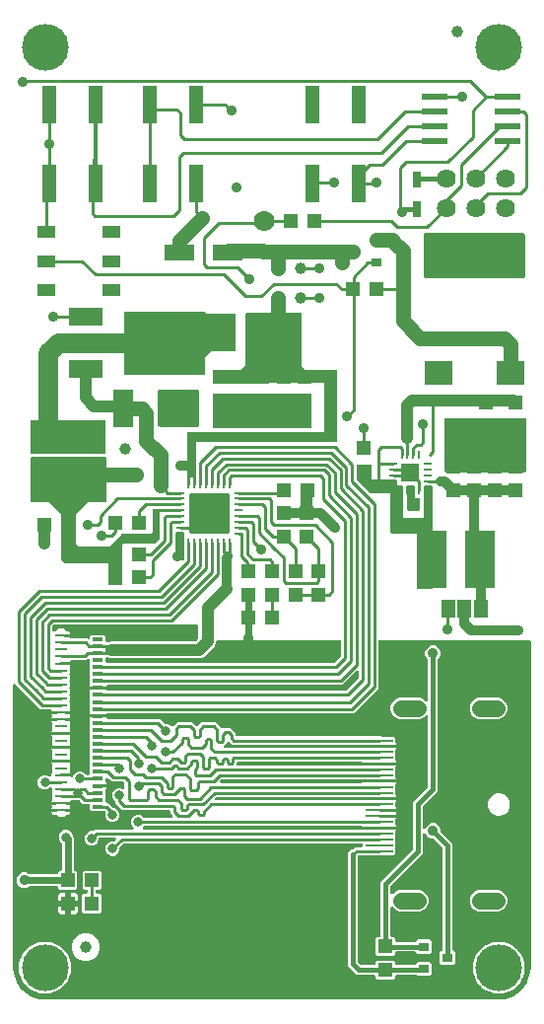
<source format=gbr>
G04 EAGLE Gerber RS-274X export*
G75*
%MOMM*%
%FSLAX34Y34*%
%LPD*%
%INTop Copper*%
%IPPOS*%
%AMOC8*
5,1,8,0,0,1.08239X$1,22.5*%
G01*
%ADD10R,2.400000X0.250000*%
%ADD11C,1.400000*%
%ADD12R,1.100000X0.260000*%
%ADD13R,0.950000X0.300000*%
%ADD14R,1.200000X1.200000*%
%ADD15R,1.200000X1.300000*%
%ADD16R,2.400000X2.000000*%
%ADD17R,2.200000X0.500000*%
%ADD18R,1.200000X3.200000*%
%ADD19R,0.889000X0.787400*%
%ADD20R,1.500000X1.000000*%
%ADD21C,1.625600*%
%ADD22C,1.000000*%
%ADD23C,4.016000*%
%ADD24C,0.350000*%
%ADD25R,0.250000X0.800000*%
%ADD26R,0.800000X0.250000*%
%ADD27R,1.300000X1.200000*%
%ADD28R,1.800000X3.200000*%
%ADD29R,6.500000X3.000000*%
%ADD30R,1.400000X1.390000*%
%ADD31R,4.860000X3.360000*%
%ADD32R,7.000000X5.451600*%
%ADD33R,2.997200X1.600200*%
%ADD34R,1.500000X1.500000*%
%ADD35R,0.280000X0.800000*%
%ADD36R,0.800000X0.280000*%
%ADD37R,2.540000X5.000000*%
%ADD38R,0.800000X1.350000*%
%ADD39C,1.778000*%
%ADD40R,2.600000X1.400000*%
%ADD41R,1.168400X1.600200*%
%ADD42C,0.280000*%
%ADD43C,0.806400*%
%ADD44C,0.250000*%
%ADD45C,0.254000*%
%ADD46C,0.906400*%
%ADD47C,1.016000*%
%ADD48C,0.812800*%
%ADD49C,0.609600*%
%ADD50C,1.270000*%
%ADD51C,0.406400*%
%ADD52C,1.676400*%

G36*
X420022Y2543D02*
X420022Y2543D01*
X420100Y2545D01*
X424197Y2867D01*
X424264Y2881D01*
X424333Y2885D01*
X424489Y2925D01*
X432282Y5457D01*
X432390Y5508D01*
X432500Y5551D01*
X432551Y5584D01*
X432570Y5593D01*
X432586Y5606D01*
X432636Y5638D01*
X439265Y10454D01*
X439352Y10535D01*
X439443Y10611D01*
X439482Y10658D01*
X439497Y10672D01*
X439508Y10689D01*
X439546Y10735D01*
X444362Y17364D01*
X444420Y17468D01*
X444483Y17568D01*
X444506Y17625D01*
X444516Y17643D01*
X444521Y17662D01*
X444543Y17718D01*
X447075Y25511D01*
X447088Y25579D01*
X447110Y25644D01*
X447133Y25803D01*
X447455Y29900D01*
X447454Y29922D01*
X447459Y30000D01*
X447459Y310000D01*
X447444Y310118D01*
X447437Y310237D01*
X447424Y310275D01*
X447419Y310316D01*
X447376Y310426D01*
X447339Y310539D01*
X447317Y310574D01*
X447302Y310611D01*
X447233Y310707D01*
X447169Y310808D01*
X447139Y310836D01*
X447116Y310869D01*
X447024Y310945D01*
X446937Y311026D01*
X446902Y311046D01*
X446871Y311071D01*
X446763Y311122D01*
X446659Y311180D01*
X446619Y311190D01*
X446583Y311207D01*
X446466Y311229D01*
X446351Y311259D01*
X446291Y311263D01*
X446271Y311267D01*
X446250Y311265D01*
X446190Y311269D01*
X317640Y311269D01*
X317522Y311254D01*
X317403Y311247D01*
X317365Y311234D01*
X317324Y311229D01*
X317214Y311186D01*
X317101Y311149D01*
X317066Y311127D01*
X317029Y311112D01*
X316933Y311043D01*
X316832Y310979D01*
X316804Y310949D01*
X316771Y310926D01*
X316695Y310834D01*
X316614Y310747D01*
X316594Y310712D01*
X316569Y310681D01*
X316518Y310573D01*
X316460Y310469D01*
X316450Y310429D01*
X316433Y310393D01*
X316411Y310276D01*
X316381Y310161D01*
X316377Y310101D01*
X316373Y310081D01*
X316375Y310060D01*
X316371Y310000D01*
X316371Y269604D01*
X295396Y248629D01*
X84060Y248629D01*
X83942Y248614D01*
X83823Y248607D01*
X83785Y248594D01*
X83744Y248589D01*
X83634Y248546D01*
X83521Y248509D01*
X83486Y248487D01*
X83449Y248472D01*
X83353Y248403D01*
X83252Y248339D01*
X83224Y248309D01*
X83191Y248286D01*
X83115Y248194D01*
X83034Y248107D01*
X83014Y248072D01*
X82989Y248041D01*
X82938Y247933D01*
X82880Y247829D01*
X82870Y247789D01*
X82853Y247753D01*
X82831Y247636D01*
X82801Y247521D01*
X82797Y247461D01*
X82793Y247441D01*
X82795Y247420D01*
X82791Y247360D01*
X82791Y247269D01*
X75500Y247269D01*
X68209Y247269D01*
X68209Y247834D01*
X68382Y248481D01*
X68479Y248648D01*
X68515Y248733D01*
X68560Y248814D01*
X68576Y248879D01*
X68602Y248941D01*
X68616Y249033D01*
X68639Y249122D01*
X68646Y249239D01*
X68649Y249256D01*
X68648Y249265D01*
X68649Y249283D01*
X68649Y254513D01*
X68678Y254569D01*
X68687Y254609D01*
X68703Y254646D01*
X68722Y254763D01*
X68748Y254880D01*
X68746Y254920D01*
X68753Y254960D01*
X68742Y255078D01*
X68738Y255197D01*
X68727Y255236D01*
X68723Y255276D01*
X68683Y255388D01*
X68650Y255503D01*
X68649Y255503D01*
X68649Y260513D01*
X68678Y260569D01*
X68687Y260609D01*
X68703Y260646D01*
X68722Y260763D01*
X68748Y260880D01*
X68746Y260920D01*
X68753Y260960D01*
X68742Y261078D01*
X68738Y261197D01*
X68727Y261236D01*
X68723Y261276D01*
X68683Y261388D01*
X68650Y261503D01*
X68649Y261503D01*
X68649Y266717D01*
X68638Y266809D01*
X68636Y266901D01*
X68618Y266966D01*
X68609Y267033D01*
X68575Y267118D01*
X68551Y267207D01*
X68499Y267313D01*
X68492Y267328D01*
X68487Y267335D01*
X68479Y267352D01*
X68382Y267519D01*
X68209Y268166D01*
X68209Y268731D01*
X75500Y268731D01*
X82791Y268731D01*
X82791Y268640D01*
X82806Y268522D01*
X82813Y268403D01*
X82826Y268365D01*
X82831Y268324D01*
X82874Y268214D01*
X82911Y268101D01*
X82933Y268066D01*
X82948Y268029D01*
X83017Y267933D01*
X83081Y267832D01*
X83111Y267804D01*
X83134Y267771D01*
X83226Y267695D01*
X83313Y267614D01*
X83348Y267594D01*
X83379Y267569D01*
X83487Y267518D01*
X83591Y267460D01*
X83631Y267450D01*
X83667Y267433D01*
X83784Y267411D01*
X83899Y267381D01*
X83959Y267377D01*
X83979Y267373D01*
X84000Y267375D01*
X84060Y267371D01*
X288078Y267371D01*
X288176Y267383D01*
X288275Y267386D01*
X288333Y267403D01*
X288394Y267411D01*
X288486Y267447D01*
X288581Y267475D01*
X288633Y267505D01*
X288689Y267528D01*
X288769Y267586D01*
X288855Y267636D01*
X288930Y267702D01*
X288947Y267714D01*
X288954Y267724D01*
X288976Y267742D01*
X299258Y278024D01*
X299318Y278103D01*
X299386Y278175D01*
X299415Y278228D01*
X299452Y278276D01*
X299492Y278367D01*
X299540Y278453D01*
X299555Y278512D01*
X299579Y278568D01*
X299594Y278666D01*
X299619Y278761D01*
X299625Y278861D01*
X299629Y278882D01*
X299627Y278894D01*
X299629Y278922D01*
X299629Y283798D01*
X299612Y283936D01*
X299599Y284074D01*
X299592Y284094D01*
X299589Y284114D01*
X299538Y284243D01*
X299491Y284374D01*
X299480Y284391D01*
X299472Y284409D01*
X299391Y284521D01*
X299313Y284637D01*
X299297Y284650D01*
X299286Y284667D01*
X299178Y284755D01*
X299074Y284847D01*
X299056Y284857D01*
X299041Y284869D01*
X298915Y284929D01*
X298791Y284992D01*
X298771Y284996D01*
X298753Y285005D01*
X298617Y285031D01*
X298481Y285062D01*
X298460Y285061D01*
X298441Y285065D01*
X298302Y285056D01*
X298163Y285052D01*
X298143Y285046D01*
X298123Y285045D01*
X297991Y285002D01*
X297857Y284964D01*
X297840Y284953D01*
X297821Y284947D01*
X297703Y284872D01*
X297583Y284802D01*
X297562Y284783D01*
X297552Y284777D01*
X297538Y284762D01*
X297463Y284696D01*
X285396Y272629D01*
X84060Y272629D01*
X83942Y272614D01*
X83823Y272607D01*
X83785Y272594D01*
X83744Y272589D01*
X83634Y272546D01*
X83521Y272509D01*
X83486Y272487D01*
X83449Y272472D01*
X83353Y272403D01*
X83252Y272339D01*
X83224Y272309D01*
X83191Y272286D01*
X83115Y272194D01*
X83034Y272107D01*
X83014Y272072D01*
X82989Y272041D01*
X82938Y271933D01*
X82880Y271829D01*
X82870Y271789D01*
X82853Y271753D01*
X82831Y271636D01*
X82801Y271521D01*
X82797Y271461D01*
X82793Y271441D01*
X82795Y271420D01*
X82791Y271360D01*
X82791Y271269D01*
X75500Y271269D01*
X68209Y271269D01*
X68209Y271834D01*
X68382Y272481D01*
X68479Y272648D01*
X68515Y272733D01*
X68560Y272814D01*
X68576Y272879D01*
X68602Y272941D01*
X68616Y273033D01*
X68639Y273122D01*
X68646Y273239D01*
X68649Y273256D01*
X68648Y273265D01*
X68649Y273283D01*
X68649Y278513D01*
X68678Y278569D01*
X68687Y278609D01*
X68703Y278646D01*
X68722Y278763D01*
X68748Y278880D01*
X68746Y278920D01*
X68753Y278960D01*
X68742Y279078D01*
X68738Y279197D01*
X68727Y279236D01*
X68723Y279276D01*
X68683Y279388D01*
X68650Y279503D01*
X68649Y279503D01*
X68649Y284513D01*
X68678Y284569D01*
X68687Y284609D01*
X68703Y284646D01*
X68722Y284763D01*
X68748Y284880D01*
X68746Y284920D01*
X68753Y284960D01*
X68742Y285078D01*
X68738Y285197D01*
X68727Y285236D01*
X68723Y285276D01*
X68683Y285388D01*
X68650Y285503D01*
X68649Y285503D01*
X68649Y290513D01*
X68678Y290569D01*
X68687Y290609D01*
X68703Y290646D01*
X68722Y290763D01*
X68748Y290880D01*
X68746Y290920D01*
X68753Y290960D01*
X68742Y291078D01*
X68738Y291197D01*
X68727Y291236D01*
X68723Y291276D01*
X68683Y291388D01*
X68650Y291503D01*
X68649Y291503D01*
X68649Y293846D01*
X68632Y293984D01*
X68619Y294123D01*
X68612Y294142D01*
X68609Y294162D01*
X68558Y294291D01*
X68511Y294422D01*
X68500Y294439D01*
X68492Y294458D01*
X68411Y294570D01*
X68333Y294685D01*
X68317Y294699D01*
X68306Y294715D01*
X68198Y294804D01*
X68094Y294896D01*
X68076Y294905D01*
X68061Y294918D01*
X67935Y294977D01*
X67811Y295040D01*
X67791Y295045D01*
X67773Y295053D01*
X67636Y295079D01*
X67501Y295110D01*
X67480Y295109D01*
X67461Y295113D01*
X67322Y295104D01*
X67183Y295100D01*
X67163Y295095D01*
X67143Y295093D01*
X67011Y295051D01*
X66877Y295012D01*
X66860Y295002D01*
X66841Y294995D01*
X66723Y294921D01*
X66603Y294850D01*
X66582Y294832D01*
X66572Y294825D01*
X66558Y294810D01*
X66483Y294744D01*
X65388Y293649D01*
X53060Y293649D01*
X52942Y293634D01*
X52823Y293627D01*
X52785Y293614D01*
X52744Y293609D01*
X52634Y293566D01*
X52521Y293529D01*
X52486Y293507D01*
X52449Y293492D01*
X52353Y293423D01*
X52252Y293359D01*
X52224Y293329D01*
X52191Y293306D01*
X52115Y293214D01*
X52034Y293127D01*
X52014Y293092D01*
X51989Y293061D01*
X51938Y292953D01*
X51880Y292849D01*
X51870Y292809D01*
X51853Y292773D01*
X51831Y292656D01*
X51801Y292541D01*
X51797Y292481D01*
X51793Y292461D01*
X51795Y292440D01*
X51791Y292380D01*
X51791Y292269D01*
X43750Y292269D01*
X43632Y292254D01*
X43513Y292247D01*
X43475Y292235D01*
X43435Y292230D01*
X43324Y292186D01*
X43211Y292149D01*
X43177Y292127D01*
X43139Y292113D01*
X43043Y292043D01*
X42942Y291979D01*
X42914Y291949D01*
X42882Y291926D01*
X42806Y291834D01*
X42724Y291747D01*
X42705Y291712D01*
X42679Y291681D01*
X42628Y291573D01*
X42571Y291469D01*
X42561Y291430D01*
X42543Y291393D01*
X42521Y291276D01*
X42491Y291161D01*
X42487Y291101D01*
X42484Y291081D01*
X42484Y291080D01*
X42485Y291060D01*
X42481Y291000D01*
X42496Y290882D01*
X42503Y290763D01*
X42516Y290724D01*
X42521Y290684D01*
X42565Y290574D01*
X42601Y290460D01*
X42623Y290426D01*
X42638Y290389D01*
X42708Y290292D01*
X42772Y290192D01*
X42801Y290164D01*
X42825Y290131D01*
X42917Y290055D01*
X43003Y289974D01*
X43039Y289954D01*
X43070Y289928D01*
X43177Y289878D01*
X43282Y289820D01*
X43321Y289810D01*
X43357Y289793D01*
X43474Y289771D01*
X43590Y289741D01*
X43650Y289737D01*
X43670Y289733D01*
X43690Y289734D01*
X43750Y289731D01*
X51791Y289731D01*
X51791Y289366D01*
X51618Y288719D01*
X51440Y288411D01*
X51396Y288308D01*
X51345Y288208D01*
X51335Y288162D01*
X51317Y288118D01*
X51300Y288007D01*
X51275Y287897D01*
X51277Y287850D01*
X51270Y287804D01*
X51282Y287692D01*
X51285Y287579D01*
X51298Y287534D01*
X51303Y287487D01*
X51342Y287382D01*
X51351Y287353D01*
X51351Y282810D01*
X51345Y282803D01*
X51267Y282714D01*
X51248Y282678D01*
X51223Y282646D01*
X51176Y282537D01*
X51122Y282431D01*
X51113Y282392D01*
X51097Y282354D01*
X51078Y282237D01*
X51052Y282121D01*
X51054Y282080D01*
X51047Y282040D01*
X51058Y281922D01*
X51062Y281803D01*
X51073Y281764D01*
X51077Y281724D01*
X51117Y281612D01*
X51150Y281497D01*
X51171Y281463D01*
X51185Y281424D01*
X51251Y281326D01*
X51312Y281223D01*
X51351Y281179D01*
X51351Y276810D01*
X51345Y276803D01*
X51267Y276714D01*
X51248Y276678D01*
X51223Y276646D01*
X51176Y276537D01*
X51122Y276431D01*
X51113Y276392D01*
X51097Y276354D01*
X51078Y276237D01*
X51052Y276121D01*
X51054Y276080D01*
X51047Y276040D01*
X51058Y275922D01*
X51062Y275803D01*
X51073Y275764D01*
X51077Y275724D01*
X51117Y275612D01*
X51150Y275497D01*
X51171Y275463D01*
X51185Y275424D01*
X51251Y275326D01*
X51312Y275223D01*
X51351Y275179D01*
X51351Y270810D01*
X51345Y270803D01*
X51267Y270714D01*
X51248Y270678D01*
X51223Y270646D01*
X51176Y270537D01*
X51122Y270431D01*
X51113Y270392D01*
X51097Y270354D01*
X51078Y270237D01*
X51052Y270121D01*
X51054Y270080D01*
X51047Y270040D01*
X51058Y269922D01*
X51062Y269803D01*
X51073Y269764D01*
X51077Y269724D01*
X51117Y269612D01*
X51150Y269497D01*
X51171Y269463D01*
X51185Y269424D01*
X51251Y269326D01*
X51312Y269223D01*
X51351Y269179D01*
X51351Y264810D01*
X51345Y264803D01*
X51267Y264714D01*
X51256Y264693D01*
X51251Y264687D01*
X51244Y264673D01*
X51223Y264646D01*
X51176Y264537D01*
X51122Y264431D01*
X51113Y264392D01*
X51097Y264354D01*
X51078Y264237D01*
X51052Y264121D01*
X51054Y264080D01*
X51047Y264040D01*
X51058Y263922D01*
X51062Y263803D01*
X51073Y263764D01*
X51077Y263724D01*
X51117Y263612D01*
X51150Y263497D01*
X51171Y263463D01*
X51185Y263424D01*
X51251Y263326D01*
X51312Y263223D01*
X51351Y263179D01*
X51351Y258810D01*
X51345Y258803D01*
X51267Y258714D01*
X51248Y258678D01*
X51223Y258646D01*
X51176Y258537D01*
X51122Y258431D01*
X51113Y258392D01*
X51097Y258354D01*
X51078Y258237D01*
X51052Y258121D01*
X51054Y258080D01*
X51047Y258040D01*
X51058Y257922D01*
X51062Y257803D01*
X51073Y257764D01*
X51077Y257724D01*
X51117Y257612D01*
X51150Y257497D01*
X51171Y257463D01*
X51185Y257424D01*
X51251Y257326D01*
X51312Y257223D01*
X51351Y257179D01*
X51351Y252669D01*
X51350Y252667D01*
X51339Y252621D01*
X51320Y252578D01*
X51303Y252467D01*
X51277Y252357D01*
X51278Y252310D01*
X51270Y252264D01*
X51281Y252152D01*
X51283Y252039D01*
X51296Y251994D01*
X51300Y251947D01*
X51338Y251841D01*
X51368Y251733D01*
X51400Y251668D01*
X51408Y251648D01*
X51418Y251633D01*
X51440Y251589D01*
X51618Y251281D01*
X51791Y250634D01*
X51791Y250269D01*
X47612Y250269D01*
X47474Y250252D01*
X47335Y250239D01*
X47316Y250232D01*
X47296Y250230D01*
X47167Y250178D01*
X47036Y250131D01*
X47019Y250120D01*
X47000Y250113D01*
X46888Y250031D01*
X46773Y249953D01*
X46760Y249938D01*
X46743Y249926D01*
X46654Y249818D01*
X46562Y249714D01*
X46553Y249696D01*
X46540Y249681D01*
X46481Y249555D01*
X46418Y249431D01*
X46413Y249411D01*
X46405Y249393D01*
X46379Y249256D01*
X46348Y249121D01*
X46349Y249101D01*
X46345Y249081D01*
X46354Y248942D01*
X46358Y248803D01*
X46364Y248783D01*
X46365Y248763D01*
X46408Y248631D01*
X46446Y248497D01*
X46457Y248480D01*
X46463Y248461D01*
X46537Y248343D01*
X46608Y248223D01*
X46626Y248202D01*
X46633Y248192D01*
X46648Y248178D01*
X46714Y248103D01*
X46715Y248102D01*
X46793Y248042D01*
X46865Y247974D01*
X46918Y247945D01*
X46966Y247907D01*
X47057Y247868D01*
X47143Y247820D01*
X47202Y247805D01*
X47258Y247781D01*
X47356Y247766D01*
X47451Y247741D01*
X47551Y247734D01*
X47572Y247731D01*
X47584Y247732D01*
X47612Y247731D01*
X51791Y247731D01*
X51791Y247366D01*
X51618Y246719D01*
X51569Y246635D01*
X51528Y246537D01*
X51479Y246443D01*
X51466Y246391D01*
X51445Y246342D01*
X51430Y246237D01*
X51406Y246134D01*
X51407Y246080D01*
X51399Y246027D01*
X51410Y245922D01*
X51412Y245816D01*
X51426Y245764D01*
X51432Y245711D01*
X51469Y245612D01*
X51497Y245510D01*
X51535Y245433D01*
X51543Y245413D01*
X51552Y245400D01*
X51569Y245365D01*
X51618Y245281D01*
X51791Y244634D01*
X51791Y244269D01*
X47614Y244269D01*
X47516Y244257D01*
X47417Y244254D01*
X47359Y244237D01*
X47298Y244230D01*
X47206Y244193D01*
X47111Y244166D01*
X47059Y244135D01*
X47003Y244113D01*
X46923Y244054D01*
X46837Y244004D01*
X46762Y243938D01*
X46745Y243926D01*
X46745Y243925D01*
X46737Y243916D01*
X46716Y243898D01*
X46716Y243897D01*
X46631Y243787D01*
X46542Y243680D01*
X46534Y243662D01*
X46521Y243646D01*
X46466Y243518D01*
X46407Y243393D01*
X46403Y243373D01*
X46395Y243354D01*
X46373Y243216D01*
X46347Y243080D01*
X46348Y243060D01*
X46345Y243040D01*
X46358Y242901D01*
X46367Y242763D01*
X46373Y242744D01*
X46375Y242723D01*
X46422Y242592D01*
X46465Y242460D01*
X46476Y242443D01*
X46482Y242424D01*
X46561Y242309D01*
X46635Y242192D01*
X46650Y242178D01*
X46661Y242161D01*
X46765Y242069D01*
X46867Y241974D01*
X46884Y241964D01*
X46899Y241951D01*
X47023Y241887D01*
X47145Y241820D01*
X47165Y241815D01*
X47183Y241806D01*
X47319Y241775D01*
X47453Y241741D01*
X47481Y241739D01*
X47493Y241736D01*
X47513Y241737D01*
X47614Y241731D01*
X51791Y241731D01*
X51791Y241366D01*
X51618Y240719D01*
X51440Y240411D01*
X51396Y240308D01*
X51345Y240208D01*
X51335Y240162D01*
X51317Y240118D01*
X51300Y240007D01*
X51275Y239897D01*
X51277Y239850D01*
X51270Y239804D01*
X51282Y239692D01*
X51285Y239579D01*
X51298Y239534D01*
X51303Y239487D01*
X51342Y239382D01*
X51351Y239353D01*
X51351Y234669D01*
X51350Y234667D01*
X51339Y234621D01*
X51320Y234578D01*
X51303Y234467D01*
X51277Y234357D01*
X51278Y234310D01*
X51270Y234264D01*
X51281Y234152D01*
X51283Y234039D01*
X51296Y233994D01*
X51300Y233947D01*
X51338Y233841D01*
X51368Y233733D01*
X51400Y233668D01*
X51408Y233648D01*
X51418Y233633D01*
X51440Y233589D01*
X51618Y233281D01*
X51791Y232634D01*
X51791Y232269D01*
X43750Y232269D01*
X35709Y232269D01*
X35709Y232634D01*
X35882Y233281D01*
X36060Y233589D01*
X36104Y233692D01*
X36155Y233792D01*
X36165Y233838D01*
X36183Y233882D01*
X36200Y233993D01*
X36225Y234103D01*
X36223Y234150D01*
X36230Y234196D01*
X36218Y234308D01*
X36215Y234421D01*
X36202Y234466D01*
X36197Y234513D01*
X36158Y234618D01*
X36149Y234647D01*
X36149Y239331D01*
X36150Y239333D01*
X36161Y239379D01*
X36180Y239422D01*
X36197Y239533D01*
X36223Y239643D01*
X36222Y239690D01*
X36230Y239736D01*
X36219Y239848D01*
X36217Y239961D01*
X36204Y240006D01*
X36200Y240053D01*
X36162Y240159D01*
X36132Y240267D01*
X36100Y240332D01*
X36092Y240352D01*
X36082Y240367D01*
X36060Y240411D01*
X35882Y240719D01*
X35709Y241366D01*
X35709Y241731D01*
X40016Y241731D01*
X40154Y241748D01*
X40293Y241761D01*
X40312Y241768D01*
X40332Y241770D01*
X40461Y241821D01*
X40592Y241869D01*
X40609Y241880D01*
X40628Y241887D01*
X40740Y241969D01*
X40855Y242047D01*
X40868Y242062D01*
X40885Y242074D01*
X40974Y242182D01*
X41066Y242286D01*
X41075Y242304D01*
X41088Y242319D01*
X41147Y242445D01*
X41210Y242569D01*
X41215Y242589D01*
X41223Y242607D01*
X41249Y242743D01*
X41280Y242879D01*
X41279Y242899D01*
X41283Y242919D01*
X41274Y243058D01*
X41270Y243197D01*
X41265Y243217D01*
X41263Y243237D01*
X41220Y243369D01*
X41182Y243503D01*
X41171Y243520D01*
X41165Y243539D01*
X41091Y243657D01*
X41020Y243776D01*
X41002Y243798D01*
X40995Y243808D01*
X40980Y243822D01*
X40914Y243897D01*
X40914Y243898D01*
X40835Y243958D01*
X40763Y244026D01*
X40710Y244055D01*
X40662Y244093D01*
X40571Y244132D01*
X40485Y244180D01*
X40426Y244195D01*
X40370Y244219D01*
X40272Y244234D01*
X40177Y244259D01*
X40077Y244266D01*
X40056Y244269D01*
X40044Y244268D01*
X40016Y244269D01*
X35709Y244269D01*
X35709Y244634D01*
X35882Y245281D01*
X35931Y245365D01*
X35972Y245463D01*
X36021Y245557D01*
X36034Y245609D01*
X36055Y245658D01*
X36070Y245763D01*
X36094Y245866D01*
X36093Y245920D01*
X36101Y245973D01*
X36090Y246078D01*
X36088Y246184D01*
X36074Y246236D01*
X36068Y246289D01*
X36031Y246389D01*
X36003Y246491D01*
X35965Y246567D01*
X35957Y246588D01*
X35948Y246600D01*
X35931Y246635D01*
X35882Y246719D01*
X35709Y247366D01*
X35709Y247731D01*
X40018Y247731D01*
X40116Y247743D01*
X40215Y247746D01*
X40273Y247763D01*
X40334Y247770D01*
X40426Y247807D01*
X40521Y247834D01*
X40573Y247865D01*
X40629Y247887D01*
X40709Y247946D01*
X40795Y247996D01*
X40870Y248062D01*
X40887Y248074D01*
X40887Y248075D01*
X40895Y248084D01*
X40915Y248102D01*
X40916Y248103D01*
X41001Y248213D01*
X41090Y248320D01*
X41098Y248338D01*
X41111Y248354D01*
X41166Y248482D01*
X41225Y248607D01*
X41229Y248627D01*
X41237Y248646D01*
X41259Y248784D01*
X41285Y248920D01*
X41284Y248940D01*
X41287Y248960D01*
X41274Y249099D01*
X41265Y249237D01*
X41259Y249256D01*
X41257Y249276D01*
X41210Y249407D01*
X41167Y249540D01*
X41156Y249557D01*
X41150Y249576D01*
X41071Y249691D01*
X40997Y249808D01*
X40982Y249822D01*
X40971Y249839D01*
X40867Y249931D01*
X40765Y250026D01*
X40748Y250036D01*
X40732Y250049D01*
X40609Y250113D01*
X40487Y250180D01*
X40467Y250185D01*
X40449Y250194D01*
X40313Y250224D01*
X40179Y250259D01*
X40151Y250261D01*
X40139Y250264D01*
X40118Y250263D01*
X40018Y250269D01*
X35709Y250269D01*
X35709Y250360D01*
X35694Y250478D01*
X35687Y250597D01*
X35674Y250635D01*
X35669Y250676D01*
X35626Y250786D01*
X35589Y250899D01*
X35567Y250934D01*
X35552Y250971D01*
X35482Y251068D01*
X35419Y251168D01*
X35389Y251196D01*
X35366Y251229D01*
X35274Y251304D01*
X35187Y251386D01*
X35152Y251406D01*
X35121Y251431D01*
X35013Y251482D01*
X34909Y251540D01*
X34869Y251550D01*
X34833Y251567D01*
X34716Y251589D01*
X34601Y251619D01*
X34541Y251623D01*
X34521Y251627D01*
X34500Y251625D01*
X34440Y251629D01*
X26104Y251629D01*
X18758Y258976D01*
X6476Y271258D01*
X6475Y271258D01*
X4707Y273026D01*
X4598Y273111D01*
X4491Y273199D01*
X4472Y273208D01*
X4456Y273221D01*
X4328Y273276D01*
X4203Y273335D01*
X4183Y273339D01*
X4164Y273347D01*
X4026Y273369D01*
X3890Y273395D01*
X3870Y273394D01*
X3850Y273397D01*
X3711Y273384D01*
X3573Y273375D01*
X3554Y273369D01*
X3534Y273367D01*
X3402Y273320D01*
X3271Y273277D01*
X3253Y273266D01*
X3234Y273259D01*
X3119Y273181D01*
X3002Y273107D01*
X2988Y273092D01*
X2971Y273081D01*
X2879Y272976D01*
X2784Y272875D01*
X2774Y272858D01*
X2761Y272842D01*
X2697Y272718D01*
X2630Y272597D01*
X2625Y272577D01*
X2616Y272559D01*
X2586Y272423D01*
X2551Y272289D01*
X2549Y272261D01*
X2546Y272249D01*
X2547Y272228D01*
X2541Y272128D01*
X2541Y30000D01*
X2543Y29978D01*
X2545Y29900D01*
X2867Y25803D01*
X2881Y25736D01*
X2885Y25667D01*
X2925Y25511D01*
X5457Y17718D01*
X5508Y17610D01*
X5551Y17500D01*
X5584Y17449D01*
X5593Y17430D01*
X5606Y17414D01*
X5638Y17364D01*
X10454Y10735D01*
X10535Y10648D01*
X10611Y10557D01*
X10658Y10518D01*
X10672Y10503D01*
X10689Y10492D01*
X10735Y10454D01*
X10810Y10399D01*
X17364Y5638D01*
X17468Y5580D01*
X17568Y5517D01*
X17625Y5494D01*
X17643Y5484D01*
X17662Y5479D01*
X17718Y5457D01*
X25511Y2925D01*
X25579Y2912D01*
X25644Y2890D01*
X25803Y2867D01*
X29900Y2545D01*
X29922Y2546D01*
X30000Y2541D01*
X420000Y2541D01*
X420022Y2543D01*
G37*
%LPC*%
G36*
X315210Y19839D02*
X315210Y19839D01*
X313979Y21070D01*
X313979Y22538D01*
X313964Y22656D01*
X313957Y22775D01*
X313944Y22813D01*
X313939Y22854D01*
X313896Y22964D01*
X313859Y23077D01*
X313837Y23112D01*
X313822Y23149D01*
X313753Y23245D01*
X313689Y23346D01*
X313659Y23374D01*
X313636Y23407D01*
X313544Y23483D01*
X313457Y23564D01*
X313422Y23584D01*
X313391Y23609D01*
X313283Y23660D01*
X313179Y23718D01*
X313139Y23728D01*
X313103Y23745D01*
X312986Y23767D01*
X312871Y23797D01*
X312811Y23801D01*
X312791Y23805D01*
X312770Y23803D01*
X312710Y23807D01*
X298008Y23807D01*
X290507Y31308D01*
X290507Y128712D01*
X292928Y131133D01*
X293480Y131133D01*
X293578Y131145D01*
X293677Y131148D01*
X293735Y131165D01*
X293796Y131173D01*
X293888Y131209D01*
X293983Y131237D01*
X294035Y131267D01*
X294091Y131290D01*
X294171Y131348D01*
X294257Y131398D01*
X294332Y131464D01*
X294349Y131476D01*
X294356Y131486D01*
X294378Y131504D01*
X296244Y133371D01*
X301830Y133371D01*
X301948Y133386D01*
X302067Y133393D01*
X302105Y133406D01*
X302146Y133411D01*
X302256Y133454D01*
X302369Y133491D01*
X302404Y133513D01*
X302441Y133528D01*
X302537Y133597D01*
X302638Y133661D01*
X302666Y133691D01*
X302699Y133714D01*
X302775Y133806D01*
X302856Y133893D01*
X302876Y133928D01*
X302901Y133959D01*
X302952Y134067D01*
X303010Y134171D01*
X303020Y134211D01*
X303037Y134247D01*
X303059Y134364D01*
X303089Y134479D01*
X303093Y134539D01*
X303097Y134559D01*
X303095Y134580D01*
X303099Y134640D01*
X303099Y135380D01*
X303084Y135498D01*
X303077Y135617D01*
X303064Y135655D01*
X303059Y135696D01*
X303016Y135806D01*
X302979Y135919D01*
X302957Y135954D01*
X302942Y135991D01*
X302873Y136087D01*
X302809Y136188D01*
X302779Y136216D01*
X302756Y136249D01*
X302664Y136325D01*
X302577Y136406D01*
X302542Y136426D01*
X302511Y136451D01*
X302403Y136502D01*
X302299Y136560D01*
X302259Y136570D01*
X302223Y136587D01*
X302106Y136609D01*
X301991Y136639D01*
X301931Y136643D01*
X301911Y136647D01*
X301890Y136645D01*
X301830Y136649D01*
X97914Y136649D01*
X97815Y136637D01*
X97716Y136634D01*
X97658Y136617D01*
X97598Y136609D01*
X97506Y136573D01*
X97411Y136545D01*
X97359Y136515D01*
X97302Y136492D01*
X97222Y136434D01*
X97137Y136384D01*
X97062Y136318D01*
X97045Y136306D01*
X97037Y136296D01*
X97016Y136278D01*
X94504Y133766D01*
X94444Y133688D01*
X94376Y133615D01*
X94347Y133562D01*
X94310Y133515D01*
X94270Y133424D01*
X94222Y133337D01*
X94207Y133278D01*
X94183Y133223D01*
X94168Y133125D01*
X94143Y133029D01*
X94137Y132929D01*
X94133Y132909D01*
X94135Y132896D01*
X94133Y132868D01*
X94133Y130780D01*
X93199Y128526D01*
X91474Y126801D01*
X89220Y125867D01*
X86780Y125867D01*
X84526Y126801D01*
X82801Y128526D01*
X81867Y130780D01*
X81867Y133220D01*
X82801Y135474D01*
X84526Y137199D01*
X86780Y138133D01*
X88868Y138133D01*
X88967Y138145D01*
X89066Y138148D01*
X89124Y138165D01*
X89184Y138173D01*
X89276Y138209D01*
X89371Y138237D01*
X89423Y138267D01*
X89480Y138290D01*
X89560Y138348D01*
X89645Y138398D01*
X89720Y138464D01*
X89737Y138476D01*
X89745Y138486D01*
X89766Y138504D01*
X90744Y139483D01*
X90829Y139592D01*
X90918Y139699D01*
X90926Y139718D01*
X90939Y139734D01*
X90994Y139861D01*
X91053Y139987D01*
X91057Y140007D01*
X91065Y140026D01*
X91087Y140164D01*
X91113Y140300D01*
X91112Y140320D01*
X91115Y140340D01*
X91102Y140479D01*
X91093Y140617D01*
X91087Y140636D01*
X91085Y140656D01*
X91038Y140788D01*
X90995Y140919D01*
X90984Y140937D01*
X90978Y140956D01*
X90900Y141071D01*
X90825Y141188D01*
X90810Y141202D01*
X90799Y141219D01*
X90695Y141311D01*
X90594Y141406D01*
X90576Y141416D01*
X90561Y141429D01*
X90437Y141492D01*
X90315Y141560D01*
X90295Y141565D01*
X90277Y141574D01*
X90142Y141604D01*
X90007Y141639D01*
X89979Y141641D01*
X89967Y141644D01*
X89947Y141643D01*
X89846Y141649D01*
X77402Y141649D01*
X77284Y141634D01*
X77165Y141627D01*
X77127Y141614D01*
X77086Y141609D01*
X76976Y141566D01*
X76863Y141529D01*
X76828Y141507D01*
X76791Y141492D01*
X76695Y141423D01*
X76594Y141359D01*
X76566Y141329D01*
X76533Y141306D01*
X76457Y141214D01*
X76376Y141127D01*
X76356Y141092D01*
X76331Y141061D01*
X76280Y140953D01*
X76222Y140849D01*
X76212Y140809D01*
X76195Y140773D01*
X76173Y140656D01*
X76143Y140541D01*
X76139Y140481D01*
X76135Y140461D01*
X76137Y140440D01*
X76133Y140380D01*
X76133Y139780D01*
X75199Y137526D01*
X73474Y135801D01*
X71220Y134867D01*
X68780Y134867D01*
X66526Y135801D01*
X64801Y137526D01*
X63867Y139780D01*
X63867Y142220D01*
X64801Y144474D01*
X66526Y146199D01*
X68780Y147133D01*
X70868Y147133D01*
X70967Y147145D01*
X71066Y147148D01*
X71124Y147165D01*
X71184Y147173D01*
X71276Y147209D01*
X71371Y147237D01*
X71423Y147267D01*
X71480Y147290D01*
X71560Y147348D01*
X71645Y147398D01*
X71720Y147464D01*
X71737Y147476D01*
X71745Y147486D01*
X71766Y147504D01*
X72612Y148351D01*
X104912Y148351D01*
X105050Y148368D01*
X105188Y148381D01*
X105207Y148388D01*
X105228Y148391D01*
X105357Y148442D01*
X105488Y148489D01*
X105505Y148500D01*
X105523Y148508D01*
X105636Y148589D01*
X105751Y148667D01*
X105764Y148683D01*
X105781Y148694D01*
X105869Y148802D01*
X105961Y148906D01*
X105970Y148924D01*
X105983Y148939D01*
X106043Y149065D01*
X106106Y149189D01*
X106110Y149209D01*
X106119Y149227D01*
X106145Y149364D01*
X106176Y149499D01*
X106175Y149520D01*
X106179Y149539D01*
X106170Y149678D01*
X106166Y149817D01*
X106160Y149837D01*
X106159Y149857D01*
X106116Y149989D01*
X106077Y150123D01*
X106067Y150140D01*
X106061Y150159D01*
X105986Y150277D01*
X105916Y150397D01*
X105897Y150418D01*
X105891Y150428D01*
X105876Y150442D01*
X105810Y150517D01*
X104801Y151526D01*
X103867Y153780D01*
X103867Y156220D01*
X104801Y158474D01*
X106526Y160199D01*
X108780Y161133D01*
X111220Y161133D01*
X113474Y160199D01*
X114950Y158722D01*
X115029Y158662D01*
X115101Y158594D01*
X115154Y158565D01*
X115202Y158528D01*
X115293Y158488D01*
X115379Y158440D01*
X115438Y158425D01*
X115494Y158401D01*
X115592Y158386D01*
X115687Y158361D01*
X115787Y158355D01*
X115808Y158351D01*
X115820Y158353D01*
X115848Y158351D01*
X138634Y158351D01*
X138772Y158368D01*
X138911Y158381D01*
X138930Y158388D01*
X138950Y158391D01*
X139079Y158442D01*
X139210Y158489D01*
X139227Y158500D01*
X139245Y158508D01*
X139358Y158589D01*
X139473Y158667D01*
X139486Y158683D01*
X139503Y158694D01*
X139592Y158802D01*
X139684Y158906D01*
X139693Y158924D01*
X139706Y158939D01*
X139765Y159065D01*
X139828Y159189D01*
X139833Y159209D01*
X139841Y159227D01*
X139867Y159363D01*
X139898Y159499D01*
X139897Y159520D01*
X139901Y159539D01*
X139892Y159678D01*
X139888Y159817D01*
X139882Y159837D01*
X139881Y159857D01*
X139838Y159989D01*
X139800Y160123D01*
X139789Y160140D01*
X139783Y160159D01*
X139709Y160277D01*
X139638Y160397D01*
X139620Y160418D01*
X139613Y160428D01*
X139598Y160442D01*
X139532Y160517D01*
X137499Y162550D01*
X137499Y164230D01*
X137484Y164348D01*
X137477Y164467D01*
X137464Y164505D01*
X137459Y164546D01*
X137416Y164656D01*
X137379Y164769D01*
X137357Y164804D01*
X137342Y164841D01*
X137273Y164937D01*
X137209Y165038D01*
X137179Y165066D01*
X137156Y165099D01*
X137064Y165175D01*
X136977Y165256D01*
X136942Y165276D01*
X136911Y165301D01*
X136803Y165352D01*
X136699Y165410D01*
X136659Y165420D01*
X136623Y165437D01*
X136506Y165459D01*
X136391Y165489D01*
X136331Y165493D01*
X136311Y165497D01*
X136290Y165495D01*
X136230Y165499D01*
X96550Y165499D01*
X90499Y171550D01*
X90499Y172302D01*
X90487Y172400D01*
X90484Y172499D01*
X90467Y172557D01*
X90459Y172618D01*
X90423Y172710D01*
X90395Y172805D01*
X90365Y172857D01*
X90342Y172913D01*
X90284Y172993D01*
X90234Y173079D01*
X90168Y173154D01*
X90156Y173171D01*
X90146Y173178D01*
X90128Y173199D01*
X88801Y174526D01*
X87867Y176780D01*
X87867Y179220D01*
X88801Y181474D01*
X90526Y183199D01*
X92780Y184133D01*
X95220Y184133D01*
X96744Y183501D01*
X96792Y183488D01*
X96837Y183467D01*
X96945Y183446D01*
X97051Y183417D01*
X97101Y183417D01*
X97150Y183407D01*
X97259Y183414D01*
X97369Y183412D01*
X97417Y183424D01*
X97467Y183427D01*
X97571Y183461D01*
X97678Y183486D01*
X97722Y183510D01*
X97769Y183525D01*
X97862Y183584D01*
X97959Y183635D01*
X97996Y183669D01*
X98038Y183695D01*
X98113Y183775D01*
X98195Y183849D01*
X98222Y183891D01*
X98256Y183927D01*
X98309Y184023D01*
X98369Y184115D01*
X98386Y184162D01*
X98410Y184205D01*
X98437Y184312D01*
X98473Y184416D01*
X98477Y184465D01*
X98489Y184513D01*
X98499Y184674D01*
X98499Y188024D01*
X98487Y188122D01*
X98484Y188221D01*
X98467Y188280D01*
X98459Y188340D01*
X98423Y188432D01*
X98395Y188527D01*
X98365Y188579D01*
X98342Y188635D01*
X98284Y188715D01*
X98234Y188801D01*
X98168Y188876D01*
X98156Y188893D01*
X98146Y188901D01*
X98128Y188922D01*
X97922Y189128D01*
X97843Y189188D01*
X97771Y189256D01*
X97718Y189285D01*
X97670Y189322D01*
X97579Y189362D01*
X97493Y189410D01*
X97434Y189425D01*
X97379Y189449D01*
X97281Y189464D01*
X97185Y189489D01*
X97085Y189495D01*
X97064Y189499D01*
X97052Y189497D01*
X97024Y189499D01*
X87550Y189499D01*
X85128Y191922D01*
X84518Y192532D01*
X84408Y192617D01*
X84301Y192706D01*
X84282Y192714D01*
X84266Y192727D01*
X84138Y192782D01*
X84013Y192841D01*
X83993Y192845D01*
X83974Y192853D01*
X83836Y192875D01*
X83700Y192901D01*
X83680Y192900D01*
X83660Y192903D01*
X83521Y192890D01*
X83383Y192881D01*
X83364Y192875D01*
X83344Y192873D01*
X83213Y192826D01*
X83081Y192783D01*
X83063Y192772D01*
X83044Y192765D01*
X82930Y192688D01*
X82812Y192613D01*
X82798Y192598D01*
X82781Y192587D01*
X82689Y192483D01*
X82594Y192381D01*
X82584Y192364D01*
X82571Y192348D01*
X82508Y192225D01*
X82440Y192103D01*
X82435Y192083D01*
X82426Y192065D01*
X82396Y191929D01*
X82361Y191795D01*
X82359Y191767D01*
X82356Y191755D01*
X82357Y191734D01*
X82351Y191634D01*
X82351Y189283D01*
X82362Y189191D01*
X82364Y189099D01*
X82382Y189034D01*
X82391Y188967D01*
X82425Y188882D01*
X82449Y188793D01*
X82501Y188687D01*
X82508Y188672D01*
X82513Y188665D01*
X82521Y188648D01*
X82618Y188481D01*
X82791Y187834D01*
X82791Y187269D01*
X75500Y187269D01*
X75382Y187254D01*
X75263Y187247D01*
X75225Y187235D01*
X75185Y187230D01*
X75074Y187186D01*
X74961Y187149D01*
X74927Y187127D01*
X74889Y187113D01*
X74793Y187043D01*
X74692Y186979D01*
X74664Y186949D01*
X74632Y186926D01*
X74556Y186834D01*
X74474Y186747D01*
X74455Y186712D01*
X74429Y186681D01*
X74378Y186573D01*
X74321Y186469D01*
X74311Y186430D01*
X74293Y186393D01*
X74271Y186276D01*
X74241Y186161D01*
X74237Y186101D01*
X74234Y186081D01*
X74234Y186080D01*
X74235Y186060D01*
X74231Y186000D01*
X74246Y185882D01*
X74253Y185763D01*
X74266Y185724D01*
X74271Y185684D01*
X74315Y185574D01*
X74351Y185460D01*
X74373Y185426D01*
X74388Y185389D01*
X74458Y185292D01*
X74522Y185192D01*
X74551Y185164D01*
X74575Y185131D01*
X74667Y185055D01*
X74753Y184974D01*
X74789Y184954D01*
X74820Y184928D01*
X74927Y184878D01*
X75032Y184820D01*
X75071Y184810D01*
X75107Y184793D01*
X75224Y184771D01*
X75340Y184741D01*
X75400Y184737D01*
X75420Y184733D01*
X75440Y184734D01*
X75500Y184731D01*
X82791Y184731D01*
X82791Y184166D01*
X82618Y183519D01*
X82521Y183352D01*
X82485Y183267D01*
X82440Y183186D01*
X82424Y183121D01*
X82398Y183059D01*
X82384Y182967D01*
X82361Y182878D01*
X82354Y182761D01*
X82351Y182744D01*
X82352Y182735D01*
X82351Y182717D01*
X82351Y177487D01*
X82322Y177431D01*
X82313Y177392D01*
X82297Y177355D01*
X82278Y177237D01*
X82252Y177121D01*
X82254Y177080D01*
X82247Y177040D01*
X82258Y176922D01*
X82262Y176803D01*
X82273Y176764D01*
X82277Y176724D01*
X82317Y176612D01*
X82350Y176497D01*
X82351Y176497D01*
X82351Y172620D01*
X82366Y172502D01*
X82373Y172383D01*
X82386Y172345D01*
X82391Y172304D01*
X82434Y172194D01*
X82471Y172081D01*
X82493Y172046D01*
X82508Y172009D01*
X82577Y171913D01*
X82641Y171812D01*
X82671Y171784D01*
X82694Y171751D01*
X82786Y171675D01*
X82873Y171594D01*
X82908Y171574D01*
X82939Y171549D01*
X83047Y171498D01*
X83151Y171440D01*
X83191Y171430D01*
X83227Y171413D01*
X83344Y171391D01*
X83459Y171361D01*
X83519Y171357D01*
X83539Y171353D01*
X83560Y171355D01*
X83620Y171351D01*
X84388Y171351D01*
X88234Y167504D01*
X88312Y167444D01*
X88385Y167376D01*
X88438Y167347D01*
X88485Y167310D01*
X88576Y167270D01*
X88663Y167222D01*
X88722Y167207D01*
X88777Y167183D01*
X88875Y167168D01*
X88971Y167143D01*
X89071Y167137D01*
X89091Y167133D01*
X89104Y167135D01*
X89132Y167133D01*
X89220Y167133D01*
X91474Y166199D01*
X93199Y164474D01*
X94133Y162220D01*
X94133Y159780D01*
X93199Y157526D01*
X91474Y155801D01*
X89220Y154867D01*
X86780Y154867D01*
X84526Y155801D01*
X82801Y157526D01*
X81867Y159780D01*
X81867Y162220D01*
X82043Y162644D01*
X82056Y162692D01*
X82077Y162737D01*
X82098Y162845D01*
X82127Y162951D01*
X82128Y163001D01*
X82137Y163050D01*
X82130Y163159D01*
X82132Y163269D01*
X82120Y163317D01*
X82117Y163367D01*
X82084Y163471D01*
X82058Y163578D01*
X82035Y163622D01*
X82019Y163669D01*
X81961Y163762D01*
X81909Y163859D01*
X81876Y163896D01*
X81849Y163938D01*
X81769Y164013D01*
X81695Y164095D01*
X81654Y164122D01*
X81618Y164156D01*
X81521Y164209D01*
X81430Y164269D01*
X81383Y164286D01*
X81339Y164310D01*
X81233Y164337D01*
X81129Y164373D01*
X81079Y164377D01*
X81031Y164389D01*
X80870Y164399D01*
X69880Y164399D01*
X68649Y165630D01*
X68649Y169380D01*
X68634Y169498D01*
X68627Y169617D01*
X68614Y169655D01*
X68609Y169696D01*
X68566Y169806D01*
X68529Y169919D01*
X68507Y169954D01*
X68492Y169991D01*
X68423Y170087D01*
X68359Y170188D01*
X68329Y170216D01*
X68306Y170249D01*
X68214Y170325D01*
X68127Y170406D01*
X68092Y170426D01*
X68061Y170451D01*
X67953Y170502D01*
X67849Y170560D01*
X67809Y170570D01*
X67773Y170587D01*
X67656Y170609D01*
X67541Y170639D01*
X67481Y170643D01*
X67461Y170647D01*
X67440Y170645D01*
X67380Y170649D01*
X62612Y170649D01*
X59984Y173278D01*
X59906Y173338D01*
X59833Y173406D01*
X59780Y173435D01*
X59733Y173472D01*
X59642Y173512D01*
X59555Y173560D01*
X59496Y173575D01*
X59441Y173599D01*
X59343Y173614D01*
X59247Y173639D01*
X59147Y173645D01*
X59127Y173649D01*
X59114Y173647D01*
X59086Y173649D01*
X53060Y173649D01*
X52942Y173634D01*
X52823Y173627D01*
X52785Y173614D01*
X52744Y173609D01*
X52634Y173566D01*
X52521Y173529D01*
X52486Y173507D01*
X52449Y173492D01*
X52353Y173423D01*
X52252Y173359D01*
X52224Y173329D01*
X52191Y173306D01*
X52115Y173214D01*
X52034Y173127D01*
X52014Y173092D01*
X51989Y173061D01*
X51938Y172953D01*
X51880Y172849D01*
X51870Y172809D01*
X51853Y172773D01*
X51831Y172656D01*
X51801Y172541D01*
X51797Y172481D01*
X51793Y172461D01*
X51795Y172440D01*
X51791Y172380D01*
X51791Y172269D01*
X48650Y172269D01*
X48512Y172252D01*
X48373Y172239D01*
X48354Y172232D01*
X48334Y172230D01*
X48205Y172178D01*
X48074Y172131D01*
X48057Y172120D01*
X48038Y172113D01*
X47926Y172031D01*
X47811Y171953D01*
X47798Y171938D01*
X47781Y171926D01*
X47692Y171818D01*
X47600Y171714D01*
X47591Y171696D01*
X47578Y171681D01*
X47519Y171555D01*
X47456Y171431D01*
X47451Y171411D01*
X47443Y171393D01*
X47417Y171257D01*
X47386Y171121D01*
X47387Y171101D01*
X47383Y171081D01*
X47392Y170942D01*
X47396Y170803D01*
X47402Y170783D01*
X47403Y170763D01*
X47446Y170631D01*
X47484Y170497D01*
X47495Y170480D01*
X47501Y170461D01*
X47575Y170343D01*
X47646Y170223D01*
X47664Y170202D01*
X47671Y170192D01*
X47686Y170178D01*
X47752Y170103D01*
X47753Y170102D01*
X47831Y170042D01*
X47903Y169974D01*
X47956Y169945D01*
X48004Y169907D01*
X48095Y169868D01*
X48181Y169820D01*
X48240Y169805D01*
X48296Y169781D01*
X48394Y169766D01*
X48489Y169741D01*
X48589Y169734D01*
X48610Y169731D01*
X48622Y169732D01*
X48650Y169731D01*
X51791Y169731D01*
X51791Y169366D01*
X51618Y168719D01*
X51569Y168635D01*
X51528Y168537D01*
X51479Y168443D01*
X51466Y168391D01*
X51445Y168342D01*
X51430Y168237D01*
X51406Y168134D01*
X51407Y168080D01*
X51399Y168027D01*
X51410Y167922D01*
X51412Y167816D01*
X51426Y167764D01*
X51432Y167711D01*
X51469Y167612D01*
X51497Y167510D01*
X51535Y167433D01*
X51543Y167413D01*
X51552Y167400D01*
X51569Y167365D01*
X51618Y167281D01*
X51791Y166634D01*
X51791Y166269D01*
X47846Y166269D01*
X47748Y166257D01*
X47649Y166254D01*
X47591Y166237D01*
X47530Y166230D01*
X47438Y166193D01*
X47343Y166166D01*
X47291Y166135D01*
X47235Y166113D01*
X47155Y166054D01*
X47069Y166004D01*
X46994Y165938D01*
X46977Y165926D01*
X46977Y165925D01*
X46969Y165916D01*
X46948Y165898D01*
X46948Y165897D01*
X46863Y165787D01*
X46774Y165680D01*
X46766Y165662D01*
X46753Y165646D01*
X46698Y165518D01*
X46639Y165393D01*
X46635Y165373D01*
X46627Y165354D01*
X46605Y165216D01*
X46579Y165080D01*
X46580Y165060D01*
X46577Y165040D01*
X46590Y164901D01*
X46599Y164763D01*
X46605Y164744D01*
X46607Y164723D01*
X46654Y164592D01*
X46697Y164460D01*
X46708Y164443D01*
X46714Y164424D01*
X46793Y164309D01*
X46867Y164192D01*
X46882Y164178D01*
X46893Y164161D01*
X46997Y164069D01*
X47099Y163974D01*
X47116Y163964D01*
X47131Y163951D01*
X47255Y163887D01*
X47377Y163820D01*
X47397Y163815D01*
X47415Y163806D01*
X47551Y163775D01*
X47685Y163741D01*
X47713Y163739D01*
X47725Y163736D01*
X47745Y163737D01*
X47846Y163731D01*
X51791Y163731D01*
X51791Y163366D01*
X51618Y162719D01*
X51283Y162140D01*
X50810Y161667D01*
X50231Y161332D01*
X49584Y161159D01*
X48832Y161159D01*
X48734Y161147D01*
X48635Y161144D01*
X48576Y161127D01*
X48516Y161119D01*
X48424Y161083D01*
X48329Y161055D01*
X48277Y161025D01*
X48221Y161002D01*
X48140Y160944D01*
X48055Y160894D01*
X47980Y160828D01*
X47963Y160816D01*
X47955Y160806D01*
X47934Y160788D01*
X46590Y159443D01*
X41548Y159443D01*
X40204Y160788D01*
X40125Y160848D01*
X40053Y160916D01*
X40000Y160945D01*
X39952Y160982D01*
X39861Y161022D01*
X39775Y161070D01*
X39716Y161085D01*
X39661Y161109D01*
X39563Y161124D01*
X39467Y161149D01*
X39367Y161155D01*
X39346Y161159D01*
X39334Y161157D01*
X39306Y161159D01*
X37916Y161159D01*
X37269Y161332D01*
X36690Y161667D01*
X36217Y162140D01*
X35882Y162719D01*
X35709Y163366D01*
X35709Y163731D01*
X40038Y163731D01*
X40176Y163748D01*
X40315Y163761D01*
X40334Y163768D01*
X40354Y163770D01*
X40483Y163821D01*
X40614Y163869D01*
X40631Y163880D01*
X40650Y163887D01*
X40762Y163969D01*
X40877Y164047D01*
X40890Y164062D01*
X40907Y164074D01*
X40996Y164182D01*
X41088Y164286D01*
X41097Y164304D01*
X41110Y164319D01*
X41169Y164445D01*
X41232Y164569D01*
X41237Y164589D01*
X41245Y164607D01*
X41271Y164743D01*
X41302Y164879D01*
X41301Y164899D01*
X41305Y164919D01*
X41296Y165058D01*
X41292Y165197D01*
X41287Y165217D01*
X41285Y165237D01*
X41242Y165369D01*
X41204Y165503D01*
X41193Y165520D01*
X41187Y165539D01*
X41113Y165657D01*
X41042Y165776D01*
X41024Y165798D01*
X41017Y165808D01*
X41002Y165822D01*
X40936Y165897D01*
X40936Y165898D01*
X40857Y165958D01*
X40785Y166026D01*
X40732Y166055D01*
X40684Y166093D01*
X40593Y166132D01*
X40507Y166180D01*
X40448Y166195D01*
X40392Y166219D01*
X40294Y166234D01*
X40199Y166259D01*
X40099Y166266D01*
X40078Y166269D01*
X40066Y166268D01*
X40038Y166269D01*
X35709Y166269D01*
X35709Y166634D01*
X35882Y167281D01*
X35931Y167365D01*
X35972Y167463D01*
X36021Y167557D01*
X36034Y167609D01*
X36055Y167658D01*
X36070Y167763D01*
X36094Y167866D01*
X36093Y167920D01*
X36101Y167973D01*
X36090Y168078D01*
X36088Y168184D01*
X36074Y168236D01*
X36068Y168289D01*
X36031Y168389D01*
X36003Y168491D01*
X35965Y168567D01*
X35957Y168588D01*
X35948Y168600D01*
X35931Y168635D01*
X35882Y168719D01*
X35709Y169366D01*
X35709Y169731D01*
X39234Y169731D01*
X39332Y169743D01*
X39431Y169746D01*
X39489Y169763D01*
X39550Y169770D01*
X39642Y169807D01*
X39737Y169834D01*
X39789Y169865D01*
X39845Y169887D01*
X39925Y169946D01*
X40011Y169996D01*
X40086Y170062D01*
X40103Y170074D01*
X40103Y170075D01*
X40111Y170084D01*
X40131Y170102D01*
X40132Y170103D01*
X40217Y170213D01*
X40306Y170320D01*
X40314Y170338D01*
X40327Y170354D01*
X40382Y170482D01*
X40441Y170607D01*
X40445Y170627D01*
X40453Y170646D01*
X40475Y170784D01*
X40501Y170920D01*
X40500Y170940D01*
X40503Y170960D01*
X40490Y171099D01*
X40481Y171237D01*
X40475Y171256D01*
X40473Y171276D01*
X40426Y171408D01*
X40383Y171540D01*
X40372Y171557D01*
X40366Y171576D01*
X40287Y171691D01*
X40213Y171808D01*
X40198Y171822D01*
X40187Y171839D01*
X40083Y171931D01*
X39981Y172026D01*
X39964Y172036D01*
X39948Y172049D01*
X39825Y172113D01*
X39703Y172180D01*
X39683Y172185D01*
X39665Y172194D01*
X39529Y172224D01*
X39395Y172259D01*
X39367Y172261D01*
X39355Y172264D01*
X39334Y172263D01*
X39234Y172269D01*
X35709Y172269D01*
X35709Y172634D01*
X35882Y173281D01*
X36060Y173589D01*
X36104Y173692D01*
X36155Y173792D01*
X36165Y173838D01*
X36183Y173882D01*
X36200Y173993D01*
X36225Y174103D01*
X36223Y174150D01*
X36230Y174196D01*
X36218Y174308D01*
X36215Y174421D01*
X36202Y174466D01*
X36197Y174513D01*
X36158Y174618D01*
X36149Y174647D01*
X36149Y179190D01*
X36155Y179197D01*
X36233Y179286D01*
X36252Y179322D01*
X36277Y179354D01*
X36324Y179463D01*
X36378Y179569D01*
X36387Y179609D01*
X36403Y179646D01*
X36422Y179763D01*
X36448Y179879D01*
X36446Y179920D01*
X36453Y179960D01*
X36442Y180079D01*
X36438Y180197D01*
X36427Y180236D01*
X36423Y180276D01*
X36383Y180389D01*
X36350Y180503D01*
X36329Y180538D01*
X36315Y180576D01*
X36248Y180674D01*
X36188Y180777D01*
X36149Y180821D01*
X36149Y183412D01*
X36132Y183550D01*
X36119Y183688D01*
X36112Y183707D01*
X36109Y183728D01*
X36058Y183857D01*
X36011Y183988D01*
X36000Y184004D01*
X35992Y184023D01*
X35911Y184136D01*
X35833Y184251D01*
X35817Y184264D01*
X35806Y184281D01*
X35698Y184369D01*
X35594Y184461D01*
X35576Y184470D01*
X35561Y184483D01*
X35435Y184543D01*
X35311Y184606D01*
X35291Y184610D01*
X35273Y184619D01*
X35136Y184645D01*
X35001Y184676D01*
X34980Y184675D01*
X34961Y184679D01*
X34822Y184670D01*
X34683Y184666D01*
X34663Y184660D01*
X34643Y184659D01*
X34511Y184616D01*
X34377Y184577D01*
X34360Y184567D01*
X34341Y184561D01*
X34223Y184487D01*
X34103Y184416D01*
X34082Y184397D01*
X34072Y184391D01*
X34058Y184376D01*
X33982Y184310D01*
X33474Y183801D01*
X31220Y182867D01*
X28780Y182867D01*
X26526Y183801D01*
X24801Y185526D01*
X23867Y187780D01*
X23867Y190220D01*
X24801Y192474D01*
X26526Y194199D01*
X28780Y195133D01*
X31220Y195133D01*
X33474Y194199D01*
X33542Y194131D01*
X33652Y194045D01*
X33759Y193957D01*
X33778Y193948D01*
X33794Y193936D01*
X33921Y193880D01*
X34047Y193821D01*
X34067Y193817D01*
X34086Y193809D01*
X34223Y193787D01*
X34359Y193761D01*
X34380Y193763D01*
X34400Y193759D01*
X34538Y193772D01*
X34677Y193781D01*
X34696Y193787D01*
X34716Y193789D01*
X34847Y193836D01*
X34979Y193879D01*
X34996Y193890D01*
X35016Y193897D01*
X35131Y193975D01*
X35248Y194049D01*
X35262Y194064D01*
X35279Y194075D01*
X35371Y194180D01*
X35466Y194281D01*
X35476Y194299D01*
X35489Y194314D01*
X35552Y194438D01*
X35620Y194559D01*
X35625Y194579D01*
X35634Y194597D01*
X35664Y194733D01*
X35699Y194867D01*
X35701Y194895D01*
X35703Y194907D01*
X35703Y194928D01*
X35709Y195028D01*
X35709Y196634D01*
X35882Y197281D01*
X36060Y197589D01*
X36104Y197692D01*
X36155Y197792D01*
X36165Y197838D01*
X36183Y197882D01*
X36200Y197993D01*
X36225Y198103D01*
X36223Y198150D01*
X36230Y198196D01*
X36218Y198308D01*
X36215Y198421D01*
X36202Y198466D01*
X36197Y198513D01*
X36158Y198618D01*
X36149Y198647D01*
X36149Y203331D01*
X36150Y203333D01*
X36161Y203379D01*
X36180Y203422D01*
X36197Y203533D01*
X36223Y203643D01*
X36222Y203690D01*
X36230Y203736D01*
X36219Y203848D01*
X36217Y203961D01*
X36204Y204006D01*
X36200Y204053D01*
X36162Y204159D01*
X36132Y204267D01*
X36100Y204332D01*
X36092Y204352D01*
X36082Y204367D01*
X36060Y204411D01*
X35882Y204719D01*
X35709Y205366D01*
X35709Y205731D01*
X43750Y205731D01*
X51791Y205731D01*
X51791Y205366D01*
X51618Y204719D01*
X51440Y204411D01*
X51396Y204308D01*
X51345Y204208D01*
X51335Y204162D01*
X51317Y204118D01*
X51300Y204007D01*
X51275Y203897D01*
X51277Y203850D01*
X51270Y203804D01*
X51282Y203692D01*
X51285Y203579D01*
X51298Y203534D01*
X51303Y203487D01*
X51342Y203382D01*
X51351Y203353D01*
X51351Y198669D01*
X51350Y198667D01*
X51339Y198621D01*
X51320Y198578D01*
X51303Y198467D01*
X51277Y198357D01*
X51278Y198310D01*
X51270Y198264D01*
X51281Y198152D01*
X51283Y198039D01*
X51296Y197994D01*
X51300Y197947D01*
X51338Y197841D01*
X51368Y197733D01*
X51400Y197668D01*
X51408Y197648D01*
X51418Y197633D01*
X51440Y197589D01*
X51618Y197281D01*
X51791Y196634D01*
X51791Y196269D01*
X43750Y196269D01*
X43632Y196254D01*
X43513Y196247D01*
X43475Y196235D01*
X43435Y196230D01*
X43324Y196186D01*
X43211Y196149D01*
X43177Y196127D01*
X43139Y196113D01*
X43043Y196043D01*
X42942Y195979D01*
X42914Y195949D01*
X42882Y195926D01*
X42806Y195834D01*
X42724Y195747D01*
X42705Y195712D01*
X42679Y195681D01*
X42628Y195573D01*
X42571Y195469D01*
X42561Y195430D01*
X42543Y195393D01*
X42521Y195276D01*
X42491Y195161D01*
X42487Y195101D01*
X42484Y195081D01*
X42484Y195080D01*
X42485Y195060D01*
X42481Y195000D01*
X42496Y194882D01*
X42503Y194763D01*
X42516Y194724D01*
X42521Y194684D01*
X42565Y194574D01*
X42601Y194460D01*
X42623Y194426D01*
X42638Y194389D01*
X42708Y194292D01*
X42772Y194192D01*
X42801Y194164D01*
X42825Y194131D01*
X42917Y194055D01*
X43003Y193974D01*
X43039Y193954D01*
X43070Y193928D01*
X43177Y193878D01*
X43282Y193820D01*
X43321Y193810D01*
X43357Y193793D01*
X43474Y193771D01*
X43590Y193741D01*
X43650Y193737D01*
X43670Y193733D01*
X43690Y193734D01*
X43750Y193731D01*
X52126Y193731D01*
X52134Y193719D01*
X52188Y193674D01*
X52235Y193623D01*
X52310Y193574D01*
X52379Y193516D01*
X52443Y193486D01*
X52501Y193448D01*
X52586Y193419D01*
X52667Y193381D01*
X52736Y193368D01*
X52802Y193345D01*
X52891Y193338D01*
X52979Y193321D01*
X53049Y193325D01*
X53119Y193320D01*
X53207Y193335D01*
X53297Y193341D01*
X53363Y193362D01*
X53432Y193374D01*
X53514Y193411D01*
X53599Y193439D01*
X53658Y193476D01*
X53722Y193505D01*
X53792Y193561D01*
X53868Y193609D01*
X53916Y193660D01*
X53970Y193703D01*
X54025Y193775D01*
X54086Y193840D01*
X54120Y193902D01*
X54162Y193957D01*
X54233Y194102D01*
X54801Y195474D01*
X56526Y197199D01*
X58780Y198133D01*
X61220Y198133D01*
X63474Y197199D01*
X64951Y195722D01*
X65029Y195662D01*
X65101Y195594D01*
X65154Y195565D01*
X65202Y195528D01*
X65293Y195488D01*
X65379Y195440D01*
X65438Y195425D01*
X65494Y195401D01*
X65592Y195386D01*
X65687Y195361D01*
X65787Y195355D01*
X65808Y195351D01*
X65820Y195353D01*
X65848Y195351D01*
X67380Y195351D01*
X67498Y195366D01*
X67617Y195373D01*
X67655Y195386D01*
X67696Y195391D01*
X67806Y195434D01*
X67919Y195471D01*
X67954Y195493D01*
X67991Y195508D01*
X68087Y195577D01*
X68188Y195641D01*
X68216Y195671D01*
X68249Y195694D01*
X68325Y195786D01*
X68406Y195873D01*
X68426Y195908D01*
X68451Y195939D01*
X68502Y196047D01*
X68560Y196151D01*
X68570Y196191D01*
X68587Y196227D01*
X68609Y196344D01*
X68639Y196459D01*
X68643Y196519D01*
X68647Y196539D01*
X68645Y196560D01*
X68649Y196620D01*
X68649Y200513D01*
X68678Y200569D01*
X68687Y200609D01*
X68703Y200646D01*
X68722Y200763D01*
X68748Y200880D01*
X68746Y200920D01*
X68753Y200960D01*
X68742Y201078D01*
X68738Y201197D01*
X68727Y201236D01*
X68723Y201276D01*
X68683Y201388D01*
X68650Y201503D01*
X68649Y201503D01*
X68649Y206513D01*
X68678Y206569D01*
X68687Y206609D01*
X68703Y206646D01*
X68722Y206763D01*
X68748Y206880D01*
X68746Y206920D01*
X68753Y206960D01*
X68742Y207078D01*
X68738Y207197D01*
X68727Y207236D01*
X68723Y207276D01*
X68683Y207388D01*
X68650Y207503D01*
X68649Y207503D01*
X68649Y212513D01*
X68678Y212569D01*
X68687Y212609D01*
X68703Y212646D01*
X68722Y212763D01*
X68748Y212880D01*
X68746Y212920D01*
X68753Y212960D01*
X68742Y213078D01*
X68738Y213197D01*
X68727Y213236D01*
X68723Y213276D01*
X68683Y213388D01*
X68650Y213503D01*
X68649Y213503D01*
X68649Y218513D01*
X68678Y218569D01*
X68687Y218609D01*
X68703Y218646D01*
X68722Y218763D01*
X68748Y218880D01*
X68746Y218920D01*
X68753Y218960D01*
X68742Y219078D01*
X68738Y219197D01*
X68727Y219236D01*
X68723Y219276D01*
X68683Y219388D01*
X68650Y219503D01*
X68649Y219503D01*
X68649Y224513D01*
X68678Y224569D01*
X68687Y224609D01*
X68703Y224646D01*
X68722Y224763D01*
X68748Y224880D01*
X68746Y224920D01*
X68753Y224960D01*
X68742Y225078D01*
X68738Y225197D01*
X68727Y225236D01*
X68723Y225276D01*
X68683Y225388D01*
X68650Y225503D01*
X68649Y225503D01*
X68649Y230513D01*
X68678Y230569D01*
X68687Y230609D01*
X68703Y230646D01*
X68722Y230763D01*
X68748Y230880D01*
X68746Y230920D01*
X68753Y230960D01*
X68742Y231078D01*
X68738Y231197D01*
X68727Y231236D01*
X68723Y231276D01*
X68683Y231388D01*
X68650Y231503D01*
X68649Y231503D01*
X68649Y236513D01*
X68678Y236569D01*
X68687Y236609D01*
X68703Y236646D01*
X68722Y236763D01*
X68748Y236880D01*
X68746Y236920D01*
X68753Y236960D01*
X68742Y237078D01*
X68738Y237197D01*
X68727Y237236D01*
X68723Y237276D01*
X68683Y237388D01*
X68650Y237503D01*
X68649Y237503D01*
X68649Y242717D01*
X68638Y242809D01*
X68636Y242901D01*
X68618Y242966D01*
X68609Y243033D01*
X68575Y243118D01*
X68551Y243207D01*
X68499Y243313D01*
X68492Y243328D01*
X68487Y243335D01*
X68479Y243352D01*
X68382Y243519D01*
X68209Y244166D01*
X68209Y244731D01*
X75500Y244731D01*
X82796Y244731D01*
X82806Y244652D01*
X82813Y244533D01*
X82826Y244495D01*
X82831Y244454D01*
X82874Y244344D01*
X82911Y244231D01*
X82933Y244196D01*
X82948Y244159D01*
X83017Y244063D01*
X83081Y243962D01*
X83111Y243934D01*
X83134Y243901D01*
X83226Y243825D01*
X83313Y243744D01*
X83348Y243724D01*
X83379Y243699D01*
X83487Y243648D01*
X83591Y243590D01*
X83631Y243580D01*
X83667Y243563D01*
X83784Y243541D01*
X83899Y243511D01*
X83959Y243507D01*
X83979Y243503D01*
X84000Y243505D01*
X84060Y243501D01*
X128450Y243501D01*
X132446Y239504D01*
X132525Y239444D01*
X132597Y239376D01*
X132650Y239347D01*
X132698Y239310D01*
X132789Y239270D01*
X132875Y239222D01*
X132934Y239207D01*
X132989Y239183D01*
X133087Y239168D01*
X133183Y239143D01*
X133283Y239137D01*
X133304Y239133D01*
X133316Y239135D01*
X133344Y239133D01*
X135220Y239133D01*
X137474Y238199D01*
X138464Y237209D01*
X138557Y237137D01*
X138647Y237058D01*
X138683Y237039D01*
X138715Y237014D01*
X138824Y236967D01*
X138930Y236913D01*
X138970Y236904D01*
X139007Y236888D01*
X139125Y236869D01*
X139240Y236843D01*
X139281Y236845D01*
X139321Y236838D01*
X139439Y236849D01*
X139558Y236853D01*
X139597Y236864D01*
X139637Y236868D01*
X139749Y236908D01*
X139864Y236941D01*
X139899Y236962D01*
X139937Y236976D01*
X140035Y237042D01*
X140138Y237103D01*
X140183Y237143D01*
X140200Y237154D01*
X140213Y237170D01*
X140259Y237209D01*
X141127Y238078D01*
X141128Y238078D01*
X143550Y240501D01*
X156450Y240501D01*
X159078Y237872D01*
X159602Y237348D01*
X159697Y237275D01*
X159786Y237197D01*
X159822Y237178D01*
X159854Y237153D01*
X159963Y237106D01*
X160069Y237052D01*
X160108Y237043D01*
X160146Y237027D01*
X160263Y237008D01*
X160379Y236982D01*
X160420Y236983D01*
X160460Y236977D01*
X160578Y236988D01*
X160697Y236992D01*
X160736Y237003D01*
X160776Y237007D01*
X160888Y237047D01*
X161003Y237080D01*
X161038Y237101D01*
X161076Y237115D01*
X161174Y237181D01*
X161277Y237242D01*
X161322Y237282D01*
X161339Y237293D01*
X161352Y237308D01*
X161397Y237348D01*
X164550Y240501D01*
X176450Y240501D01*
X179078Y237872D01*
X181602Y235348D01*
X181697Y235275D01*
X181786Y235197D01*
X181822Y235178D01*
X181854Y235153D01*
X181963Y235106D01*
X182069Y235052D01*
X182108Y235043D01*
X182146Y235027D01*
X182263Y235008D01*
X182379Y234982D01*
X182420Y234983D01*
X182460Y234977D01*
X182578Y234988D01*
X182697Y234992D01*
X182736Y235003D01*
X182776Y235007D01*
X182889Y235047D01*
X183003Y235080D01*
X183037Y235101D01*
X183076Y235115D01*
X183174Y235181D01*
X183277Y235242D01*
X183322Y235282D01*
X183339Y235293D01*
X183352Y235308D01*
X183397Y235348D01*
X183550Y235501D01*
X189450Y235501D01*
X193501Y231450D01*
X193501Y229770D01*
X193516Y229652D01*
X193523Y229533D01*
X193536Y229495D01*
X193541Y229454D01*
X193584Y229344D01*
X193621Y229231D01*
X193643Y229196D01*
X193658Y229159D01*
X193727Y229063D01*
X193791Y228962D01*
X193821Y228934D01*
X193844Y228901D01*
X193936Y228825D01*
X194023Y228744D01*
X194058Y228724D01*
X194089Y228699D01*
X194197Y228648D01*
X194301Y228590D01*
X194341Y228580D01*
X194377Y228563D01*
X194494Y228541D01*
X194609Y228511D01*
X194669Y228507D01*
X194689Y228503D01*
X194710Y228505D01*
X194770Y228501D01*
X318742Y228501D01*
X318771Y228488D01*
X318857Y228440D01*
X318916Y228425D01*
X318971Y228401D01*
X319069Y228386D01*
X319165Y228361D01*
X319265Y228355D01*
X319286Y228351D01*
X319298Y228353D01*
X319326Y228351D01*
X330070Y228351D01*
X331301Y227120D01*
X331301Y223033D01*
X331312Y222941D01*
X331314Y222849D01*
X331332Y222784D01*
X331341Y222717D01*
X331375Y222632D01*
X331399Y222543D01*
X331451Y222437D01*
X331458Y222422D01*
X331463Y222415D01*
X331471Y222398D01*
X331568Y222231D01*
X331741Y221584D01*
X331741Y221269D01*
X317200Y221269D01*
X302113Y221269D01*
X302102Y221276D01*
X302071Y221301D01*
X301963Y221352D01*
X301859Y221410D01*
X301819Y221420D01*
X301783Y221437D01*
X301666Y221459D01*
X301551Y221489D01*
X301491Y221493D01*
X301471Y221497D01*
X301450Y221495D01*
X301390Y221499D01*
X190550Y221499D01*
X188397Y223652D01*
X188303Y223725D01*
X188214Y223803D01*
X188178Y223822D01*
X188146Y223847D01*
X188037Y223894D01*
X187931Y223948D01*
X187892Y223957D01*
X187854Y223973D01*
X187737Y223992D01*
X187621Y224018D01*
X187580Y224017D01*
X187540Y224023D01*
X187422Y224012D01*
X187303Y224008D01*
X187264Y223997D01*
X187224Y223993D01*
X187112Y223953D01*
X186997Y223920D01*
X186962Y223899D01*
X186924Y223885D01*
X186826Y223818D01*
X186723Y223758D01*
X186678Y223718D01*
X186661Y223707D01*
X186648Y223692D01*
X186602Y223652D01*
X184078Y221128D01*
X183618Y220668D01*
X183533Y220558D01*
X183444Y220451D01*
X183436Y220432D01*
X183423Y220416D01*
X183368Y220288D01*
X183309Y220163D01*
X183305Y220143D01*
X183297Y220124D01*
X183275Y219986D01*
X183249Y219850D01*
X183250Y219830D01*
X183247Y219810D01*
X183260Y219671D01*
X183269Y219533D01*
X183275Y219514D01*
X183277Y219494D01*
X183324Y219363D01*
X183367Y219231D01*
X183378Y219213D01*
X183385Y219194D01*
X183462Y219080D01*
X183537Y218962D01*
X183552Y218948D01*
X183563Y218931D01*
X183667Y218839D01*
X183769Y218744D01*
X183786Y218734D01*
X183801Y218721D01*
X183926Y218657D01*
X184047Y218590D01*
X184067Y218585D01*
X184085Y218576D01*
X184221Y218546D01*
X184355Y218511D01*
X184383Y218509D01*
X184395Y218506D01*
X184416Y218507D01*
X184516Y218501D01*
X301390Y218501D01*
X301508Y218516D01*
X301627Y218523D01*
X301665Y218536D01*
X301706Y218541D01*
X301816Y218584D01*
X301929Y218621D01*
X301964Y218643D01*
X302001Y218658D01*
X302097Y218727D01*
X302102Y218731D01*
X317200Y218731D01*
X331741Y218731D01*
X331741Y218416D01*
X331568Y217769D01*
X331471Y217602D01*
X331435Y217517D01*
X331390Y217436D01*
X331374Y217371D01*
X331348Y217309D01*
X331334Y217217D01*
X331311Y217128D01*
X331304Y217011D01*
X331301Y216994D01*
X331302Y216985D01*
X331301Y216967D01*
X331301Y208033D01*
X331312Y207941D01*
X331314Y207849D01*
X331332Y207784D01*
X331341Y207717D01*
X331375Y207632D01*
X331399Y207543D01*
X331451Y207437D01*
X331458Y207422D01*
X331463Y207415D01*
X331471Y207398D01*
X331568Y207231D01*
X331741Y206584D01*
X331741Y206269D01*
X317200Y206269D01*
X302113Y206269D01*
X302102Y206276D01*
X302071Y206301D01*
X301963Y206352D01*
X301859Y206410D01*
X301819Y206420D01*
X301783Y206437D01*
X301666Y206459D01*
X301551Y206489D01*
X301491Y206493D01*
X301471Y206497D01*
X301450Y206495D01*
X301390Y206499D01*
X195770Y206499D01*
X195652Y206484D01*
X195533Y206477D01*
X195495Y206464D01*
X195454Y206459D01*
X195344Y206416D01*
X195231Y206379D01*
X195196Y206357D01*
X195159Y206342D01*
X195063Y206273D01*
X194962Y206209D01*
X194934Y206179D01*
X194901Y206156D01*
X194825Y206064D01*
X194744Y205977D01*
X194724Y205942D01*
X194699Y205911D01*
X194648Y205803D01*
X194590Y205699D01*
X194580Y205659D01*
X194563Y205623D01*
X194541Y205506D01*
X194511Y205391D01*
X194507Y205331D01*
X194503Y205311D01*
X194505Y205290D01*
X194501Y205230D01*
X194501Y204770D01*
X194516Y204652D01*
X194523Y204533D01*
X194536Y204495D01*
X194541Y204454D01*
X194584Y204344D01*
X194621Y204231D01*
X194643Y204196D01*
X194658Y204159D01*
X194727Y204063D01*
X194791Y203962D01*
X194821Y203934D01*
X194844Y203901D01*
X194936Y203825D01*
X195023Y203744D01*
X195058Y203724D01*
X195089Y203699D01*
X195197Y203648D01*
X195301Y203590D01*
X195341Y203580D01*
X195377Y203563D01*
X195494Y203541D01*
X195609Y203511D01*
X195669Y203507D01*
X195689Y203503D01*
X195710Y203505D01*
X195770Y203501D01*
X301390Y203501D01*
X301508Y203516D01*
X301627Y203523D01*
X301665Y203536D01*
X301706Y203541D01*
X301816Y203584D01*
X301929Y203621D01*
X301964Y203643D01*
X302001Y203658D01*
X302097Y203727D01*
X302102Y203731D01*
X317200Y203731D01*
X331741Y203731D01*
X331741Y203416D01*
X331568Y202769D01*
X331471Y202602D01*
X331435Y202517D01*
X331390Y202436D01*
X331374Y202371D01*
X331348Y202309D01*
X331334Y202217D01*
X331311Y202128D01*
X331304Y202011D01*
X331301Y201994D01*
X331302Y201985D01*
X331301Y201967D01*
X331301Y193033D01*
X331312Y192941D01*
X331314Y192849D01*
X331332Y192784D01*
X331341Y192717D01*
X331375Y192632D01*
X331399Y192543D01*
X331451Y192437D01*
X331458Y192422D01*
X331463Y192415D01*
X331471Y192398D01*
X331568Y192231D01*
X331741Y191584D01*
X331741Y191269D01*
X317200Y191269D01*
X302113Y191269D01*
X302102Y191276D01*
X302071Y191301D01*
X301963Y191352D01*
X301859Y191410D01*
X301819Y191420D01*
X301783Y191437D01*
X301666Y191459D01*
X301551Y191489D01*
X301491Y191493D01*
X301471Y191497D01*
X301450Y191495D01*
X301390Y191499D01*
X181976Y191499D01*
X181878Y191487D01*
X181779Y191484D01*
X181720Y191467D01*
X181660Y191459D01*
X181568Y191423D01*
X181473Y191395D01*
X181421Y191365D01*
X181365Y191342D01*
X181284Y191284D01*
X181199Y191234D01*
X181124Y191168D01*
X181107Y191156D01*
X181099Y191146D01*
X181078Y191128D01*
X180618Y190668D01*
X180533Y190558D01*
X180444Y190451D01*
X180436Y190432D01*
X180423Y190416D01*
X180368Y190288D01*
X180309Y190163D01*
X180305Y190143D01*
X180297Y190124D01*
X180275Y189986D01*
X180249Y189850D01*
X180250Y189830D01*
X180247Y189810D01*
X180260Y189671D01*
X180269Y189533D01*
X180275Y189514D01*
X180277Y189494D01*
X180324Y189363D01*
X180367Y189231D01*
X180378Y189213D01*
X180385Y189194D01*
X180462Y189080D01*
X180537Y188962D01*
X180552Y188948D01*
X180563Y188931D01*
X180667Y188839D01*
X180769Y188744D01*
X180786Y188734D01*
X180801Y188721D01*
X180926Y188657D01*
X181047Y188590D01*
X181067Y188585D01*
X181085Y188576D01*
X181221Y188546D01*
X181355Y188511D01*
X181383Y188509D01*
X181395Y188506D01*
X181416Y188507D01*
X181516Y188501D01*
X301390Y188501D01*
X301508Y188516D01*
X301627Y188523D01*
X301665Y188536D01*
X301706Y188541D01*
X301816Y188584D01*
X301929Y188621D01*
X301964Y188643D01*
X302001Y188658D01*
X302097Y188727D01*
X302102Y188731D01*
X317200Y188731D01*
X331741Y188731D01*
X331741Y188416D01*
X331568Y187769D01*
X331471Y187602D01*
X331435Y187517D01*
X331390Y187436D01*
X331374Y187371D01*
X331348Y187309D01*
X331334Y187217D01*
X331311Y187128D01*
X331304Y187011D01*
X331301Y186994D01*
X331302Y186985D01*
X331301Y186967D01*
X331301Y178033D01*
X331312Y177941D01*
X331314Y177849D01*
X331332Y177784D01*
X331341Y177717D01*
X331375Y177632D01*
X331399Y177543D01*
X331451Y177437D01*
X331458Y177422D01*
X331463Y177415D01*
X331471Y177398D01*
X331568Y177231D01*
X331741Y176584D01*
X331741Y176269D01*
X317200Y176269D01*
X302113Y176269D01*
X302102Y176276D01*
X302071Y176301D01*
X301963Y176352D01*
X301859Y176410D01*
X301819Y176420D01*
X301783Y176437D01*
X301666Y176459D01*
X301551Y176489D01*
X301491Y176493D01*
X301471Y176497D01*
X301450Y176495D01*
X301390Y176499D01*
X177976Y176499D01*
X177878Y176487D01*
X177779Y176484D01*
X177720Y176467D01*
X177660Y176459D01*
X177568Y176423D01*
X177473Y176395D01*
X177421Y176365D01*
X177365Y176342D01*
X177284Y176284D01*
X177199Y176234D01*
X177124Y176168D01*
X177107Y176156D01*
X177099Y176146D01*
X177078Y176128D01*
X176618Y175668D01*
X176533Y175558D01*
X176444Y175451D01*
X176436Y175432D01*
X176423Y175416D01*
X176368Y175288D01*
X176309Y175163D01*
X176305Y175143D01*
X176297Y175124D01*
X176275Y174986D01*
X176249Y174850D01*
X176250Y174830D01*
X176247Y174810D01*
X176260Y174671D01*
X176269Y174533D01*
X176275Y174514D01*
X176277Y174494D01*
X176324Y174363D01*
X176367Y174231D01*
X176378Y174213D01*
X176385Y174194D01*
X176462Y174080D01*
X176537Y173962D01*
X176552Y173948D01*
X176563Y173931D01*
X176667Y173839D01*
X176769Y173744D01*
X176786Y173734D01*
X176801Y173721D01*
X176926Y173657D01*
X177047Y173590D01*
X177067Y173585D01*
X177085Y173576D01*
X177221Y173546D01*
X177355Y173511D01*
X177383Y173509D01*
X177395Y173506D01*
X177416Y173507D01*
X177516Y173501D01*
X301390Y173501D01*
X301508Y173516D01*
X301627Y173523D01*
X301665Y173536D01*
X301706Y173541D01*
X301816Y173584D01*
X301929Y173621D01*
X301964Y173643D01*
X302001Y173658D01*
X302097Y173727D01*
X302102Y173731D01*
X317200Y173731D01*
X331741Y173731D01*
X331741Y173416D01*
X331568Y172769D01*
X331471Y172602D01*
X331435Y172516D01*
X331390Y172436D01*
X331374Y172371D01*
X331348Y172308D01*
X331334Y172217D01*
X331311Y172128D01*
X331304Y172011D01*
X331301Y171994D01*
X331302Y171985D01*
X331301Y171967D01*
X331301Y168033D01*
X331312Y167941D01*
X331314Y167849D01*
X331332Y167784D01*
X331341Y167717D01*
X331375Y167632D01*
X331399Y167543D01*
X331451Y167437D01*
X331458Y167422D01*
X331463Y167415D01*
X331471Y167398D01*
X331568Y167231D01*
X331741Y166584D01*
X331741Y166269D01*
X329925Y166269D01*
X329917Y166268D01*
X329910Y166269D01*
X329760Y166249D01*
X329609Y166230D01*
X329602Y166227D01*
X329595Y166226D01*
X329454Y166168D01*
X329314Y166113D01*
X329307Y166108D01*
X329300Y166105D01*
X329179Y166015D01*
X329056Y165926D01*
X329051Y165920D01*
X329045Y165915D01*
X328950Y165798D01*
X328853Y165681D01*
X328850Y165674D01*
X328845Y165668D01*
X328782Y165529D01*
X328718Y165393D01*
X328716Y165386D01*
X328713Y165379D01*
X328687Y165229D01*
X328658Y165081D01*
X328659Y165073D01*
X328657Y165065D01*
X328668Y164915D01*
X328678Y164763D01*
X328680Y164756D01*
X328681Y164748D01*
X328729Y164605D01*
X328776Y164461D01*
X328780Y164454D01*
X328782Y164447D01*
X328865Y164320D01*
X328946Y164192D01*
X328952Y164187D01*
X328956Y164180D01*
X329067Y164078D01*
X329178Y163974D01*
X329184Y163970D01*
X329190Y163965D01*
X329323Y163894D01*
X329456Y163821D01*
X329464Y163819D01*
X329470Y163815D01*
X329624Y163767D01*
X329625Y163767D01*
X329696Y163759D01*
X329764Y163741D01*
X329765Y163741D01*
X329926Y163731D01*
X331741Y163731D01*
X331741Y163416D01*
X331583Y162829D01*
X331571Y162737D01*
X331549Y162647D01*
X331549Y162580D01*
X331540Y162513D01*
X331551Y162422D01*
X331552Y162329D01*
X331571Y162231D01*
X331572Y162229D01*
X331572Y162227D01*
X331575Y162214D01*
X331577Y162198D01*
X331580Y162190D01*
X331583Y162171D01*
X331741Y161584D01*
X331741Y161269D01*
X329926Y161269D01*
X329851Y161260D01*
X329776Y161261D01*
X329618Y161231D01*
X329617Y161231D01*
X329614Y161230D01*
X329610Y161230D01*
X329610Y161229D01*
X329609Y161229D01*
X329466Y161173D01*
X329320Y161116D01*
X329317Y161114D01*
X329313Y161112D01*
X329190Y161023D01*
X329062Y160931D01*
X329059Y160928D01*
X329056Y160925D01*
X328957Y160805D01*
X328858Y160687D01*
X328856Y160684D01*
X328853Y160680D01*
X328787Y160539D01*
X328720Y160400D01*
X328719Y160396D01*
X328718Y160393D01*
X328689Y160241D01*
X328659Y160088D01*
X328659Y160084D01*
X328658Y160080D01*
X328668Y159926D01*
X328676Y159771D01*
X328678Y159767D01*
X328678Y159763D01*
X328725Y159616D01*
X328772Y159468D01*
X328775Y159464D01*
X328776Y159460D01*
X328859Y159330D01*
X328941Y159198D01*
X328944Y159195D01*
X328946Y159192D01*
X329058Y159086D01*
X329171Y158978D01*
X329175Y158976D01*
X329178Y158974D01*
X329313Y158899D01*
X329449Y158823D01*
X329453Y158822D01*
X329456Y158820D01*
X329606Y158782D01*
X329756Y158742D01*
X329760Y158742D01*
X329764Y158741D01*
X329925Y158731D01*
X331741Y158731D01*
X331741Y158416D01*
X331568Y157769D01*
X331471Y157602D01*
X331435Y157517D01*
X331390Y157436D01*
X331374Y157371D01*
X331348Y157309D01*
X331334Y157217D01*
X331311Y157128D01*
X331304Y157011D01*
X331301Y156994D01*
X331302Y156985D01*
X331301Y156967D01*
X331301Y153033D01*
X331312Y152941D01*
X331314Y152849D01*
X331332Y152784D01*
X331341Y152717D01*
X331375Y152632D01*
X331399Y152543D01*
X331451Y152437D01*
X331458Y152422D01*
X331463Y152415D01*
X331471Y152398D01*
X331568Y152231D01*
X331741Y151584D01*
X331741Y151269D01*
X317200Y151269D01*
X302290Y151269D01*
X302224Y151325D01*
X302137Y151406D01*
X302102Y151426D01*
X302071Y151451D01*
X301963Y151502D01*
X301859Y151560D01*
X301819Y151570D01*
X301783Y151587D01*
X301666Y151609D01*
X301551Y151639D01*
X301491Y151643D01*
X301471Y151647D01*
X301450Y151645D01*
X301390Y151649D01*
X115848Y151649D01*
X115750Y151637D01*
X115651Y151634D01*
X115593Y151617D01*
X115532Y151609D01*
X115440Y151573D01*
X115345Y151545D01*
X115293Y151515D01*
X115237Y151492D01*
X115157Y151434D01*
X115071Y151384D01*
X114996Y151318D01*
X114979Y151306D01*
X114972Y151296D01*
X114950Y151278D01*
X114190Y150517D01*
X114105Y150408D01*
X114017Y150301D01*
X114008Y150282D01*
X113996Y150266D01*
X113940Y150138D01*
X113881Y150013D01*
X113877Y149993D01*
X113869Y149974D01*
X113847Y149836D01*
X113821Y149700D01*
X113823Y149680D01*
X113819Y149660D01*
X113832Y149521D01*
X113841Y149383D01*
X113847Y149364D01*
X113849Y149344D01*
X113896Y149212D01*
X113939Y149081D01*
X113950Y149063D01*
X113957Y149044D01*
X114035Y148929D01*
X114109Y148812D01*
X114124Y148798D01*
X114135Y148781D01*
X114239Y148689D01*
X114341Y148594D01*
X114359Y148584D01*
X114374Y148571D01*
X114498Y148507D01*
X114619Y148440D01*
X114639Y148435D01*
X114657Y148426D01*
X114793Y148396D01*
X114927Y148361D01*
X114955Y148359D01*
X114967Y148356D01*
X114988Y148357D01*
X115088Y148351D01*
X301390Y148351D01*
X301508Y148366D01*
X301627Y148373D01*
X301665Y148386D01*
X301706Y148391D01*
X301816Y148434D01*
X301929Y148471D01*
X301964Y148493D01*
X302001Y148508D01*
X302097Y148577D01*
X302198Y148641D01*
X302226Y148671D01*
X302259Y148694D01*
X302288Y148731D01*
X317200Y148731D01*
X331741Y148731D01*
X331741Y148416D01*
X331568Y147769D01*
X331471Y147602D01*
X331435Y147517D01*
X331390Y147436D01*
X331374Y147371D01*
X331348Y147309D01*
X331334Y147217D01*
X331311Y147128D01*
X331304Y147011D01*
X331301Y146994D01*
X331302Y146985D01*
X331301Y146967D01*
X331301Y127880D01*
X330070Y126649D01*
X319142Y126649D01*
X319044Y126637D01*
X318945Y126634D01*
X318929Y126629D01*
X300042Y126629D01*
X299924Y126614D01*
X299805Y126607D01*
X299767Y126594D01*
X299726Y126589D01*
X299616Y126546D01*
X299503Y126509D01*
X299468Y126487D01*
X299431Y126472D01*
X299335Y126403D01*
X299234Y126339D01*
X299206Y126309D01*
X299173Y126286D01*
X299097Y126194D01*
X299016Y126107D01*
X298996Y126072D01*
X298971Y126041D01*
X298920Y125933D01*
X298862Y125829D01*
X298852Y125789D01*
X298835Y125753D01*
X298813Y125636D01*
X298783Y125521D01*
X298779Y125461D01*
X298775Y125441D01*
X298777Y125420D01*
X298773Y125360D01*
X298773Y35258D01*
X298785Y35159D01*
X298788Y35060D01*
X298805Y35002D01*
X298813Y34942D01*
X298849Y34850D01*
X298877Y34755D01*
X298907Y34703D01*
X298930Y34646D01*
X298988Y34566D01*
X299038Y34481D01*
X299104Y34406D01*
X299116Y34389D01*
X299126Y34381D01*
X299144Y34360D01*
X301060Y32444D01*
X301138Y32384D01*
X301210Y32316D01*
X301263Y32287D01*
X301311Y32250D01*
X301402Y32210D01*
X301489Y32162D01*
X301548Y32147D01*
X301603Y32123D01*
X301701Y32108D01*
X301797Y32083D01*
X301897Y32077D01*
X301917Y32073D01*
X301930Y32075D01*
X301958Y32073D01*
X312710Y32073D01*
X312828Y32088D01*
X312947Y32095D01*
X312985Y32108D01*
X313026Y32113D01*
X313136Y32156D01*
X313249Y32193D01*
X313284Y32215D01*
X313321Y32230D01*
X313417Y32299D01*
X313518Y32363D01*
X313546Y32393D01*
X313579Y32416D01*
X313655Y32508D01*
X313736Y32595D01*
X313756Y32630D01*
X313781Y32661D01*
X313832Y32769D01*
X313890Y32873D01*
X313900Y32913D01*
X313917Y32949D01*
X313939Y33066D01*
X313969Y33181D01*
X313973Y33241D01*
X313977Y33261D01*
X313975Y33282D01*
X313979Y33342D01*
X313979Y34810D01*
X315210Y36041D01*
X329950Y36041D01*
X331181Y34810D01*
X331181Y33342D01*
X331196Y33224D01*
X331203Y33105D01*
X331216Y33067D01*
X331221Y33026D01*
X331264Y32916D01*
X331301Y32803D01*
X331323Y32768D01*
X331338Y32731D01*
X331407Y32635D01*
X331471Y32534D01*
X331501Y32506D01*
X331524Y32473D01*
X331616Y32397D01*
X331703Y32316D01*
X331738Y32296D01*
X331769Y32271D01*
X331877Y32220D01*
X331981Y32162D01*
X332021Y32152D01*
X332057Y32135D01*
X332174Y32113D01*
X332289Y32083D01*
X332349Y32079D01*
X332369Y32075D01*
X332390Y32077D01*
X332450Y32073D01*
X347785Y32073D01*
X347903Y32088D01*
X348022Y32095D01*
X348060Y32108D01*
X348101Y32113D01*
X348211Y32156D01*
X348324Y32193D01*
X348359Y32215D01*
X348396Y32230D01*
X348492Y32299D01*
X348593Y32363D01*
X348621Y32393D01*
X348654Y32416D01*
X348730Y32508D01*
X348811Y32595D01*
X348831Y32630D01*
X348856Y32661D01*
X348907Y32769D01*
X348965Y32873D01*
X348975Y32913D01*
X348992Y32949D01*
X349014Y33066D01*
X349044Y33181D01*
X349048Y33241D01*
X349052Y33261D01*
X349050Y33282D01*
X349054Y33342D01*
X349054Y33509D01*
X350285Y34740D01*
X360915Y34740D01*
X362146Y33509D01*
X362146Y23895D01*
X360915Y22664D01*
X350285Y22664D01*
X349514Y23435D01*
X349436Y23496D01*
X349363Y23564D01*
X349310Y23593D01*
X349262Y23630D01*
X349172Y23670D01*
X349085Y23718D01*
X349026Y23733D01*
X348971Y23757D01*
X348873Y23772D01*
X348777Y23797D01*
X348677Y23803D01*
X348656Y23807D01*
X348644Y23805D01*
X348616Y23807D01*
X332450Y23807D01*
X332332Y23792D01*
X332213Y23785D01*
X332175Y23772D01*
X332134Y23767D01*
X332024Y23724D01*
X331911Y23687D01*
X331876Y23665D01*
X331839Y23650D01*
X331743Y23581D01*
X331642Y23517D01*
X331614Y23487D01*
X331581Y23464D01*
X331505Y23372D01*
X331424Y23285D01*
X331404Y23250D01*
X331379Y23219D01*
X331328Y23111D01*
X331270Y23007D01*
X331260Y22967D01*
X331243Y22931D01*
X331221Y22814D01*
X331191Y22699D01*
X331187Y22639D01*
X331183Y22619D01*
X331185Y22598D01*
X331181Y22538D01*
X331181Y21070D01*
X329950Y19839D01*
X315210Y19839D01*
G37*
%LPD*%
G36*
X158538Y450746D02*
X158538Y450746D01*
X158657Y450753D01*
X158695Y450766D01*
X158736Y450771D01*
X158846Y450814D01*
X158959Y450851D01*
X158994Y450873D01*
X159031Y450888D01*
X159127Y450958D01*
X159228Y451021D01*
X159256Y451051D01*
X159289Y451074D01*
X159365Y451166D01*
X159446Y451253D01*
X159466Y451288D01*
X159491Y451319D01*
X159542Y451427D01*
X159600Y451531D01*
X159610Y451571D01*
X159627Y451607D01*
X159649Y451724D01*
X159679Y451839D01*
X159683Y451900D01*
X159687Y451920D01*
X159685Y451940D01*
X159689Y452000D01*
X159689Y465253D01*
X159695Y465274D01*
X159719Y465330D01*
X159734Y465428D01*
X159759Y465523D01*
X159765Y465623D01*
X159769Y465644D01*
X159767Y465656D01*
X159769Y465684D01*
X159769Y480731D01*
X174816Y480731D01*
X174914Y480743D01*
X175013Y480746D01*
X175071Y480763D01*
X175131Y480771D01*
X175223Y480807D01*
X175236Y480811D01*
X279500Y480811D01*
X279618Y480826D01*
X279737Y480833D01*
X279775Y480846D01*
X279816Y480851D01*
X279926Y480894D01*
X280039Y480931D01*
X280074Y480953D01*
X280111Y480968D01*
X280207Y481037D01*
X280308Y481101D01*
X280336Y481131D01*
X280369Y481154D01*
X280445Y481246D01*
X280526Y481333D01*
X280546Y481368D01*
X280571Y481399D01*
X280622Y481507D01*
X280680Y481611D01*
X280690Y481651D01*
X280707Y481687D01*
X280729Y481804D01*
X280759Y481919D01*
X280763Y481979D01*
X280767Y481999D01*
X280765Y482020D01*
X280769Y482080D01*
X280769Y542000D01*
X280754Y542118D01*
X280747Y542237D01*
X280734Y542275D01*
X280729Y542316D01*
X280686Y542426D01*
X280649Y542539D01*
X280627Y542574D01*
X280612Y542611D01*
X280543Y542707D01*
X280479Y542808D01*
X280449Y542836D01*
X280426Y542869D01*
X280334Y542945D01*
X280247Y543026D01*
X280212Y543046D01*
X280181Y543071D01*
X280073Y543122D01*
X279969Y543180D01*
X279929Y543190D01*
X279893Y543207D01*
X279776Y543229D01*
X279661Y543259D01*
X279601Y543263D01*
X279581Y543267D01*
X279560Y543265D01*
X279500Y543269D01*
X254026Y543269D01*
X250769Y546526D01*
X250769Y590500D01*
X250754Y590618D01*
X250747Y590737D01*
X250734Y590775D01*
X250729Y590816D01*
X250686Y590926D01*
X250649Y591039D01*
X250627Y591074D01*
X250612Y591111D01*
X250543Y591207D01*
X250479Y591308D01*
X250449Y591336D01*
X250426Y591369D01*
X250334Y591445D01*
X250247Y591526D01*
X250212Y591546D01*
X250181Y591571D01*
X250073Y591622D01*
X249969Y591680D01*
X249929Y591690D01*
X249893Y591707D01*
X249776Y591729D01*
X249661Y591759D01*
X249601Y591763D01*
X249581Y591767D01*
X249560Y591765D01*
X249500Y591769D01*
X203500Y591769D01*
X203382Y591754D01*
X203263Y591747D01*
X203225Y591734D01*
X203184Y591729D01*
X203074Y591686D01*
X202961Y591649D01*
X202926Y591627D01*
X202889Y591612D01*
X202793Y591543D01*
X202692Y591479D01*
X202664Y591449D01*
X202631Y591426D01*
X202556Y591334D01*
X202474Y591247D01*
X202454Y591212D01*
X202429Y591181D01*
X202378Y591073D01*
X202320Y590969D01*
X202310Y590929D01*
X202293Y590893D01*
X202271Y590776D01*
X202241Y590661D01*
X202237Y590601D01*
X202233Y590581D01*
X202235Y590560D01*
X202231Y590500D01*
X202231Y547526D01*
X197974Y543269D01*
X175500Y543269D01*
X175382Y543254D01*
X175263Y543247D01*
X175225Y543234D01*
X175184Y543229D01*
X175074Y543186D01*
X174961Y543149D01*
X174926Y543127D01*
X174889Y543112D01*
X174793Y543043D01*
X174692Y542979D01*
X174664Y542949D01*
X174631Y542926D01*
X174556Y542834D01*
X174474Y542747D01*
X174454Y542712D01*
X174429Y542681D01*
X174378Y542573D01*
X174320Y542469D01*
X174310Y542429D01*
X174293Y542393D01*
X174271Y542276D01*
X174241Y542161D01*
X174237Y542101D01*
X174233Y542081D01*
X174235Y542060D01*
X174231Y542000D01*
X174231Y532500D01*
X174246Y532379D01*
X174254Y532257D01*
X174266Y532221D01*
X174271Y532184D01*
X174316Y532071D01*
X174354Y531955D01*
X174374Y531923D01*
X174388Y531889D01*
X174460Y531790D01*
X174526Y531687D01*
X174553Y531662D01*
X174574Y531631D01*
X174669Y531553D01*
X174758Y531470D01*
X174791Y531452D01*
X174819Y531429D01*
X174930Y531376D01*
X175038Y531318D01*
X175074Y531309D01*
X175107Y531293D01*
X175227Y531270D01*
X175346Y531240D01*
X175400Y531237D01*
X175420Y531233D01*
X175441Y531235D01*
X175507Y531231D01*
X269731Y531724D01*
X269731Y489769D01*
X153500Y489769D01*
X153382Y489754D01*
X153263Y489747D01*
X153225Y489734D01*
X153184Y489729D01*
X153074Y489686D01*
X152961Y489649D01*
X152926Y489627D01*
X152889Y489612D01*
X152793Y489543D01*
X152692Y489479D01*
X152664Y489449D01*
X152631Y489426D01*
X152556Y489334D01*
X152474Y489247D01*
X152454Y489212D01*
X152429Y489181D01*
X152378Y489073D01*
X152320Y488969D01*
X152310Y488929D01*
X152293Y488893D01*
X152271Y488776D01*
X152241Y488661D01*
X152237Y488601D01*
X152233Y488581D01*
X152235Y488560D01*
X152231Y488500D01*
X152231Y452000D01*
X152246Y451882D01*
X152253Y451763D01*
X152266Y451725D01*
X152271Y451684D01*
X152314Y451574D01*
X152351Y451461D01*
X152373Y451426D01*
X152388Y451389D01*
X152458Y451293D01*
X152521Y451192D01*
X152551Y451164D01*
X152574Y451131D01*
X152666Y451056D01*
X152753Y450974D01*
X152788Y450954D01*
X152819Y450929D01*
X152927Y450878D01*
X153031Y450820D01*
X153071Y450810D01*
X153107Y450793D01*
X153224Y450771D01*
X153339Y450741D01*
X153400Y450737D01*
X153420Y450733D01*
X153440Y450735D01*
X153500Y450731D01*
X158420Y450731D01*
X158538Y450746D01*
G37*
%LPC*%
G36*
X370605Y32316D02*
X370605Y32316D01*
X369374Y33547D01*
X369374Y43161D01*
X370617Y44404D01*
X370636Y44407D01*
X370755Y44414D01*
X370793Y44427D01*
X370834Y44432D01*
X370944Y44475D01*
X371057Y44512D01*
X371092Y44534D01*
X371129Y44549D01*
X371225Y44618D01*
X371326Y44682D01*
X371354Y44712D01*
X371387Y44735D01*
X371463Y44827D01*
X371544Y44914D01*
X371564Y44949D01*
X371589Y44980D01*
X371640Y45088D01*
X371698Y45192D01*
X371708Y45232D01*
X371725Y45268D01*
X371747Y45385D01*
X371777Y45500D01*
X371781Y45560D01*
X371785Y45580D01*
X371783Y45601D01*
X371784Y45612D01*
X371785Y45615D01*
X371785Y45618D01*
X371787Y45661D01*
X371787Y132382D01*
X371775Y132481D01*
X371772Y132580D01*
X371755Y132638D01*
X371747Y132698D01*
X371711Y132790D01*
X371683Y132885D01*
X371653Y132937D01*
X371630Y132994D01*
X371572Y133074D01*
X371522Y133159D01*
X371456Y133234D01*
X371444Y133251D01*
X371434Y133259D01*
X371416Y133280D01*
X364380Y140316D01*
X364302Y140376D01*
X364230Y140444D01*
X364177Y140473D01*
X364129Y140510D01*
X364038Y140550D01*
X363951Y140598D01*
X363893Y140613D01*
X363837Y140637D01*
X363739Y140652D01*
X363643Y140677D01*
X363543Y140683D01*
X363523Y140687D01*
X363510Y140685D01*
X363482Y140687D01*
X361901Y140687D01*
X359463Y141697D01*
X357597Y143563D01*
X357095Y144776D01*
X357060Y144836D01*
X357034Y144901D01*
X356982Y144974D01*
X356937Y145052D01*
X356889Y145102D01*
X356848Y145159D01*
X356778Y145216D01*
X356716Y145280D01*
X356656Y145317D01*
X356603Y145361D01*
X356521Y145400D01*
X356445Y145447D01*
X356378Y145467D01*
X356315Y145497D01*
X356227Y145514D01*
X356141Y145540D01*
X356071Y145544D01*
X356002Y145557D01*
X355913Y145551D01*
X355823Y145555D01*
X355755Y145541D01*
X355685Y145537D01*
X355600Y145509D01*
X355512Y145491D01*
X355449Y145460D01*
X355383Y145439D01*
X355307Y145391D01*
X355226Y145351D01*
X355173Y145306D01*
X355114Y145269D01*
X355052Y145203D01*
X354984Y145145D01*
X354944Y145088D01*
X354896Y145037D01*
X354853Y144959D01*
X354801Y144885D01*
X354776Y144820D01*
X354742Y144759D01*
X354720Y144672D01*
X354688Y144588D01*
X354680Y144518D01*
X354663Y144451D01*
X354653Y144290D01*
X354653Y127828D01*
X327084Y100260D01*
X327024Y100182D01*
X326956Y100110D01*
X326927Y100057D01*
X326890Y100009D01*
X326850Y99918D01*
X326802Y99831D01*
X326787Y99772D01*
X326763Y99717D01*
X326748Y99619D01*
X326723Y99523D01*
X326717Y99423D01*
X326713Y99403D01*
X326715Y99390D01*
X326713Y99362D01*
X326713Y93947D01*
X326730Y93810D01*
X326743Y93671D01*
X326750Y93652D01*
X326753Y93632D01*
X326804Y93503D01*
X326851Y93372D01*
X326862Y93355D01*
X326870Y93336D01*
X326951Y93224D01*
X327029Y93109D01*
X327045Y93095D01*
X327056Y93079D01*
X327164Y92990D01*
X327268Y92898D01*
X327286Y92889D01*
X327301Y92876D01*
X327427Y92817D01*
X327551Y92754D01*
X327571Y92749D01*
X327589Y92740D01*
X327725Y92714D01*
X327861Y92684D01*
X327882Y92684D01*
X327901Y92681D01*
X328040Y92689D01*
X328179Y92694D01*
X328199Y92699D01*
X328219Y92700D01*
X328351Y92743D01*
X328485Y92782D01*
X328502Y92792D01*
X328521Y92798D01*
X328639Y92873D01*
X328759Y92943D01*
X328780Y92962D01*
X328790Y92969D01*
X328804Y92984D01*
X328879Y93050D01*
X331045Y95215D01*
X334390Y96601D01*
X352010Y96601D01*
X355355Y95215D01*
X357915Y92655D01*
X359301Y89310D01*
X359301Y85690D01*
X357915Y82345D01*
X355355Y79785D01*
X352010Y78399D01*
X334390Y78399D01*
X331045Y79785D01*
X328879Y81950D01*
X328770Y82035D01*
X328663Y82124D01*
X328644Y82133D01*
X328628Y82145D01*
X328500Y82201D01*
X328375Y82260D01*
X328355Y82263D01*
X328336Y82271D01*
X328198Y82293D01*
X328062Y82319D01*
X328042Y82318D01*
X328022Y82321D01*
X327883Y82308D01*
X327745Y82300D01*
X327726Y82293D01*
X327706Y82291D01*
X327574Y82244D01*
X327443Y82202D01*
X327425Y82191D01*
X327406Y82184D01*
X327291Y82106D01*
X327174Y82031D01*
X327160Y82017D01*
X327143Y82005D01*
X327051Y81901D01*
X326956Y81800D01*
X326946Y81782D01*
X326933Y81767D01*
X326869Y81643D01*
X326802Y81521D01*
X326797Y81502D01*
X326788Y81484D01*
X326758Y81348D01*
X326723Y81213D01*
X326721Y81185D01*
X326718Y81173D01*
X326719Y81153D01*
X326713Y81053D01*
X326713Y57630D01*
X326728Y57511D01*
X326735Y57393D01*
X326748Y57355D01*
X326753Y57314D01*
X326796Y57204D01*
X326833Y57091D01*
X326855Y57056D01*
X326870Y57019D01*
X326939Y56923D01*
X327003Y56822D01*
X327033Y56794D01*
X327056Y56761D01*
X327148Y56685D01*
X327235Y56604D01*
X327270Y56584D01*
X327301Y56559D01*
X327409Y56508D01*
X327513Y56450D01*
X327553Y56440D01*
X327589Y56423D01*
X327706Y56401D01*
X327821Y56371D01*
X327881Y56367D01*
X327901Y56363D01*
X327922Y56365D01*
X327982Y56361D01*
X329950Y56361D01*
X331181Y55130D01*
X331181Y53408D01*
X331196Y53290D01*
X331203Y53171D01*
X331216Y53133D01*
X331221Y53092D01*
X331264Y52982D01*
X331301Y52869D01*
X331323Y52834D01*
X331338Y52797D01*
X331407Y52701D01*
X331471Y52600D01*
X331501Y52572D01*
X331524Y52539D01*
X331616Y52463D01*
X331703Y52382D01*
X331738Y52362D01*
X331769Y52337D01*
X331877Y52286D01*
X331981Y52228D01*
X332021Y52218D01*
X332057Y52201D01*
X332174Y52179D01*
X332289Y52149D01*
X332349Y52145D01*
X332369Y52141D01*
X332390Y52143D01*
X332450Y52139D01*
X347854Y52139D01*
X347952Y52151D01*
X348051Y52154D01*
X348110Y52171D01*
X348170Y52179D01*
X348262Y52215D01*
X348357Y52243D01*
X348409Y52273D01*
X348465Y52296D01*
X348545Y52354D01*
X348631Y52404D01*
X348706Y52470D01*
X348723Y52482D01*
X348730Y52492D01*
X348752Y52510D01*
X350285Y54044D01*
X360915Y54044D01*
X362146Y52813D01*
X362146Y43199D01*
X360915Y41968D01*
X350285Y41968D01*
X348752Y43502D01*
X348673Y43562D01*
X348601Y43630D01*
X348548Y43659D01*
X348500Y43696D01*
X348409Y43736D01*
X348323Y43784D01*
X348264Y43799D01*
X348208Y43823D01*
X348111Y43838D01*
X348015Y43863D01*
X347915Y43869D01*
X347894Y43873D01*
X347882Y43871D01*
X347854Y43873D01*
X332450Y43873D01*
X332332Y43858D01*
X332213Y43851D01*
X332175Y43838D01*
X332134Y43833D01*
X332024Y43790D01*
X331911Y43753D01*
X331876Y43731D01*
X331839Y43716D01*
X331743Y43647D01*
X331642Y43583D01*
X331614Y43553D01*
X331581Y43530D01*
X331505Y43438D01*
X331424Y43351D01*
X331404Y43316D01*
X331379Y43285D01*
X331328Y43177D01*
X331270Y43073D01*
X331260Y43033D01*
X331243Y42997D01*
X331221Y42880D01*
X331191Y42765D01*
X331187Y42705D01*
X331183Y42685D01*
X331185Y42664D01*
X331181Y42604D01*
X331181Y41390D01*
X329950Y40159D01*
X315210Y40159D01*
X313979Y41390D01*
X313979Y55130D01*
X315210Y56361D01*
X317178Y56361D01*
X317296Y56376D01*
X317415Y56383D01*
X317453Y56396D01*
X317494Y56401D01*
X317604Y56444D01*
X317717Y56481D01*
X317752Y56503D01*
X317789Y56518D01*
X317885Y56587D01*
X317986Y56651D01*
X318014Y56681D01*
X318047Y56704D01*
X318123Y56796D01*
X318204Y56883D01*
X318224Y56918D01*
X318249Y56949D01*
X318300Y57057D01*
X318358Y57161D01*
X318368Y57201D01*
X318385Y57237D01*
X318407Y57354D01*
X318437Y57469D01*
X318441Y57529D01*
X318445Y57549D01*
X318443Y57570D01*
X318447Y57630D01*
X318447Y103312D01*
X346016Y130880D01*
X346076Y130958D01*
X346144Y131030D01*
X346173Y131083D01*
X346210Y131131D01*
X346250Y131222D01*
X346298Y131309D01*
X346313Y131368D01*
X346337Y131423D01*
X346352Y131521D01*
X346377Y131617D01*
X346383Y131717D01*
X346387Y131737D01*
X346385Y131750D01*
X346387Y131778D01*
X346387Y171892D01*
X358716Y184220D01*
X358776Y184298D01*
X358844Y184370D01*
X358873Y184423D01*
X358910Y184471D01*
X358950Y184562D01*
X358998Y184649D01*
X359013Y184708D01*
X359037Y184763D01*
X359052Y184861D01*
X359077Y184957D01*
X359083Y185057D01*
X359087Y185077D01*
X359085Y185090D01*
X359087Y185118D01*
X359087Y245453D01*
X359070Y245590D01*
X359057Y245729D01*
X359050Y245748D01*
X359047Y245768D01*
X358996Y245897D01*
X358949Y246028D01*
X358938Y246045D01*
X358930Y246064D01*
X358849Y246176D01*
X358771Y246291D01*
X358755Y246305D01*
X358744Y246321D01*
X358636Y246410D01*
X358532Y246502D01*
X358514Y246511D01*
X358499Y246524D01*
X358373Y246583D01*
X358249Y246646D01*
X358229Y246651D01*
X358211Y246660D01*
X358074Y246686D01*
X357939Y246716D01*
X357918Y246716D01*
X357899Y246719D01*
X357760Y246711D01*
X357621Y246706D01*
X357601Y246701D01*
X357581Y246700D01*
X357449Y246657D01*
X357315Y246618D01*
X357298Y246608D01*
X357279Y246602D01*
X357161Y246527D01*
X357041Y246457D01*
X357020Y246438D01*
X357010Y246431D01*
X356996Y246416D01*
X356921Y246350D01*
X355355Y244785D01*
X352010Y243399D01*
X334390Y243399D01*
X331045Y244785D01*
X328485Y247345D01*
X327099Y250690D01*
X327099Y254310D01*
X328485Y257655D01*
X331045Y260215D01*
X334390Y261601D01*
X352010Y261601D01*
X355355Y260215D01*
X356921Y258650D01*
X357031Y258564D01*
X357137Y258476D01*
X357156Y258467D01*
X357172Y258455D01*
X357300Y258399D01*
X357425Y258340D01*
X357445Y258337D01*
X357464Y258329D01*
X357602Y258307D01*
X357738Y258281D01*
X357758Y258282D01*
X357778Y258279D01*
X357917Y258292D01*
X358055Y258300D01*
X358074Y258307D01*
X358094Y258309D01*
X358226Y258356D01*
X358357Y258398D01*
X358375Y258409D01*
X358394Y258416D01*
X358509Y258494D01*
X358626Y258569D01*
X358640Y258583D01*
X358657Y258595D01*
X358749Y258699D01*
X358844Y258800D01*
X358854Y258818D01*
X358867Y258833D01*
X358931Y258957D01*
X358998Y259079D01*
X359003Y259098D01*
X359012Y259116D01*
X359042Y259252D01*
X359077Y259387D01*
X359079Y259415D01*
X359082Y259427D01*
X359081Y259447D01*
X359087Y259547D01*
X359087Y293947D01*
X359075Y294045D01*
X359072Y294144D01*
X359055Y294202D01*
X359047Y294262D01*
X359011Y294355D01*
X358983Y294450D01*
X358953Y294502D01*
X358930Y294558D01*
X358872Y294638D01*
X358822Y294724D01*
X358756Y294799D01*
X358744Y294815D01*
X358734Y294823D01*
X358716Y294844D01*
X357597Y295963D01*
X356587Y298401D01*
X356587Y301039D01*
X357597Y303477D01*
X359463Y305343D01*
X361901Y306353D01*
X364539Y306353D01*
X366977Y305343D01*
X368843Y303477D01*
X369853Y301039D01*
X369853Y298401D01*
X368843Y295963D01*
X367724Y294844D01*
X367664Y294766D01*
X367596Y294694D01*
X367567Y294641D01*
X367530Y294593D01*
X367490Y294502D01*
X367442Y294416D01*
X367427Y294357D01*
X367403Y294301D01*
X367388Y294203D01*
X367363Y294108D01*
X367357Y294008D01*
X367353Y293987D01*
X367355Y293975D01*
X367353Y293947D01*
X367353Y181168D01*
X355024Y168840D01*
X354964Y168762D01*
X354896Y168690D01*
X354867Y168637D01*
X354830Y168589D01*
X354790Y168498D01*
X354742Y168411D01*
X354727Y168352D01*
X354703Y168297D01*
X354688Y168199D01*
X354663Y168103D01*
X354657Y168003D01*
X354653Y167983D01*
X354655Y167970D01*
X354653Y167942D01*
X354653Y150350D01*
X354661Y150281D01*
X354660Y150211D01*
X354681Y150123D01*
X354693Y150034D01*
X354718Y149969D01*
X354735Y149902D01*
X354777Y149822D01*
X354810Y149739D01*
X354851Y149682D01*
X354883Y149620D01*
X354944Y149554D01*
X354996Y149481D01*
X355050Y149437D01*
X355097Y149385D01*
X355172Y149336D01*
X355241Y149279D01*
X355305Y149249D01*
X355363Y149210D01*
X355448Y149181D01*
X355529Y149143D01*
X355598Y149130D01*
X355664Y149107D01*
X355753Y149100D01*
X355841Y149083D01*
X355911Y149088D01*
X355981Y149082D01*
X356069Y149097D01*
X356159Y149103D01*
X356225Y149124D01*
X356294Y149136D01*
X356376Y149173D01*
X356461Y149201D01*
X356520Y149238D01*
X356584Y149267D01*
X356654Y149323D01*
X356730Y149371D01*
X356778Y149422D01*
X356832Y149466D01*
X356887Y149537D01*
X356948Y149603D01*
X356982Y149664D01*
X357024Y149720D01*
X357095Y149864D01*
X357597Y151077D01*
X359463Y152943D01*
X361901Y153953D01*
X364539Y153953D01*
X366977Y152943D01*
X368843Y151077D01*
X369853Y148639D01*
X369853Y147058D01*
X369865Y146959D01*
X369868Y146860D01*
X369885Y146802D01*
X369893Y146742D01*
X369929Y146650D01*
X369957Y146555D01*
X369987Y146503D01*
X370010Y146446D01*
X370068Y146366D01*
X370118Y146281D01*
X370184Y146206D01*
X370196Y146189D01*
X370206Y146181D01*
X370224Y146160D01*
X380053Y136332D01*
X380053Y45661D01*
X380068Y45543D01*
X380075Y45424D01*
X380088Y45386D01*
X380093Y45345D01*
X380136Y45235D01*
X380173Y45122D01*
X380195Y45087D01*
X380210Y45050D01*
X380279Y44954D01*
X380343Y44853D01*
X380373Y44825D01*
X380396Y44792D01*
X380488Y44716D01*
X380575Y44635D01*
X380610Y44615D01*
X380641Y44590D01*
X380749Y44539D01*
X380853Y44481D01*
X380893Y44471D01*
X380929Y44454D01*
X381046Y44432D01*
X381161Y44402D01*
X381221Y44398D01*
X381230Y44396D01*
X382466Y43161D01*
X382466Y33547D01*
X381235Y32316D01*
X370605Y32316D01*
G37*
%LPD*%
G36*
X166618Y538746D02*
X166618Y538746D01*
X166737Y538753D01*
X166775Y538766D01*
X166816Y538771D01*
X166926Y538814D01*
X167039Y538851D01*
X167074Y538873D01*
X167111Y538888D01*
X167207Y538958D01*
X167308Y539021D01*
X167336Y539051D01*
X167369Y539074D01*
X167445Y539166D01*
X167526Y539253D01*
X167546Y539288D01*
X167571Y539319D01*
X167622Y539427D01*
X167680Y539531D01*
X167690Y539571D01*
X167707Y539607D01*
X167729Y539724D01*
X167759Y539839D01*
X167763Y539900D01*
X167767Y539920D01*
X167765Y539940D01*
X167769Y540000D01*
X167769Y553974D01*
X172526Y558731D01*
X192500Y558731D01*
X192618Y558746D01*
X192737Y558753D01*
X192775Y558766D01*
X192816Y558771D01*
X192926Y558814D01*
X193039Y558851D01*
X193074Y558873D01*
X193111Y558888D01*
X193207Y558958D01*
X193308Y559021D01*
X193336Y559051D01*
X193369Y559074D01*
X193445Y559166D01*
X193526Y559253D01*
X193546Y559288D01*
X193571Y559319D01*
X193622Y559427D01*
X193680Y559531D01*
X193690Y559571D01*
X193707Y559607D01*
X193729Y559724D01*
X193759Y559839D01*
X193763Y559900D01*
X193767Y559920D01*
X193765Y559940D01*
X193769Y560000D01*
X193769Y590000D01*
X193754Y590118D01*
X193747Y590237D01*
X193734Y590275D01*
X193729Y590316D01*
X193686Y590426D01*
X193649Y590539D01*
X193627Y590574D01*
X193612Y590611D01*
X193543Y590707D01*
X193479Y590808D01*
X193449Y590836D01*
X193426Y590869D01*
X193334Y590945D01*
X193247Y591026D01*
X193212Y591046D01*
X193181Y591071D01*
X193073Y591122D01*
X192969Y591180D01*
X192929Y591190D01*
X192893Y591207D01*
X192776Y591229D01*
X192661Y591259D01*
X192601Y591263D01*
X192581Y591267D01*
X192560Y591265D01*
X192500Y591269D01*
X169026Y591269D01*
X167398Y592898D01*
X167319Y592958D01*
X167247Y593026D01*
X167194Y593055D01*
X167146Y593092D01*
X167055Y593132D01*
X166969Y593180D01*
X166910Y593195D01*
X166854Y593219D01*
X166756Y593234D01*
X166661Y593259D01*
X166561Y593265D01*
X166540Y593269D01*
X166528Y593267D01*
X166500Y593269D01*
X99000Y593269D01*
X98882Y593254D01*
X98763Y593247D01*
X98725Y593234D01*
X98684Y593229D01*
X98574Y593186D01*
X98461Y593149D01*
X98426Y593127D01*
X98389Y593112D01*
X98293Y593043D01*
X98192Y592979D01*
X98164Y592949D01*
X98131Y592926D01*
X98056Y592834D01*
X97974Y592747D01*
X97954Y592712D01*
X97929Y592681D01*
X97878Y592573D01*
X97820Y592469D01*
X97810Y592429D01*
X97793Y592393D01*
X97771Y592276D01*
X97741Y592161D01*
X97737Y592101D01*
X97733Y592081D01*
X97735Y592060D01*
X97731Y592000D01*
X97731Y540000D01*
X97746Y539882D01*
X97753Y539763D01*
X97766Y539725D01*
X97771Y539684D01*
X97814Y539574D01*
X97851Y539461D01*
X97873Y539426D01*
X97888Y539389D01*
X97958Y539293D01*
X98021Y539192D01*
X98051Y539164D01*
X98074Y539131D01*
X98166Y539056D01*
X98253Y538974D01*
X98288Y538954D01*
X98319Y538929D01*
X98427Y538878D01*
X98531Y538820D01*
X98571Y538810D01*
X98607Y538793D01*
X98724Y538771D01*
X98839Y538741D01*
X98900Y538737D01*
X98920Y538733D01*
X98940Y538735D01*
X99000Y538731D01*
X166500Y538731D01*
X166618Y538746D01*
G37*
G36*
X95618Y358246D02*
X95618Y358246D01*
X95737Y358253D01*
X95775Y358266D01*
X95816Y358271D01*
X95926Y358314D01*
X96039Y358351D01*
X96074Y358373D01*
X96111Y358388D01*
X96207Y358458D01*
X96308Y358521D01*
X96336Y358551D01*
X96369Y358574D01*
X96445Y358666D01*
X96526Y358753D01*
X96546Y358788D01*
X96571Y358819D01*
X96622Y358927D01*
X96680Y359031D01*
X96690Y359071D01*
X96707Y359107D01*
X96729Y359224D01*
X96759Y359339D01*
X96763Y359400D01*
X96767Y359420D01*
X96765Y359440D01*
X96769Y359500D01*
X96769Y392974D01*
X98026Y394231D01*
X124316Y394231D01*
X124414Y394243D01*
X124513Y394246D01*
X124571Y394263D01*
X124631Y394271D01*
X124723Y394307D01*
X124819Y394335D01*
X124871Y394365D01*
X124927Y394388D01*
X125007Y394446D01*
X125092Y394496D01*
X125168Y394562D01*
X125184Y394574D01*
X125192Y394584D01*
X125213Y394603D01*
X128318Y397707D01*
X128378Y397785D01*
X128446Y397857D01*
X128475Y397910D01*
X128512Y397958D01*
X128552Y398049D01*
X128600Y398136D01*
X128615Y398194D01*
X128639Y398250D01*
X128654Y398348D01*
X128679Y398444D01*
X128685Y398544D01*
X128689Y398564D01*
X128687Y398576D01*
X128689Y398604D01*
X128689Y417753D01*
X128695Y417774D01*
X128719Y417830D01*
X128734Y417928D01*
X128759Y418023D01*
X128765Y418123D01*
X128769Y418144D01*
X128767Y418156D01*
X128769Y418184D01*
X128769Y422420D01*
X128754Y422538D01*
X128747Y422657D01*
X128734Y422695D01*
X128729Y422736D01*
X128686Y422846D01*
X128649Y422959D01*
X128627Y422994D01*
X128612Y423031D01*
X128543Y423127D01*
X128479Y423228D01*
X128449Y423256D01*
X128426Y423289D01*
X128334Y423365D01*
X128247Y423446D01*
X128212Y423466D01*
X128181Y423491D01*
X128073Y423542D01*
X127969Y423600D01*
X127929Y423610D01*
X127893Y423627D01*
X127776Y423649D01*
X127661Y423679D01*
X127601Y423683D01*
X127581Y423687D01*
X127560Y423685D01*
X127500Y423689D01*
X123500Y423689D01*
X123382Y423674D01*
X123263Y423667D01*
X123225Y423654D01*
X123184Y423649D01*
X123074Y423606D01*
X122961Y423569D01*
X122926Y423547D01*
X122889Y423532D01*
X122793Y423463D01*
X122692Y423399D01*
X122664Y423369D01*
X122631Y423346D01*
X122556Y423254D01*
X122474Y423167D01*
X122454Y423132D01*
X122429Y423101D01*
X122378Y422993D01*
X122320Y422889D01*
X122310Y422849D01*
X122293Y422813D01*
X122271Y422696D01*
X122241Y422581D01*
X122237Y422521D01*
X122233Y422501D01*
X122235Y422480D01*
X122231Y422420D01*
X122231Y403526D01*
X120974Y402269D01*
X96500Y402269D01*
X96402Y402257D01*
X96303Y402254D01*
X96245Y402237D01*
X96184Y402229D01*
X96092Y402193D01*
X95997Y402165D01*
X95945Y402135D01*
X95889Y402112D01*
X95809Y402054D01*
X95723Y402004D01*
X95648Y401938D01*
X95631Y401926D01*
X95624Y401916D01*
X95603Y401898D01*
X84984Y391279D01*
X58035Y391760D01*
X56269Y393526D01*
X56269Y418974D01*
X66526Y429231D01*
X81500Y429231D01*
X81618Y429246D01*
X81737Y429253D01*
X81775Y429266D01*
X81816Y429271D01*
X81926Y429314D01*
X82039Y429351D01*
X82074Y429373D01*
X82111Y429388D01*
X82207Y429458D01*
X82308Y429521D01*
X82336Y429551D01*
X82369Y429574D01*
X82445Y429666D01*
X82526Y429753D01*
X82546Y429788D01*
X82571Y429819D01*
X82622Y429927D01*
X82680Y430031D01*
X82690Y430071D01*
X82707Y430107D01*
X82729Y430224D01*
X82759Y430339D01*
X82763Y430400D01*
X82767Y430420D01*
X82765Y430440D01*
X82769Y430500D01*
X82769Y466940D01*
X82754Y467058D01*
X82747Y467177D01*
X82734Y467215D01*
X82729Y467256D01*
X82686Y467366D01*
X82649Y467479D01*
X82627Y467514D01*
X82612Y467551D01*
X82543Y467647D01*
X82479Y467748D01*
X82449Y467776D01*
X82426Y467809D01*
X82334Y467885D01*
X82247Y467966D01*
X82212Y467986D01*
X82181Y468011D01*
X82073Y468062D01*
X81969Y468120D01*
X81929Y468130D01*
X81893Y468147D01*
X81776Y468169D01*
X81661Y468199D01*
X81601Y468203D01*
X81581Y468207D01*
X81560Y468205D01*
X81500Y468209D01*
X19000Y468209D01*
X18882Y468194D01*
X18763Y468187D01*
X18725Y468174D01*
X18684Y468169D01*
X18574Y468126D01*
X18461Y468089D01*
X18426Y468067D01*
X18389Y468052D01*
X18293Y467983D01*
X18192Y467919D01*
X18164Y467889D01*
X18131Y467866D01*
X18056Y467774D01*
X17974Y467687D01*
X17954Y467652D01*
X17929Y467621D01*
X17878Y467513D01*
X17820Y467409D01*
X17810Y467369D01*
X17793Y467333D01*
X17771Y467216D01*
X17741Y467101D01*
X17737Y467041D01*
X17733Y467021D01*
X17735Y467000D01*
X17731Y466940D01*
X17731Y430500D01*
X17746Y430382D01*
X17753Y430263D01*
X17766Y430225D01*
X17771Y430184D01*
X17814Y430074D01*
X17851Y429961D01*
X17873Y429926D01*
X17888Y429889D01*
X17958Y429793D01*
X18021Y429692D01*
X18051Y429664D01*
X18074Y429631D01*
X18166Y429556D01*
X18253Y429474D01*
X18288Y429454D01*
X18319Y429429D01*
X18427Y429378D01*
X18531Y429320D01*
X18571Y429310D01*
X18607Y429293D01*
X18724Y429271D01*
X18839Y429241D01*
X18900Y429237D01*
X18920Y429233D01*
X18940Y429235D01*
X19000Y429231D01*
X33474Y429231D01*
X43731Y418974D01*
X43731Y381000D01*
X43743Y380902D01*
X43746Y380803D01*
X43763Y380745D01*
X43771Y380684D01*
X43807Y380592D01*
X43835Y380497D01*
X43865Y380445D01*
X43888Y380389D01*
X43946Y380309D01*
X43996Y380223D01*
X44062Y380148D01*
X44074Y380131D01*
X44084Y380124D01*
X44103Y380103D01*
X46603Y377603D01*
X46681Y377542D01*
X46753Y377474D01*
X46806Y377445D01*
X46854Y377408D01*
X46945Y377368D01*
X47031Y377320D01*
X47090Y377305D01*
X47146Y377281D01*
X47244Y377266D01*
X47339Y377241D01*
X47439Y377235D01*
X47460Y377231D01*
X47472Y377233D01*
X47500Y377231D01*
X84731Y377231D01*
X84731Y359500D01*
X84746Y359382D01*
X84753Y359263D01*
X84766Y359225D01*
X84771Y359184D01*
X84814Y359074D01*
X84851Y358961D01*
X84873Y358926D01*
X84888Y358889D01*
X84958Y358793D01*
X85021Y358692D01*
X85051Y358664D01*
X85074Y358631D01*
X85166Y358556D01*
X85253Y358474D01*
X85288Y358454D01*
X85319Y358429D01*
X85427Y358378D01*
X85531Y358320D01*
X85571Y358310D01*
X85607Y358293D01*
X85724Y358271D01*
X85839Y358241D01*
X85900Y358237D01*
X85920Y358233D01*
X85940Y358235D01*
X86000Y358231D01*
X95500Y358231D01*
X95618Y358246D01*
G37*
G36*
X441118Y621746D02*
X441118Y621746D01*
X441237Y621753D01*
X441275Y621766D01*
X441316Y621771D01*
X441426Y621814D01*
X441539Y621851D01*
X441574Y621873D01*
X441611Y621888D01*
X441707Y621958D01*
X441808Y622021D01*
X441836Y622051D01*
X441869Y622074D01*
X441945Y622166D01*
X442026Y622253D01*
X442046Y622288D01*
X442071Y622319D01*
X442122Y622427D01*
X442180Y622531D01*
X442190Y622571D01*
X442207Y622607D01*
X442229Y622724D01*
X442259Y622839D01*
X442263Y622900D01*
X442267Y622920D01*
X442265Y622940D01*
X442269Y623000D01*
X442269Y659000D01*
X442254Y659118D01*
X442247Y659237D01*
X442234Y659275D01*
X442229Y659316D01*
X442186Y659426D01*
X442149Y659539D01*
X442127Y659574D01*
X442112Y659611D01*
X442043Y659707D01*
X441979Y659808D01*
X441949Y659836D01*
X441926Y659869D01*
X441834Y659945D01*
X441747Y660026D01*
X441712Y660046D01*
X441681Y660071D01*
X441573Y660122D01*
X441469Y660180D01*
X441429Y660190D01*
X441393Y660207D01*
X441276Y660229D01*
X441161Y660259D01*
X441101Y660263D01*
X441081Y660267D01*
X441060Y660265D01*
X441000Y660269D01*
X357000Y660269D01*
X356882Y660254D01*
X356763Y660247D01*
X356725Y660234D01*
X356684Y660229D01*
X356574Y660186D01*
X356461Y660149D01*
X356426Y660127D01*
X356389Y660112D01*
X356293Y660043D01*
X356192Y659979D01*
X356164Y659949D01*
X356131Y659926D01*
X356056Y659834D01*
X355974Y659747D01*
X355954Y659712D01*
X355929Y659681D01*
X355878Y659573D01*
X355820Y659469D01*
X355810Y659429D01*
X355793Y659393D01*
X355771Y659276D01*
X355741Y659161D01*
X355737Y659101D01*
X355733Y659081D01*
X355735Y659060D01*
X355731Y659000D01*
X355731Y623000D01*
X355746Y622882D01*
X355753Y622763D01*
X355766Y622725D01*
X355771Y622684D01*
X355814Y622574D01*
X355851Y622461D01*
X355873Y622426D01*
X355888Y622389D01*
X355958Y622293D01*
X356021Y622192D01*
X356051Y622164D01*
X356074Y622131D01*
X356166Y622056D01*
X356253Y621974D01*
X356288Y621954D01*
X356319Y621929D01*
X356427Y621878D01*
X356531Y621820D01*
X356571Y621810D01*
X356607Y621793D01*
X356724Y621771D01*
X356839Y621741D01*
X356900Y621737D01*
X356920Y621733D01*
X356940Y621735D01*
X357000Y621731D01*
X441000Y621731D01*
X441118Y621746D01*
G37*
G36*
X442618Y455246D02*
X442618Y455246D01*
X442737Y455253D01*
X442775Y455266D01*
X442816Y455271D01*
X442926Y455314D01*
X443039Y455351D01*
X443074Y455373D01*
X443111Y455388D01*
X443207Y455458D01*
X443308Y455521D01*
X443336Y455551D01*
X443369Y455574D01*
X443445Y455666D01*
X443526Y455753D01*
X443546Y455788D01*
X443571Y455819D01*
X443622Y455927D01*
X443680Y456031D01*
X443690Y456071D01*
X443707Y456107D01*
X443729Y456224D01*
X443759Y456339D01*
X443763Y456400D01*
X443767Y456420D01*
X443765Y456440D01*
X443769Y456500D01*
X443769Y500500D01*
X443754Y500618D01*
X443747Y500737D01*
X443734Y500775D01*
X443729Y500816D01*
X443686Y500926D01*
X443649Y501039D01*
X443627Y501074D01*
X443612Y501111D01*
X443543Y501207D01*
X443479Y501308D01*
X443449Y501336D01*
X443426Y501369D01*
X443334Y501445D01*
X443247Y501526D01*
X443212Y501546D01*
X443181Y501571D01*
X443073Y501622D01*
X442969Y501680D01*
X442929Y501690D01*
X442893Y501707D01*
X442776Y501729D01*
X442661Y501759D01*
X442601Y501763D01*
X442581Y501767D01*
X442560Y501765D01*
X442500Y501769D01*
X374330Y501769D01*
X374212Y501754D01*
X374093Y501747D01*
X374055Y501734D01*
X374014Y501729D01*
X373904Y501686D01*
X373791Y501649D01*
X373756Y501627D01*
X373719Y501612D01*
X373623Y501543D01*
X373522Y501479D01*
X373494Y501449D01*
X373461Y501426D01*
X373386Y501334D01*
X373304Y501247D01*
X373284Y501212D01*
X373259Y501181D01*
X373208Y501073D01*
X373150Y500969D01*
X373140Y500929D01*
X373123Y500893D01*
X373101Y500776D01*
X373071Y500661D01*
X373067Y500601D01*
X373063Y500581D01*
X373065Y500560D01*
X373061Y500500D01*
X373061Y456500D01*
X373076Y456382D01*
X373083Y456263D01*
X373096Y456225D01*
X373101Y456184D01*
X373144Y456074D01*
X373181Y455961D01*
X373203Y455926D01*
X373218Y455889D01*
X373288Y455793D01*
X373351Y455692D01*
X373381Y455664D01*
X373404Y455631D01*
X373496Y455556D01*
X373583Y455474D01*
X373618Y455454D01*
X373649Y455429D01*
X373757Y455378D01*
X373861Y455320D01*
X373901Y455310D01*
X373937Y455293D01*
X374054Y455271D01*
X374169Y455241D01*
X374230Y455237D01*
X374250Y455233D01*
X374270Y455235D01*
X374330Y455231D01*
X442500Y455231D01*
X442618Y455246D01*
G37*
G36*
X278176Y291383D02*
X278176Y291383D01*
X278275Y291386D01*
X278333Y291403D01*
X278394Y291411D01*
X278486Y291447D01*
X278581Y291475D01*
X278633Y291505D01*
X278689Y291528D01*
X278769Y291586D01*
X278855Y291636D01*
X278930Y291702D01*
X278947Y291714D01*
X278954Y291724D01*
X278976Y291742D01*
X284258Y297024D01*
X284318Y297103D01*
X284386Y297175D01*
X284415Y297228D01*
X284452Y297276D01*
X284492Y297367D01*
X284540Y297453D01*
X284555Y297512D01*
X284579Y297568D01*
X284594Y297666D01*
X284619Y297761D01*
X284625Y297861D01*
X284629Y297882D01*
X284627Y297894D01*
X284629Y297922D01*
X284629Y310000D01*
X284614Y310118D01*
X284607Y310237D01*
X284594Y310275D01*
X284589Y310316D01*
X284546Y310426D01*
X284509Y310539D01*
X284487Y310574D01*
X284472Y310611D01*
X284403Y310707D01*
X284339Y310808D01*
X284309Y310836D01*
X284286Y310869D01*
X284194Y310945D01*
X284107Y311026D01*
X284072Y311046D01*
X284041Y311071D01*
X283933Y311122D01*
X283829Y311180D01*
X283789Y311190D01*
X283753Y311207D01*
X283636Y311229D01*
X283521Y311259D01*
X283461Y311263D01*
X283441Y311267D01*
X283420Y311265D01*
X283360Y311269D01*
X178450Y311269D01*
X178332Y311254D01*
X178213Y311247D01*
X178175Y311234D01*
X178134Y311229D01*
X178024Y311186D01*
X177911Y311149D01*
X177876Y311127D01*
X177839Y311112D01*
X177743Y311043D01*
X177642Y310979D01*
X177614Y310949D01*
X177581Y310926D01*
X177505Y310834D01*
X177424Y310747D01*
X177404Y310712D01*
X177379Y310681D01*
X177328Y310573D01*
X177270Y310469D01*
X177260Y310429D01*
X177243Y310393D01*
X177221Y310276D01*
X177191Y310161D01*
X177187Y310101D01*
X177183Y310081D01*
X177185Y310060D01*
X177181Y310000D01*
X177181Y308572D01*
X176088Y305932D01*
X166568Y296412D01*
X163928Y295319D01*
X86072Y295319D01*
X84106Y296134D01*
X84058Y296147D01*
X84013Y296168D01*
X83905Y296188D01*
X83799Y296218D01*
X83749Y296218D01*
X83700Y296228D01*
X83591Y296221D01*
X83481Y296223D01*
X83433Y296211D01*
X83383Y296208D01*
X83279Y296174D01*
X83172Y296148D01*
X83128Y296125D01*
X83081Y296110D01*
X82988Y296051D01*
X82891Y296000D01*
X82854Y295966D01*
X82812Y295940D01*
X82737Y295860D01*
X82655Y295786D01*
X82628Y295744D01*
X82594Y295708D01*
X82541Y295612D01*
X82481Y295520D01*
X82464Y295473D01*
X82440Y295430D01*
X82413Y295323D01*
X82377Y295219D01*
X82373Y295170D01*
X82361Y295122D01*
X82351Y294961D01*
X82351Y292640D01*
X82366Y292522D01*
X82373Y292403D01*
X82386Y292365D01*
X82391Y292324D01*
X82434Y292214D01*
X82471Y292101D01*
X82493Y292066D01*
X82508Y292029D01*
X82577Y291933D01*
X82641Y291832D01*
X82671Y291804D01*
X82694Y291771D01*
X82786Y291695D01*
X82873Y291614D01*
X82908Y291594D01*
X82939Y291569D01*
X83047Y291518D01*
X83151Y291460D01*
X83191Y291450D01*
X83227Y291433D01*
X83344Y291411D01*
X83459Y291381D01*
X83519Y291377D01*
X83539Y291373D01*
X83560Y291375D01*
X83620Y291371D01*
X278078Y291371D01*
X278176Y291383D01*
G37*
G36*
X258118Y492746D02*
X258118Y492746D01*
X258237Y492753D01*
X258275Y492766D01*
X258316Y492771D01*
X258426Y492814D01*
X258539Y492851D01*
X258574Y492873D01*
X258611Y492888D01*
X258707Y492958D01*
X258808Y493021D01*
X258836Y493051D01*
X258869Y493074D01*
X258945Y493166D01*
X259026Y493253D01*
X259046Y493288D01*
X259071Y493319D01*
X259122Y493427D01*
X259180Y493531D01*
X259190Y493571D01*
X259207Y493607D01*
X259229Y493724D01*
X259259Y493839D01*
X259263Y493900D01*
X259267Y493920D01*
X259265Y493940D01*
X259269Y494000D01*
X259269Y521500D01*
X259254Y521618D01*
X259247Y521737D01*
X259234Y521775D01*
X259229Y521816D01*
X259186Y521926D01*
X259149Y522039D01*
X259127Y522074D01*
X259112Y522111D01*
X259043Y522207D01*
X258979Y522308D01*
X258949Y522336D01*
X258926Y522369D01*
X258834Y522445D01*
X258747Y522526D01*
X258712Y522546D01*
X258681Y522571D01*
X258573Y522622D01*
X258469Y522680D01*
X258429Y522690D01*
X258393Y522707D01*
X258276Y522729D01*
X258161Y522759D01*
X258101Y522763D01*
X258081Y522767D01*
X258060Y522765D01*
X258000Y522769D01*
X175500Y522769D01*
X175382Y522754D01*
X175263Y522747D01*
X175225Y522734D01*
X175184Y522729D01*
X175074Y522686D01*
X174961Y522649D01*
X174926Y522627D01*
X174889Y522612D01*
X174793Y522543D01*
X174692Y522479D01*
X174664Y522449D01*
X174631Y522426D01*
X174556Y522334D01*
X174474Y522247D01*
X174454Y522212D01*
X174429Y522181D01*
X174378Y522073D01*
X174320Y521969D01*
X174310Y521929D01*
X174293Y521893D01*
X174271Y521776D01*
X174241Y521661D01*
X174237Y521601D01*
X174233Y521581D01*
X174235Y521560D01*
X174231Y521500D01*
X174231Y494000D01*
X174246Y493882D01*
X174253Y493763D01*
X174266Y493725D01*
X174271Y493684D01*
X174314Y493574D01*
X174351Y493461D01*
X174373Y493426D01*
X174388Y493389D01*
X174458Y493293D01*
X174521Y493192D01*
X174551Y493164D01*
X174574Y493131D01*
X174666Y493056D01*
X174753Y492974D01*
X174788Y492954D01*
X174819Y492929D01*
X174927Y492878D01*
X175031Y492820D01*
X175071Y492810D01*
X175107Y492793D01*
X175224Y492771D01*
X175339Y492741D01*
X175400Y492737D01*
X175420Y492733D01*
X175440Y492735D01*
X175500Y492731D01*
X258000Y492731D01*
X258118Y492746D01*
G37*
G36*
X362118Y354746D02*
X362118Y354746D01*
X362237Y354753D01*
X362275Y354766D01*
X362316Y354771D01*
X362426Y354814D01*
X362539Y354851D01*
X362574Y354873D01*
X362611Y354888D01*
X362707Y354958D01*
X362808Y355021D01*
X362836Y355051D01*
X362869Y355074D01*
X362945Y355166D01*
X363026Y355253D01*
X363046Y355288D01*
X363071Y355319D01*
X363122Y355427D01*
X363180Y355531D01*
X363190Y355571D01*
X363207Y355607D01*
X363229Y355724D01*
X363259Y355839D01*
X363263Y355900D01*
X363267Y355920D01*
X363265Y355940D01*
X363269Y356000D01*
X363269Y442290D01*
X363254Y442408D01*
X363247Y442527D01*
X363234Y442565D01*
X363229Y442606D01*
X363186Y442716D01*
X363149Y442829D01*
X363127Y442864D01*
X363112Y442901D01*
X363043Y442997D01*
X362979Y443098D01*
X362949Y443126D01*
X362926Y443159D01*
X362834Y443235D01*
X362747Y443316D01*
X362712Y443336D01*
X362681Y443361D01*
X362573Y443412D01*
X362469Y443470D01*
X362429Y443480D01*
X362393Y443497D01*
X362276Y443519D01*
X362161Y443549D01*
X362101Y443553D01*
X362081Y443557D01*
X362060Y443555D01*
X362000Y443559D01*
X356710Y443559D01*
X356592Y443544D01*
X356473Y443537D01*
X356435Y443524D01*
X356394Y443519D01*
X356284Y443476D01*
X356171Y443439D01*
X356136Y443417D01*
X356099Y443402D01*
X356003Y443333D01*
X355902Y443269D01*
X355874Y443239D01*
X355841Y443216D01*
X355765Y443124D01*
X355684Y443037D01*
X355664Y443002D01*
X355639Y442971D01*
X355588Y442863D01*
X355530Y442759D01*
X355520Y442719D01*
X355503Y442683D01*
X355481Y442566D01*
X355451Y442451D01*
X355447Y442391D01*
X355443Y442371D01*
X355445Y442350D01*
X355441Y442290D01*
X355441Y434901D01*
X355408Y434858D01*
X355368Y434767D01*
X355320Y434680D01*
X355305Y434622D01*
X355281Y434566D01*
X355266Y434468D01*
X355241Y434373D01*
X355235Y434273D01*
X355231Y434252D01*
X355233Y434240D01*
X355231Y434212D01*
X355231Y415769D01*
X337769Y415769D01*
X337769Y434212D01*
X337757Y434310D01*
X337754Y434409D01*
X337737Y434467D01*
X337729Y434527D01*
X337693Y434620D01*
X337665Y434715D01*
X337635Y434767D01*
X337612Y434823D01*
X337559Y434896D01*
X337559Y442500D01*
X337544Y442618D01*
X337537Y442737D01*
X337524Y442775D01*
X337519Y442816D01*
X337476Y442926D01*
X337439Y443039D01*
X337417Y443074D01*
X337402Y443111D01*
X337333Y443207D01*
X337269Y443308D01*
X337239Y443336D01*
X337216Y443369D01*
X337124Y443445D01*
X337037Y443526D01*
X337002Y443546D01*
X336971Y443571D01*
X336863Y443622D01*
X336759Y443680D01*
X336719Y443690D01*
X336683Y443707D01*
X336566Y443729D01*
X336451Y443759D01*
X336391Y443763D01*
X336371Y443767D01*
X336350Y443765D01*
X336290Y443769D01*
X332769Y443769D01*
X332769Y447290D01*
X332754Y447408D01*
X332747Y447527D01*
X332734Y447565D01*
X332729Y447606D01*
X332686Y447716D01*
X332649Y447829D01*
X332627Y447864D01*
X332612Y447901D01*
X332543Y447997D01*
X332479Y448098D01*
X332449Y448126D01*
X332426Y448159D01*
X332334Y448235D01*
X332247Y448316D01*
X332212Y448336D01*
X332181Y448361D01*
X332073Y448412D01*
X331969Y448470D01*
X331929Y448480D01*
X331893Y448497D01*
X331776Y448519D01*
X331661Y448549D01*
X331601Y448553D01*
X331581Y448557D01*
X331560Y448555D01*
X331500Y448559D01*
X323901Y448559D01*
X323858Y448592D01*
X323767Y448632D01*
X323680Y448680D01*
X323622Y448695D01*
X323566Y448719D01*
X323468Y448734D01*
X323373Y448759D01*
X323272Y448765D01*
X323252Y448769D01*
X323240Y448767D01*
X323212Y448769D01*
X310769Y448769D01*
X310769Y460500D01*
X310754Y460618D01*
X310747Y460737D01*
X310734Y460775D01*
X310729Y460816D01*
X310686Y460926D01*
X310649Y461039D01*
X310627Y461074D01*
X310612Y461111D01*
X310543Y461207D01*
X310479Y461308D01*
X310449Y461336D01*
X310426Y461369D01*
X310334Y461445D01*
X310247Y461526D01*
X310212Y461546D01*
X310181Y461571D01*
X310073Y461622D01*
X309969Y461680D01*
X309929Y461690D01*
X309893Y461707D01*
X309776Y461729D01*
X309661Y461759D01*
X309601Y461763D01*
X309581Y461767D01*
X309560Y461765D01*
X309500Y461769D01*
X299080Y461769D01*
X298962Y461754D01*
X298843Y461747D01*
X298805Y461734D01*
X298764Y461729D01*
X298654Y461686D01*
X298541Y461649D01*
X298506Y461627D01*
X298469Y461612D01*
X298373Y461543D01*
X298272Y461479D01*
X298244Y461449D01*
X298211Y461426D01*
X298135Y461334D01*
X298054Y461247D01*
X298034Y461212D01*
X298009Y461181D01*
X297958Y461073D01*
X297900Y460969D01*
X297890Y460929D01*
X297873Y460893D01*
X297851Y460776D01*
X297821Y460661D01*
X297817Y460601D01*
X297813Y460581D01*
X297815Y460560D01*
X297811Y460500D01*
X297811Y449104D01*
X297823Y449006D01*
X297826Y448907D01*
X297843Y448849D01*
X297851Y448789D01*
X297887Y448697D01*
X297915Y448601D01*
X297945Y448549D01*
X297968Y448493D01*
X298026Y448413D01*
X298076Y448328D01*
X298142Y448252D01*
X298154Y448236D01*
X298164Y448228D01*
X298182Y448207D01*
X308787Y437603D01*
X308865Y437542D01*
X308937Y437474D01*
X308990Y437445D01*
X309038Y437408D01*
X309129Y437368D01*
X309216Y437320D01*
X309274Y437305D01*
X309330Y437281D01*
X309428Y437266D01*
X309523Y437241D01*
X309624Y437235D01*
X309644Y437231D01*
X309656Y437233D01*
X309684Y437231D01*
X326731Y437231D01*
X326731Y404000D01*
X326746Y403882D01*
X326753Y403763D01*
X326766Y403725D01*
X326771Y403684D01*
X326814Y403574D01*
X326851Y403461D01*
X326873Y403426D01*
X326888Y403389D01*
X326958Y403293D01*
X327021Y403192D01*
X327051Y403164D01*
X327074Y403131D01*
X327166Y403056D01*
X327253Y402974D01*
X327288Y402954D01*
X327319Y402929D01*
X327427Y402878D01*
X327531Y402820D01*
X327571Y402810D01*
X327607Y402793D01*
X327724Y402771D01*
X327839Y402741D01*
X327900Y402737D01*
X327920Y402733D01*
X327940Y402735D01*
X328000Y402731D01*
X349731Y402731D01*
X349731Y356000D01*
X349746Y355882D01*
X349753Y355763D01*
X349766Y355725D01*
X349771Y355684D01*
X349814Y355574D01*
X349851Y355461D01*
X349873Y355426D01*
X349888Y355389D01*
X349958Y355293D01*
X350021Y355192D01*
X350051Y355164D01*
X350074Y355131D01*
X350166Y355056D01*
X350253Y354974D01*
X350288Y354954D01*
X350319Y354929D01*
X350427Y354878D01*
X350531Y354820D01*
X350571Y354810D01*
X350607Y354793D01*
X350724Y354771D01*
X350839Y354741D01*
X350900Y354737D01*
X350920Y354733D01*
X350940Y354735D01*
X351000Y354731D01*
X362000Y354731D01*
X362118Y354746D01*
G37*
%LPC*%
G36*
X29845Y7795D02*
X29845Y7795D01*
X29801Y7798D01*
X29759Y7809D01*
X29598Y7819D01*
X25588Y7819D01*
X21883Y9354D01*
X21841Y9365D01*
X21801Y9385D01*
X21645Y9426D01*
X21491Y9457D01*
X21360Y9544D01*
X21320Y9564D01*
X21285Y9591D01*
X21140Y9662D01*
X17436Y11196D01*
X14600Y14032D01*
X14565Y14059D01*
X14536Y14092D01*
X14408Y14189D01*
X14277Y14277D01*
X14189Y14408D01*
X14160Y14441D01*
X14138Y14479D01*
X14032Y14600D01*
X11196Y17436D01*
X9662Y21140D01*
X9640Y21179D01*
X9625Y21221D01*
X9544Y21360D01*
X9457Y21491D01*
X9426Y21645D01*
X9412Y21687D01*
X9406Y21731D01*
X9354Y21883D01*
X7819Y25588D01*
X7819Y29598D01*
X7814Y29642D01*
X7816Y29686D01*
X7795Y29845D01*
X7764Y30000D01*
X7795Y30155D01*
X7798Y30199D01*
X7809Y30241D01*
X7819Y30402D01*
X7819Y34412D01*
X9354Y38117D01*
X9365Y38159D01*
X9385Y38199D01*
X9426Y38355D01*
X9457Y38509D01*
X9544Y38640D01*
X9553Y38658D01*
X9562Y38668D01*
X9572Y38691D01*
X9591Y38715D01*
X9662Y38860D01*
X11196Y42564D01*
X14032Y45400D01*
X14059Y45435D01*
X14092Y45464D01*
X14189Y45592D01*
X14277Y45723D01*
X14408Y45811D01*
X14441Y45840D01*
X14479Y45862D01*
X14600Y45968D01*
X17436Y48804D01*
X21140Y50338D01*
X21179Y50360D01*
X21221Y50375D01*
X21360Y50456D01*
X21491Y50543D01*
X21645Y50574D01*
X21687Y50588D01*
X21731Y50594D01*
X21883Y50646D01*
X25588Y52181D01*
X29598Y52181D01*
X29642Y52186D01*
X29686Y52184D01*
X29845Y52205D01*
X30000Y52236D01*
X30155Y52205D01*
X30199Y52202D01*
X30241Y52191D01*
X30402Y52181D01*
X34412Y52181D01*
X38117Y50646D01*
X38159Y50635D01*
X38199Y50615D01*
X38355Y50574D01*
X38509Y50543D01*
X38640Y50456D01*
X38680Y50436D01*
X38715Y50409D01*
X38860Y50338D01*
X42564Y48804D01*
X45400Y45968D01*
X45435Y45941D01*
X45464Y45908D01*
X45592Y45811D01*
X45723Y45723D01*
X45811Y45592D01*
X45840Y45559D01*
X45862Y45521D01*
X45968Y45400D01*
X48804Y42564D01*
X50338Y38860D01*
X50352Y38835D01*
X50361Y38810D01*
X50369Y38796D01*
X50375Y38779D01*
X50456Y38640D01*
X50543Y38509D01*
X50574Y38355D01*
X50588Y38313D01*
X50594Y38269D01*
X50646Y38117D01*
X52181Y34412D01*
X52181Y30402D01*
X52186Y30358D01*
X52184Y30314D01*
X52205Y30155D01*
X52236Y30000D01*
X52205Y29845D01*
X52202Y29801D01*
X52191Y29759D01*
X52181Y29598D01*
X52181Y25588D01*
X50646Y21883D01*
X50635Y21841D01*
X50615Y21801D01*
X50574Y21645D01*
X50543Y21491D01*
X50456Y21360D01*
X50436Y21320D01*
X50409Y21285D01*
X50338Y21140D01*
X48804Y17436D01*
X45968Y14600D01*
X45941Y14565D01*
X45908Y14536D01*
X45811Y14408D01*
X45723Y14277D01*
X45592Y14189D01*
X45559Y14160D01*
X45521Y14138D01*
X45400Y14032D01*
X42564Y11196D01*
X38860Y9662D01*
X38821Y9640D01*
X38779Y9625D01*
X38640Y9544D01*
X38509Y9457D01*
X38355Y9426D01*
X38313Y9412D01*
X38269Y9406D01*
X38117Y9354D01*
X34412Y7819D01*
X30402Y7819D01*
X30358Y7814D01*
X30314Y7816D01*
X30155Y7795D01*
X30000Y7764D01*
X29845Y7795D01*
G37*
%LPD*%
%LPC*%
G36*
X419845Y7795D02*
X419845Y7795D01*
X419801Y7798D01*
X419759Y7809D01*
X419598Y7819D01*
X415588Y7819D01*
X411883Y9354D01*
X411841Y9365D01*
X411801Y9385D01*
X411645Y9426D01*
X411491Y9457D01*
X411360Y9544D01*
X411320Y9564D01*
X411285Y9591D01*
X411140Y9662D01*
X407436Y11196D01*
X404600Y14032D01*
X404565Y14059D01*
X404536Y14092D01*
X404408Y14189D01*
X404277Y14277D01*
X404189Y14408D01*
X404160Y14441D01*
X404138Y14479D01*
X404032Y14600D01*
X401196Y17436D01*
X399662Y21140D01*
X399640Y21179D01*
X399625Y21221D01*
X399544Y21360D01*
X399457Y21491D01*
X399426Y21645D01*
X399412Y21687D01*
X399406Y21731D01*
X399354Y21883D01*
X397819Y25588D01*
X397819Y29598D01*
X397814Y29642D01*
X397816Y29686D01*
X397795Y29845D01*
X397764Y30000D01*
X397795Y30155D01*
X397798Y30199D01*
X397809Y30241D01*
X397819Y30402D01*
X397819Y34412D01*
X399354Y38117D01*
X399365Y38159D01*
X399385Y38199D01*
X399426Y38355D01*
X399457Y38509D01*
X399544Y38640D01*
X399553Y38658D01*
X399562Y38668D01*
X399572Y38691D01*
X399591Y38715D01*
X399662Y38860D01*
X401196Y42564D01*
X404032Y45400D01*
X404059Y45435D01*
X404092Y45464D01*
X404189Y45592D01*
X404277Y45723D01*
X404408Y45811D01*
X404441Y45840D01*
X404479Y45862D01*
X404600Y45968D01*
X407436Y48804D01*
X411140Y50338D01*
X411179Y50360D01*
X411221Y50375D01*
X411360Y50456D01*
X411491Y50543D01*
X411645Y50574D01*
X411687Y50588D01*
X411731Y50594D01*
X411883Y50646D01*
X415588Y52181D01*
X419598Y52181D01*
X419642Y52186D01*
X419686Y52184D01*
X419845Y52205D01*
X420000Y52236D01*
X420155Y52205D01*
X420199Y52202D01*
X420241Y52191D01*
X420402Y52181D01*
X424412Y52181D01*
X428117Y50646D01*
X428159Y50635D01*
X428199Y50615D01*
X428355Y50574D01*
X428509Y50543D01*
X428640Y50456D01*
X428680Y50436D01*
X428715Y50409D01*
X428860Y50338D01*
X432564Y48804D01*
X435400Y45968D01*
X435435Y45941D01*
X435464Y45908D01*
X435592Y45811D01*
X435723Y45723D01*
X435811Y45592D01*
X435840Y45559D01*
X435862Y45521D01*
X435968Y45400D01*
X438804Y42564D01*
X440338Y38860D01*
X440352Y38835D01*
X440361Y38810D01*
X440369Y38796D01*
X440375Y38779D01*
X440456Y38640D01*
X440543Y38509D01*
X440574Y38355D01*
X440588Y38313D01*
X440594Y38269D01*
X440646Y38117D01*
X442181Y34412D01*
X442181Y30402D01*
X442186Y30358D01*
X442184Y30314D01*
X442205Y30155D01*
X442236Y30000D01*
X442205Y29845D01*
X442202Y29801D01*
X442191Y29759D01*
X442181Y29598D01*
X442181Y25588D01*
X440646Y21883D01*
X440635Y21841D01*
X440615Y21801D01*
X440574Y21645D01*
X440543Y21491D01*
X440456Y21360D01*
X440436Y21320D01*
X440409Y21285D01*
X440338Y21140D01*
X438804Y17436D01*
X435968Y14600D01*
X435941Y14565D01*
X435908Y14536D01*
X435811Y14408D01*
X435723Y14277D01*
X435592Y14189D01*
X435559Y14160D01*
X435521Y14138D01*
X435400Y14032D01*
X432564Y11196D01*
X428860Y9662D01*
X428821Y9640D01*
X428779Y9625D01*
X428640Y9544D01*
X428509Y9457D01*
X428355Y9426D01*
X428313Y9412D01*
X428269Y9406D01*
X428117Y9354D01*
X424412Y7819D01*
X420402Y7819D01*
X420358Y7814D01*
X420314Y7816D01*
X420155Y7795D01*
X420000Y7764D01*
X419845Y7795D01*
G37*
%LPD*%
G36*
X85080Y309372D02*
X85080Y309372D01*
X85089Y309371D01*
X85238Y309392D01*
X85386Y309411D01*
X85395Y309414D01*
X85404Y309415D01*
X85557Y309467D01*
X86072Y309681D01*
X86935Y309681D01*
X87005Y309690D01*
X87133Y309681D01*
X87138Y309681D01*
X87140Y309681D01*
X87144Y309681D01*
X159000Y309681D01*
X159098Y309693D01*
X159197Y309696D01*
X159255Y309713D01*
X159315Y309721D01*
X159407Y309757D01*
X159503Y309785D01*
X159555Y309815D01*
X159611Y309838D01*
X159691Y309896D01*
X159777Y309946D01*
X159852Y310012D01*
X159868Y310024D01*
X159876Y310034D01*
X159884Y310041D01*
X159887Y310043D01*
X159888Y310044D01*
X159897Y310052D01*
X160897Y311053D01*
X160958Y311131D01*
X161026Y311203D01*
X161055Y311256D01*
X161092Y311304D01*
X161132Y311395D01*
X161180Y311481D01*
X161195Y311540D01*
X161219Y311596D01*
X161234Y311694D01*
X161259Y311789D01*
X161265Y311889D01*
X161269Y311910D01*
X161267Y311922D01*
X161269Y311950D01*
X161269Y323000D01*
X161254Y323118D01*
X161247Y323237D01*
X161234Y323275D01*
X161229Y323316D01*
X161186Y323426D01*
X161149Y323539D01*
X161127Y323574D01*
X161112Y323611D01*
X161043Y323707D01*
X160979Y323808D01*
X160949Y323836D01*
X160926Y323869D01*
X160834Y323945D01*
X160747Y324026D01*
X160712Y324046D01*
X160681Y324071D01*
X160573Y324122D01*
X160469Y324180D01*
X160429Y324190D01*
X160393Y324207D01*
X160276Y324229D01*
X160161Y324259D01*
X160101Y324263D01*
X160081Y324267D01*
X160060Y324265D01*
X160000Y324269D01*
X37562Y324269D01*
X37464Y324257D01*
X37365Y324254D01*
X37307Y324237D01*
X37246Y324229D01*
X37154Y324193D01*
X37059Y324165D01*
X37007Y324135D01*
X36951Y324112D01*
X36871Y324054D01*
X36785Y324004D01*
X36710Y323938D01*
X36693Y323926D01*
X36686Y323916D01*
X36664Y323897D01*
X36242Y323476D01*
X36182Y323397D01*
X36114Y323325D01*
X36085Y323272D01*
X36048Y323224D01*
X36008Y323133D01*
X35960Y323047D01*
X35945Y322988D01*
X35921Y322932D01*
X35906Y322835D01*
X35881Y322739D01*
X35875Y322639D01*
X35871Y322618D01*
X35873Y322606D01*
X35871Y322578D01*
X35871Y319947D01*
X35886Y319822D01*
X35896Y319697D01*
X35906Y319665D01*
X35911Y319631D01*
X35957Y319515D01*
X35997Y319395D01*
X36015Y319367D01*
X36028Y319336D01*
X36101Y319234D01*
X36170Y319129D01*
X36195Y319106D01*
X36214Y319078D01*
X36311Y318998D01*
X36404Y318913D01*
X36433Y318897D01*
X36459Y318876D01*
X36573Y318822D01*
X36684Y318762D01*
X36717Y318754D01*
X36747Y318740D01*
X36871Y318716D01*
X36993Y318686D01*
X37026Y318687D01*
X37059Y318680D01*
X37185Y318688D01*
X37311Y318689D01*
X37359Y318699D01*
X37377Y318700D01*
X37397Y318707D01*
X37469Y318721D01*
X37916Y318841D01*
X39048Y318841D01*
X39166Y318856D01*
X39285Y318863D01*
X39323Y318876D01*
X39364Y318881D01*
X39474Y318924D01*
X39587Y318961D01*
X39622Y318983D01*
X39659Y318998D01*
X39755Y319067D01*
X39856Y319131D01*
X39884Y319161D01*
X39917Y319184D01*
X39993Y319276D01*
X40074Y319363D01*
X40094Y319398D01*
X40119Y319429D01*
X40131Y319454D01*
X41548Y320871D01*
X46590Y320871D01*
X48019Y319442D01*
X48047Y319403D01*
X48111Y319302D01*
X48141Y319274D01*
X48164Y319241D01*
X48256Y319165D01*
X48343Y319084D01*
X48378Y319064D01*
X48409Y319039D01*
X48517Y318988D01*
X48621Y318930D01*
X48661Y318920D01*
X48697Y318903D01*
X48814Y318881D01*
X48929Y318851D01*
X48989Y318847D01*
X49009Y318843D01*
X49030Y318845D01*
X49090Y318841D01*
X49584Y318841D01*
X50231Y318668D01*
X50810Y318333D01*
X51283Y317860D01*
X51618Y317281D01*
X51791Y316634D01*
X51791Y316269D01*
X47478Y316269D01*
X47380Y316257D01*
X47281Y316254D01*
X47223Y316237D01*
X47162Y316230D01*
X47070Y316193D01*
X46975Y316166D01*
X46923Y316135D01*
X46867Y316113D01*
X46787Y316054D01*
X46701Y316004D01*
X46626Y315938D01*
X46609Y315926D01*
X46609Y315925D01*
X46601Y315916D01*
X46580Y315898D01*
X46580Y315897D01*
X46495Y315787D01*
X46406Y315680D01*
X46398Y315662D01*
X46385Y315646D01*
X46330Y315518D01*
X46271Y315393D01*
X46267Y315373D01*
X46259Y315354D01*
X46237Y315216D01*
X46211Y315080D01*
X46212Y315060D01*
X46209Y315040D01*
X46222Y314901D01*
X46231Y314763D01*
X46237Y314744D01*
X46239Y314723D01*
X46286Y314592D01*
X46329Y314460D01*
X46340Y314443D01*
X46346Y314424D01*
X46425Y314309D01*
X46499Y314192D01*
X46514Y314178D01*
X46525Y314161D01*
X46629Y314069D01*
X46731Y313974D01*
X46748Y313964D01*
X46763Y313951D01*
X46887Y313887D01*
X47009Y313820D01*
X47029Y313815D01*
X47047Y313806D01*
X47183Y313775D01*
X47317Y313741D01*
X47345Y313739D01*
X47357Y313736D01*
X47377Y313737D01*
X47478Y313731D01*
X51791Y313731D01*
X51791Y313620D01*
X51806Y313502D01*
X51813Y313383D01*
X51826Y313345D01*
X51831Y313304D01*
X51874Y313194D01*
X51911Y313081D01*
X51933Y313046D01*
X51948Y313009D01*
X52017Y312913D01*
X52081Y312812D01*
X52111Y312784D01*
X52134Y312751D01*
X52226Y312675D01*
X52313Y312594D01*
X52348Y312574D01*
X52379Y312549D01*
X52487Y312498D01*
X52591Y312440D01*
X52631Y312430D01*
X52667Y312413D01*
X52784Y312391D01*
X52899Y312361D01*
X52959Y312357D01*
X52979Y312353D01*
X53000Y312355D01*
X53060Y312351D01*
X66388Y312351D01*
X66482Y312256D01*
X66592Y312171D01*
X66699Y312082D01*
X66718Y312074D01*
X66734Y312061D01*
X66862Y312006D01*
X66987Y311947D01*
X67007Y311943D01*
X67026Y311935D01*
X67164Y311913D01*
X67300Y311887D01*
X67320Y311888D01*
X67340Y311885D01*
X67479Y311898D01*
X67617Y311907D01*
X67636Y311913D01*
X67656Y311915D01*
X67787Y311962D01*
X67919Y312005D01*
X67937Y312016D01*
X67956Y312022D01*
X68070Y312100D01*
X68188Y312175D01*
X68202Y312190D01*
X68219Y312201D01*
X68311Y312305D01*
X68406Y312406D01*
X68416Y312424D01*
X68429Y312439D01*
X68493Y312563D01*
X68560Y312685D01*
X68565Y312705D01*
X68574Y312723D01*
X68604Y312859D01*
X68639Y312993D01*
X68641Y313021D01*
X68644Y313033D01*
X68643Y313053D01*
X68649Y313154D01*
X68649Y314370D01*
X69880Y315601D01*
X81120Y315601D01*
X82351Y314370D01*
X82351Y310640D01*
X82366Y310522D01*
X82373Y310403D01*
X82386Y310365D01*
X82391Y310324D01*
X82434Y310214D01*
X82471Y310101D01*
X82493Y310066D01*
X82508Y310029D01*
X82577Y309933D01*
X82641Y309832D01*
X82671Y309804D01*
X82694Y309771D01*
X82786Y309695D01*
X82873Y309614D01*
X82908Y309594D01*
X82939Y309569D01*
X83047Y309518D01*
X83151Y309460D01*
X83191Y309450D01*
X83227Y309433D01*
X83344Y309411D01*
X83459Y309381D01*
X83519Y309377D01*
X83539Y309373D01*
X83560Y309375D01*
X83620Y309371D01*
X85071Y309371D01*
X85080Y309372D01*
G37*
G36*
X161118Y494246D02*
X161118Y494246D01*
X161237Y494253D01*
X161275Y494266D01*
X161316Y494271D01*
X161426Y494314D01*
X161539Y494351D01*
X161574Y494373D01*
X161611Y494388D01*
X161707Y494458D01*
X161808Y494521D01*
X161836Y494551D01*
X161869Y494574D01*
X161945Y494666D01*
X162026Y494753D01*
X162046Y494788D01*
X162071Y494819D01*
X162122Y494927D01*
X162180Y495031D01*
X162190Y495071D01*
X162207Y495107D01*
X162229Y495224D01*
X162259Y495339D01*
X162263Y495400D01*
X162267Y495420D01*
X162265Y495440D01*
X162269Y495500D01*
X162269Y524500D01*
X162254Y524618D01*
X162247Y524737D01*
X162234Y524775D01*
X162229Y524816D01*
X162186Y524926D01*
X162149Y525039D01*
X162127Y525074D01*
X162112Y525111D01*
X162043Y525207D01*
X161979Y525308D01*
X161949Y525336D01*
X161926Y525369D01*
X161834Y525445D01*
X161747Y525526D01*
X161712Y525546D01*
X161681Y525571D01*
X161573Y525622D01*
X161469Y525680D01*
X161429Y525690D01*
X161393Y525707D01*
X161276Y525729D01*
X161161Y525759D01*
X161101Y525763D01*
X161081Y525767D01*
X161060Y525765D01*
X161000Y525769D01*
X128500Y525769D01*
X128382Y525754D01*
X128263Y525747D01*
X128225Y525734D01*
X128184Y525729D01*
X128074Y525686D01*
X127961Y525649D01*
X127926Y525627D01*
X127889Y525612D01*
X127793Y525543D01*
X127692Y525479D01*
X127664Y525449D01*
X127631Y525426D01*
X127556Y525334D01*
X127474Y525247D01*
X127454Y525212D01*
X127429Y525181D01*
X127378Y525073D01*
X127320Y524969D01*
X127310Y524929D01*
X127293Y524893D01*
X127271Y524776D01*
X127241Y524661D01*
X127237Y524601D01*
X127233Y524581D01*
X127235Y524560D01*
X127231Y524500D01*
X127231Y495500D01*
X127246Y495382D01*
X127253Y495263D01*
X127266Y495225D01*
X127271Y495184D01*
X127314Y495074D01*
X127351Y494961D01*
X127373Y494926D01*
X127388Y494889D01*
X127458Y494793D01*
X127521Y494692D01*
X127551Y494664D01*
X127574Y494631D01*
X127666Y494556D01*
X127753Y494474D01*
X127788Y494454D01*
X127819Y494429D01*
X127927Y494378D01*
X128031Y494320D01*
X128071Y494310D01*
X128107Y494293D01*
X128224Y494271D01*
X128339Y494241D01*
X128400Y494237D01*
X128420Y494233D01*
X128440Y494235D01*
X128500Y494231D01*
X161000Y494231D01*
X161118Y494246D01*
G37*
%LPC*%
G36*
X42630Y96899D02*
X42630Y96899D01*
X41399Y98130D01*
X41399Y98582D01*
X41384Y98700D01*
X41377Y98819D01*
X41364Y98857D01*
X41359Y98898D01*
X41316Y99008D01*
X41279Y99121D01*
X41257Y99156D01*
X41242Y99193D01*
X41173Y99289D01*
X41109Y99390D01*
X41079Y99418D01*
X41056Y99451D01*
X40964Y99527D01*
X40877Y99608D01*
X40842Y99628D01*
X40811Y99653D01*
X40703Y99704D01*
X40599Y99762D01*
X40559Y99772D01*
X40523Y99789D01*
X40406Y99811D01*
X40291Y99841D01*
X40231Y99845D01*
X40211Y99849D01*
X40190Y99847D01*
X40130Y99851D01*
X17257Y99851D01*
X17159Y99839D01*
X17060Y99836D01*
X17002Y99819D01*
X16942Y99811D01*
X16849Y99775D01*
X16754Y99747D01*
X16702Y99717D01*
X16646Y99694D01*
X16566Y99636D01*
X16480Y99586D01*
X16405Y99520D01*
X16389Y99508D01*
X16381Y99498D01*
X16360Y99480D01*
X16257Y99377D01*
X13819Y98367D01*
X11181Y98367D01*
X8743Y99377D01*
X6877Y101243D01*
X5867Y103681D01*
X5867Y106319D01*
X6877Y108757D01*
X8743Y110623D01*
X11181Y111633D01*
X13819Y111633D01*
X16257Y110623D01*
X16360Y110520D01*
X16438Y110460D01*
X16510Y110392D01*
X16563Y110363D01*
X16611Y110326D01*
X16702Y110286D01*
X16788Y110238D01*
X16847Y110223D01*
X16903Y110199D01*
X17001Y110184D01*
X17096Y110159D01*
X17196Y110153D01*
X17217Y110149D01*
X17229Y110151D01*
X17257Y110149D01*
X40130Y110149D01*
X40248Y110164D01*
X40367Y110171D01*
X40405Y110184D01*
X40446Y110189D01*
X40556Y110232D01*
X40669Y110269D01*
X40704Y110291D01*
X40741Y110306D01*
X40837Y110375D01*
X40938Y110439D01*
X40966Y110469D01*
X40999Y110492D01*
X41075Y110584D01*
X41156Y110671D01*
X41176Y110706D01*
X41201Y110737D01*
X41252Y110845D01*
X41310Y110949D01*
X41320Y110989D01*
X41337Y111025D01*
X41359Y111142D01*
X41389Y111257D01*
X41393Y111317D01*
X41397Y111337D01*
X41395Y111358D01*
X41399Y111418D01*
X41399Y111870D01*
X42630Y113101D01*
X43082Y113101D01*
X43200Y113116D01*
X43319Y113123D01*
X43357Y113136D01*
X43398Y113141D01*
X43508Y113184D01*
X43621Y113221D01*
X43656Y113243D01*
X43693Y113258D01*
X43789Y113327D01*
X43890Y113391D01*
X43918Y113421D01*
X43951Y113444D01*
X44027Y113536D01*
X44108Y113623D01*
X44128Y113658D01*
X44153Y113689D01*
X44204Y113797D01*
X44262Y113901D01*
X44272Y113941D01*
X44289Y113977D01*
X44311Y114094D01*
X44341Y114209D01*
X44345Y114269D01*
X44349Y114289D01*
X44347Y114310D01*
X44351Y114370D01*
X44351Y136450D01*
X44339Y136548D01*
X44336Y136647D01*
X44319Y136706D01*
X44311Y136766D01*
X44275Y136858D01*
X44247Y136953D01*
X44217Y137005D01*
X44194Y137061D01*
X44136Y137141D01*
X44086Y137227D01*
X44020Y137302D01*
X44008Y137319D01*
X43998Y137326D01*
X43980Y137348D01*
X42801Y138526D01*
X41867Y140780D01*
X41867Y143220D01*
X42801Y145474D01*
X44526Y147199D01*
X46780Y148133D01*
X49220Y148133D01*
X51474Y147199D01*
X53199Y145474D01*
X54133Y143220D01*
X54133Y143022D01*
X54134Y143013D01*
X54133Y143004D01*
X54154Y142855D01*
X54173Y142707D01*
X54176Y142698D01*
X54177Y142689D01*
X54229Y142537D01*
X54649Y141524D01*
X54649Y114370D01*
X54664Y114252D01*
X54671Y114133D01*
X54684Y114095D01*
X54689Y114054D01*
X54732Y113944D01*
X54769Y113831D01*
X54791Y113796D01*
X54806Y113759D01*
X54875Y113663D01*
X54939Y113562D01*
X54969Y113534D01*
X54992Y113501D01*
X55084Y113425D01*
X55171Y113344D01*
X55206Y113324D01*
X55237Y113299D01*
X55345Y113248D01*
X55449Y113190D01*
X55489Y113180D01*
X55525Y113163D01*
X55642Y113141D01*
X55757Y113111D01*
X55817Y113107D01*
X55837Y113103D01*
X55858Y113105D01*
X55918Y113101D01*
X56370Y113101D01*
X57601Y111870D01*
X57601Y98130D01*
X56370Y96899D01*
X42630Y96899D01*
G37*
%LPD*%
%LPC*%
G36*
X63290Y76399D02*
X63290Y76399D01*
X62059Y77630D01*
X62059Y92370D01*
X63290Y93601D01*
X65540Y93601D01*
X65658Y93616D01*
X65777Y93623D01*
X65815Y93636D01*
X65856Y93641D01*
X65966Y93684D01*
X66079Y93721D01*
X66114Y93743D01*
X66151Y93758D01*
X66247Y93827D01*
X66348Y93891D01*
X66376Y93921D01*
X66409Y93944D01*
X66485Y94036D01*
X66566Y94123D01*
X66586Y94158D01*
X66611Y94189D01*
X66662Y94297D01*
X66720Y94401D01*
X66730Y94441D01*
X66747Y94477D01*
X66769Y94594D01*
X66799Y94709D01*
X66803Y94769D01*
X66807Y94789D01*
X66805Y94810D01*
X66809Y94870D01*
X66809Y95630D01*
X66794Y95748D01*
X66787Y95867D01*
X66774Y95905D01*
X66769Y95946D01*
X66726Y96056D01*
X66689Y96169D01*
X66667Y96204D01*
X66652Y96241D01*
X66583Y96337D01*
X66519Y96438D01*
X66489Y96466D01*
X66466Y96499D01*
X66374Y96575D01*
X66287Y96656D01*
X66252Y96676D01*
X66221Y96701D01*
X66113Y96752D01*
X66009Y96810D01*
X65969Y96820D01*
X65933Y96837D01*
X65816Y96859D01*
X65701Y96889D01*
X65641Y96893D01*
X65621Y96897D01*
X65600Y96895D01*
X65540Y96899D01*
X63630Y96899D01*
X62399Y98130D01*
X62399Y111870D01*
X63630Y113101D01*
X77370Y113101D01*
X78601Y111870D01*
X78601Y98130D01*
X77370Y96899D01*
X74780Y96899D01*
X74662Y96884D01*
X74543Y96877D01*
X74505Y96864D01*
X74464Y96859D01*
X74354Y96816D01*
X74241Y96779D01*
X74206Y96757D01*
X74169Y96742D01*
X74073Y96673D01*
X73972Y96609D01*
X73944Y96579D01*
X73911Y96556D01*
X73835Y96464D01*
X73754Y96377D01*
X73734Y96342D01*
X73709Y96311D01*
X73658Y96203D01*
X73600Y96099D01*
X73590Y96059D01*
X73573Y96023D01*
X73551Y95906D01*
X73521Y95791D01*
X73517Y95731D01*
X73513Y95711D01*
X73515Y95690D01*
X73511Y95630D01*
X73511Y94870D01*
X73526Y94752D01*
X73533Y94633D01*
X73546Y94595D01*
X73551Y94554D01*
X73594Y94444D01*
X73631Y94331D01*
X73653Y94296D01*
X73668Y94259D01*
X73737Y94163D01*
X73801Y94062D01*
X73831Y94034D01*
X73854Y94001D01*
X73946Y93925D01*
X74033Y93844D01*
X74068Y93824D01*
X74099Y93799D01*
X74207Y93748D01*
X74311Y93690D01*
X74351Y93680D01*
X74387Y93663D01*
X74504Y93641D01*
X74619Y93611D01*
X74679Y93607D01*
X74699Y93603D01*
X74720Y93605D01*
X74780Y93601D01*
X77030Y93601D01*
X78261Y92370D01*
X78261Y77630D01*
X77030Y76399D01*
X63290Y76399D01*
G37*
%LPD*%
%LPC*%
G36*
X402190Y243399D02*
X402190Y243399D01*
X398845Y244785D01*
X396285Y247345D01*
X394899Y250690D01*
X394899Y254310D01*
X396285Y257655D01*
X398845Y260215D01*
X402190Y261601D01*
X419810Y261601D01*
X423155Y260215D01*
X425715Y257655D01*
X427101Y254310D01*
X427101Y250690D01*
X425715Y247345D01*
X423155Y244785D01*
X419810Y243399D01*
X402190Y243399D01*
G37*
%LPD*%
%LPC*%
G36*
X402190Y78399D02*
X402190Y78399D01*
X398845Y79785D01*
X396285Y82345D01*
X394899Y85690D01*
X394899Y89310D01*
X396285Y92655D01*
X398845Y95215D01*
X402190Y96601D01*
X419810Y96601D01*
X423155Y95215D01*
X425715Y92655D01*
X427101Y89310D01*
X427101Y85690D01*
X425715Y82345D01*
X423155Y79785D01*
X419810Y78399D01*
X402190Y78399D01*
G37*
%LPD*%
%LPC*%
G36*
X62593Y35399D02*
X62593Y35399D01*
X58146Y37241D01*
X54741Y40646D01*
X52899Y45093D01*
X52899Y49907D01*
X54741Y54354D01*
X58146Y57759D01*
X62593Y59601D01*
X67407Y59601D01*
X71854Y57759D01*
X75259Y54354D01*
X77101Y49907D01*
X77101Y45093D01*
X75259Y40646D01*
X71854Y37241D01*
X67407Y35399D01*
X62593Y35399D01*
G37*
%LPD*%
%LPC*%
G36*
X418102Y160459D02*
X418102Y160459D01*
X414596Y161912D01*
X411912Y164596D01*
X410459Y168102D01*
X410459Y171898D01*
X411912Y175404D01*
X414596Y178088D01*
X418102Y179541D01*
X421898Y179541D01*
X425404Y178088D01*
X428088Y175404D01*
X429541Y171898D01*
X429541Y168102D01*
X428088Y164596D01*
X425404Y161912D01*
X421898Y160459D01*
X418102Y160459D01*
G37*
%LPD*%
G36*
X351118Y422246D02*
X351118Y422246D01*
X351237Y422253D01*
X351275Y422266D01*
X351316Y422271D01*
X351426Y422314D01*
X351539Y422351D01*
X351574Y422373D01*
X351611Y422388D01*
X351707Y422458D01*
X351808Y422521D01*
X351836Y422551D01*
X351869Y422574D01*
X351945Y422666D01*
X352026Y422753D01*
X352046Y422788D01*
X352071Y422819D01*
X352122Y422927D01*
X352180Y423031D01*
X352190Y423071D01*
X352207Y423107D01*
X352229Y423224D01*
X352259Y423339D01*
X352263Y423400D01*
X352267Y423420D01*
X352265Y423440D01*
X352269Y423500D01*
X352269Y432000D01*
X352254Y432118D01*
X352247Y432237D01*
X352234Y432275D01*
X352229Y432316D01*
X352186Y432426D01*
X352149Y432539D01*
X352127Y432574D01*
X352112Y432611D01*
X352043Y432707D01*
X351979Y432808D01*
X351949Y432836D01*
X351926Y432869D01*
X351834Y432945D01*
X351747Y433026D01*
X351712Y433046D01*
X351681Y433071D01*
X351573Y433122D01*
X351469Y433180D01*
X351429Y433190D01*
X351393Y433207D01*
X351276Y433229D01*
X351161Y433259D01*
X351101Y433263D01*
X351081Y433267D01*
X351060Y433265D01*
X351000Y433269D01*
X347769Y433269D01*
X347769Y442500D01*
X347754Y442618D01*
X347747Y442737D01*
X347734Y442775D01*
X347729Y442816D01*
X347686Y442926D01*
X347649Y443039D01*
X347627Y443074D01*
X347612Y443111D01*
X347543Y443207D01*
X347479Y443308D01*
X347449Y443336D01*
X347426Y443369D01*
X347334Y443445D01*
X347247Y443526D01*
X347212Y443546D01*
X347181Y443571D01*
X347073Y443622D01*
X346969Y443680D01*
X346929Y443690D01*
X346893Y443707D01*
X346776Y443729D01*
X346661Y443759D01*
X346601Y443763D01*
X346581Y443767D01*
X346560Y443765D01*
X346500Y443769D01*
X342000Y443769D01*
X341882Y443754D01*
X341763Y443747D01*
X341725Y443734D01*
X341684Y443729D01*
X341574Y443686D01*
X341461Y443649D01*
X341426Y443627D01*
X341389Y443612D01*
X341293Y443543D01*
X341192Y443479D01*
X341164Y443449D01*
X341131Y443426D01*
X341056Y443334D01*
X340974Y443247D01*
X340954Y443212D01*
X340929Y443181D01*
X340878Y443073D01*
X340820Y442969D01*
X340810Y442929D01*
X340793Y442893D01*
X340771Y442776D01*
X340741Y442661D01*
X340737Y442601D01*
X340733Y442581D01*
X340735Y442560D01*
X340731Y442500D01*
X340731Y423500D01*
X340746Y423382D01*
X340753Y423263D01*
X340766Y423225D01*
X340771Y423184D01*
X340814Y423074D01*
X340851Y422961D01*
X340873Y422926D01*
X340888Y422889D01*
X340958Y422793D01*
X341021Y422692D01*
X341051Y422664D01*
X341074Y422631D01*
X341166Y422556D01*
X341253Y422474D01*
X341288Y422454D01*
X341319Y422429D01*
X341427Y422378D01*
X341531Y422320D01*
X341571Y422310D01*
X341607Y422293D01*
X341724Y422271D01*
X341839Y422241D01*
X341900Y422237D01*
X341920Y422233D01*
X341940Y422235D01*
X342000Y422231D01*
X351000Y422231D01*
X351118Y422246D01*
G37*
G36*
X148414Y379243D02*
X148414Y379243D01*
X148513Y379246D01*
X148571Y379263D01*
X148631Y379271D01*
X148723Y379307D01*
X148819Y379335D01*
X148871Y379365D01*
X148927Y379388D01*
X149007Y379446D01*
X149092Y379496D01*
X149168Y379562D01*
X149184Y379574D01*
X149192Y379584D01*
X149213Y379603D01*
X149318Y379707D01*
X149378Y379785D01*
X149446Y379857D01*
X149475Y379910D01*
X149512Y379958D01*
X149552Y380049D01*
X149600Y380136D01*
X149615Y380194D01*
X149639Y380250D01*
X149654Y380348D01*
X149679Y380444D01*
X149685Y380544D01*
X149689Y380564D01*
X149687Y380576D01*
X149689Y380604D01*
X149689Y396926D01*
X149699Y396964D01*
X149705Y397064D01*
X149709Y397084D01*
X149707Y397096D01*
X149709Y397124D01*
X149709Y400262D01*
X149719Y400283D01*
X149734Y400381D01*
X149759Y400477D01*
X149765Y400577D01*
X149769Y400598D01*
X149767Y400610D01*
X149769Y400638D01*
X149769Y402420D01*
X149754Y402538D01*
X149747Y402657D01*
X149734Y402695D01*
X149729Y402736D01*
X149686Y402846D01*
X149649Y402959D01*
X149627Y402994D01*
X149612Y403031D01*
X149543Y403127D01*
X149479Y403228D01*
X149449Y403256D01*
X149426Y403289D01*
X149334Y403365D01*
X149247Y403446D01*
X149212Y403466D01*
X149181Y403491D01*
X149073Y403542D01*
X148969Y403600D01*
X148929Y403610D01*
X148893Y403627D01*
X148776Y403649D01*
X148661Y403679D01*
X148601Y403683D01*
X148581Y403687D01*
X148560Y403685D01*
X148500Y403689D01*
X144074Y403689D01*
X144037Y403699D01*
X143938Y403705D01*
X143917Y403709D01*
X143905Y403707D01*
X143876Y403709D01*
X143500Y403709D01*
X143382Y403694D01*
X143263Y403687D01*
X143225Y403674D01*
X143184Y403669D01*
X143074Y403626D01*
X142961Y403589D01*
X142926Y403567D01*
X142889Y403552D01*
X142793Y403483D01*
X142692Y403419D01*
X142664Y403389D01*
X142631Y403366D01*
X142556Y403274D01*
X142474Y403187D01*
X142454Y403152D01*
X142429Y403121D01*
X142378Y403013D01*
X142320Y402909D01*
X142310Y402869D01*
X142293Y402833D01*
X142271Y402716D01*
X142241Y402601D01*
X142237Y402541D01*
X142233Y402521D01*
X142235Y402500D01*
X142231Y402440D01*
X142231Y380500D01*
X142246Y380382D01*
X142253Y380263D01*
X142266Y380225D01*
X142271Y380184D01*
X142314Y380074D01*
X142351Y379961D01*
X142373Y379926D01*
X142388Y379889D01*
X142458Y379793D01*
X142521Y379692D01*
X142551Y379664D01*
X142574Y379631D01*
X142666Y379556D01*
X142753Y379474D01*
X142788Y379454D01*
X142819Y379429D01*
X142927Y379378D01*
X143031Y379320D01*
X143071Y379310D01*
X143107Y379293D01*
X143224Y379271D01*
X143339Y379241D01*
X143400Y379237D01*
X143420Y379233D01*
X143440Y379235D01*
X143500Y379231D01*
X148316Y379231D01*
X148414Y379243D01*
G37*
%LPC*%
G36*
X43750Y220269D02*
X43750Y220269D01*
X35709Y220269D01*
X35709Y220634D01*
X35882Y221281D01*
X36060Y221589D01*
X36104Y221692D01*
X36155Y221792D01*
X36165Y221838D01*
X36183Y221882D01*
X36200Y221993D01*
X36225Y222103D01*
X36223Y222150D01*
X36230Y222196D01*
X36218Y222308D01*
X36215Y222421D01*
X36202Y222466D01*
X36197Y222513D01*
X36158Y222618D01*
X36149Y222647D01*
X36149Y227331D01*
X36150Y227333D01*
X36161Y227379D01*
X36180Y227422D01*
X36197Y227533D01*
X36223Y227643D01*
X36222Y227690D01*
X36230Y227736D01*
X36219Y227848D01*
X36217Y227961D01*
X36204Y228006D01*
X36200Y228053D01*
X36162Y228159D01*
X36132Y228267D01*
X36100Y228332D01*
X36092Y228352D01*
X36082Y228367D01*
X36060Y228411D01*
X35882Y228719D01*
X35709Y229366D01*
X35709Y229731D01*
X43750Y229731D01*
X51791Y229731D01*
X51791Y229366D01*
X51618Y228719D01*
X51440Y228411D01*
X51396Y228308D01*
X51345Y228208D01*
X51335Y228162D01*
X51317Y228118D01*
X51300Y228007D01*
X51275Y227897D01*
X51277Y227850D01*
X51270Y227804D01*
X51282Y227692D01*
X51285Y227579D01*
X51298Y227534D01*
X51303Y227487D01*
X51342Y227382D01*
X51351Y227353D01*
X51351Y222669D01*
X51350Y222667D01*
X51339Y222621D01*
X51320Y222578D01*
X51303Y222467D01*
X51277Y222357D01*
X51278Y222310D01*
X51270Y222264D01*
X51281Y222152D01*
X51283Y222039D01*
X51296Y221994D01*
X51300Y221947D01*
X51338Y221841D01*
X51368Y221733D01*
X51400Y221668D01*
X51408Y221648D01*
X51418Y221633D01*
X51440Y221589D01*
X51618Y221281D01*
X51791Y220634D01*
X51791Y220269D01*
X43750Y220269D01*
X43750Y220269D01*
G37*
%LPD*%
%LPC*%
G36*
X43750Y208269D02*
X43750Y208269D01*
X35709Y208269D01*
X35709Y208634D01*
X35882Y209281D01*
X36060Y209589D01*
X36104Y209692D01*
X36155Y209792D01*
X36165Y209838D01*
X36183Y209882D01*
X36200Y209993D01*
X36225Y210103D01*
X36223Y210150D01*
X36230Y210196D01*
X36218Y210308D01*
X36215Y210421D01*
X36202Y210466D01*
X36197Y210513D01*
X36158Y210618D01*
X36149Y210647D01*
X36149Y215331D01*
X36150Y215333D01*
X36158Y215364D01*
X36166Y215382D01*
X36169Y215397D01*
X36180Y215422D01*
X36197Y215533D01*
X36223Y215643D01*
X36222Y215678D01*
X36226Y215694D01*
X36225Y215706D01*
X36230Y215736D01*
X36219Y215848D01*
X36217Y215961D01*
X36207Y215997D01*
X36206Y216012D01*
X36203Y216021D01*
X36200Y216053D01*
X36162Y216159D01*
X36132Y216267D01*
X36100Y216332D01*
X36092Y216352D01*
X36082Y216367D01*
X36060Y216411D01*
X35882Y216719D01*
X35709Y217366D01*
X35709Y217731D01*
X43750Y217731D01*
X51791Y217731D01*
X51791Y217366D01*
X51618Y216719D01*
X51440Y216411D01*
X51396Y216308D01*
X51345Y216208D01*
X51338Y216175D01*
X51334Y216168D01*
X51332Y216154D01*
X51317Y216118D01*
X51300Y216007D01*
X51275Y215897D01*
X51276Y215866D01*
X51274Y215855D01*
X51275Y215840D01*
X51270Y215804D01*
X51282Y215692D01*
X51285Y215579D01*
X51293Y215551D01*
X51294Y215538D01*
X51300Y215521D01*
X51303Y215487D01*
X51342Y215382D01*
X51351Y215353D01*
X51351Y210669D01*
X51350Y210667D01*
X51339Y210621D01*
X51320Y210578D01*
X51303Y210467D01*
X51277Y210357D01*
X51278Y210310D01*
X51270Y210264D01*
X51281Y210152D01*
X51283Y210039D01*
X51296Y209994D01*
X51300Y209947D01*
X51338Y209841D01*
X51368Y209733D01*
X51400Y209668D01*
X51408Y209648D01*
X51418Y209633D01*
X51440Y209589D01*
X51618Y209281D01*
X51791Y208634D01*
X51791Y208269D01*
X43750Y208269D01*
X43750Y208269D01*
G37*
%LPD*%
%LPC*%
G36*
X52379Y87539D02*
X52379Y87539D01*
X52379Y94041D01*
X56174Y94041D01*
X56821Y93868D01*
X57400Y93533D01*
X57873Y93060D01*
X58208Y92481D01*
X58381Y91834D01*
X58381Y87539D01*
X52379Y87539D01*
G37*
%LPD*%
%LPC*%
G36*
X52379Y75959D02*
X52379Y75959D01*
X52379Y82461D01*
X58381Y82461D01*
X58381Y78166D01*
X58208Y77519D01*
X57873Y76940D01*
X57400Y76467D01*
X56821Y76132D01*
X56174Y75959D01*
X52379Y75959D01*
G37*
%LPD*%
%LPC*%
G36*
X41299Y87539D02*
X41299Y87539D01*
X41299Y91834D01*
X41472Y92481D01*
X41807Y93060D01*
X42280Y93533D01*
X42859Y93868D01*
X43506Y94041D01*
X47301Y94041D01*
X47301Y87539D01*
X41299Y87539D01*
G37*
%LPD*%
%LPC*%
G36*
X43506Y75959D02*
X43506Y75959D01*
X42859Y76132D01*
X42280Y76467D01*
X41807Y76940D01*
X41472Y77519D01*
X41299Y78166D01*
X41299Y82461D01*
X47301Y82461D01*
X47301Y75959D01*
X43506Y75959D01*
G37*
%LPD*%
%LPC*%
G36*
X49839Y84999D02*
X49839Y84999D01*
X49839Y85001D01*
X49841Y85001D01*
X49841Y84999D01*
X49839Y84999D01*
G37*
%LPD*%
D10*
X317200Y225000D03*
D11*
X404000Y252500D02*
X418000Y252500D01*
X418000Y87500D02*
X404000Y87500D01*
X350200Y252500D02*
X336200Y252500D01*
X336200Y87500D02*
X350200Y87500D01*
D10*
X317200Y220000D03*
X317200Y215000D03*
X317200Y210000D03*
X317200Y205000D03*
X317200Y200000D03*
X317200Y195000D03*
X317200Y190000D03*
X317200Y185000D03*
X317200Y180000D03*
X317200Y175000D03*
X317200Y170000D03*
X317200Y165000D03*
X317200Y160000D03*
X317200Y155000D03*
X317200Y150000D03*
X317200Y145000D03*
X317200Y140000D03*
X317200Y135000D03*
X317200Y130000D03*
D12*
X43750Y315000D03*
X43750Y309000D03*
X43750Y303000D03*
X43750Y297000D03*
X43750Y291000D03*
X43750Y285000D03*
X43750Y279000D03*
X43750Y273000D03*
X43750Y267000D03*
X43750Y261000D03*
X43750Y255000D03*
X43750Y249000D03*
X43750Y243000D03*
X43750Y237000D03*
X43750Y231000D03*
X43750Y225000D03*
X43750Y219000D03*
X43750Y213000D03*
X43750Y207000D03*
X43750Y201000D03*
X43750Y195000D03*
X43750Y189000D03*
X43750Y183000D03*
X43750Y177000D03*
X43750Y171000D03*
X43750Y165000D03*
D13*
X75500Y312000D03*
X75500Y306000D03*
X75500Y300000D03*
X75500Y294000D03*
X75500Y288000D03*
X75500Y282000D03*
X75500Y276000D03*
X75500Y270000D03*
X75500Y264000D03*
X75500Y258000D03*
X75500Y252000D03*
X75500Y246000D03*
X75500Y240000D03*
X75500Y234000D03*
X75500Y228000D03*
X75500Y222000D03*
X75500Y216000D03*
X75500Y210000D03*
X75500Y204000D03*
X75500Y198000D03*
X75500Y192000D03*
X75500Y186000D03*
X75500Y180000D03*
X75500Y174000D03*
X75500Y168000D03*
D14*
X70500Y105000D03*
X49500Y105000D03*
D15*
X70160Y85000D03*
X49840Y85000D03*
D16*
X430000Y540000D03*
X368000Y540000D03*
X368000Y650000D03*
X430000Y650000D03*
D17*
X364700Y777230D03*
X364700Y764630D03*
X364700Y751930D03*
X364700Y739230D03*
X427780Y739130D03*
X427780Y751830D03*
X427780Y764530D03*
X427780Y777230D03*
D18*
X119700Y702600D03*
X119700Y770600D03*
X159700Y770600D03*
X159700Y702600D03*
X73340Y770600D03*
X73340Y702600D03*
X33340Y702600D03*
X33340Y770600D03*
D19*
X315160Y635094D03*
X315160Y654398D03*
X294840Y644746D03*
D15*
X294840Y612500D03*
X315160Y612500D03*
D20*
X87340Y661420D03*
X87340Y636420D03*
X87340Y611420D03*
X31340Y611420D03*
X31340Y636420D03*
X31340Y661420D03*
D21*
X400060Y681980D03*
X400060Y707380D03*
X374660Y707380D03*
X374660Y681980D03*
X425460Y681980D03*
X425460Y707380D03*
D22*
X65000Y47500D03*
X384280Y833420D03*
X99000Y475000D03*
D23*
X420000Y30000D03*
X420000Y820000D03*
X30000Y820000D03*
X30000Y30000D03*
D24*
X155250Y404250D02*
X155250Y435750D01*
X186750Y435750D01*
X186750Y404250D01*
X155250Y404250D01*
X155250Y407575D02*
X186750Y407575D01*
X186750Y410900D02*
X155250Y410900D01*
X155250Y414225D02*
X186750Y414225D01*
X186750Y417550D02*
X155250Y417550D01*
X155250Y420875D02*
X186750Y420875D01*
X186750Y424200D02*
X155250Y424200D01*
X155250Y427525D02*
X186750Y427525D01*
X186750Y430850D02*
X155250Y430850D01*
X155250Y434175D02*
X186750Y434175D01*
D25*
X188500Y445000D03*
X183500Y445000D03*
X178500Y445000D03*
X173500Y445000D03*
X168500Y445000D03*
X163500Y445000D03*
X158500Y445000D03*
X153500Y445000D03*
D26*
X146000Y437500D03*
X146000Y432500D03*
X146000Y427500D03*
X146000Y422500D03*
X146000Y417500D03*
X146000Y412500D03*
X146000Y407500D03*
X146000Y402500D03*
D25*
X153500Y395000D03*
X158500Y395000D03*
X163500Y395000D03*
X168500Y395000D03*
X173500Y395000D03*
X178500Y395000D03*
X183500Y395000D03*
X188500Y395000D03*
D26*
X196000Y402500D03*
X196000Y407500D03*
X196000Y412500D03*
X196000Y417500D03*
X196000Y422500D03*
X196000Y427500D03*
X196000Y432500D03*
X196000Y437500D03*
D15*
X111160Y385000D03*
X90840Y385000D03*
X90840Y365000D03*
X111160Y365000D03*
D27*
X245000Y370160D03*
X245000Y349840D03*
X235000Y420160D03*
X235000Y399840D03*
X265000Y370160D03*
X265000Y349840D03*
X255000Y420160D03*
X255000Y399840D03*
X205000Y349840D03*
X205000Y370160D03*
D15*
X255160Y440000D03*
X234840Y440000D03*
D27*
X225000Y349840D03*
X225000Y370160D03*
D15*
X225160Y330000D03*
X204840Y330000D03*
D28*
X153000Y510000D03*
X97000Y510000D03*
D29*
X50000Y444250D03*
X50000Y485750D03*
D30*
X186600Y584200D03*
X186600Y565800D03*
D31*
X226420Y575000D03*
D32*
X132528Y566000D03*
D33*
X64724Y543902D03*
X64724Y588606D03*
D27*
X181000Y537160D03*
X181000Y516840D03*
X199000Y537160D03*
X199000Y516840D03*
X217000Y537160D03*
X217000Y516840D03*
X235000Y537160D03*
X235000Y516840D03*
X253000Y537160D03*
X253000Y516840D03*
D15*
X50160Y410000D03*
X29840Y410000D03*
X111160Y412000D03*
X90840Y412000D03*
D22*
X250000Y630000D03*
X230000Y630000D03*
X230000Y605000D03*
X250000Y605000D03*
D34*
X344000Y455000D03*
D35*
X336500Y440000D03*
X341500Y440000D03*
X346500Y440000D03*
X351500Y440000D03*
D36*
X359000Y447500D03*
X359000Y452500D03*
X359000Y457500D03*
X359000Y462500D03*
D35*
X351500Y470000D03*
X346500Y470000D03*
X341500Y470000D03*
X336500Y470000D03*
D36*
X329000Y462500D03*
X329000Y457500D03*
X329000Y452500D03*
X329000Y447500D03*
D27*
X409000Y515160D03*
X409000Y494840D03*
X434000Y515160D03*
X434000Y494840D03*
D37*
X362040Y380000D03*
X403960Y380000D03*
D27*
X304000Y476160D03*
X304000Y455840D03*
X416620Y439840D03*
X416620Y460160D03*
X434000Y439840D03*
X434000Y460160D03*
D18*
X259400Y702600D03*
X259400Y770600D03*
X299400Y770600D03*
X299400Y702600D03*
D38*
X349250Y706120D03*
X349250Y680720D03*
D15*
X261620Y670560D03*
X241300Y670560D03*
D39*
X218440Y670560D03*
D27*
X381000Y439420D03*
X381000Y459740D03*
X398780Y439420D03*
X398780Y459740D03*
D40*
X145870Y643890D03*
X186870Y643890D03*
D41*
X404368Y338074D03*
X376428Y338074D03*
X390398Y338074D03*
D19*
X355600Y48006D03*
X355600Y28702D03*
X375920Y38354D03*
D27*
X322580Y48260D03*
X322580Y27940D03*
D42*
X91000Y204000D02*
X75500Y204000D01*
X91000Y204000D02*
X94000Y201000D01*
D43*
X94000Y201000D03*
X94000Y178000D03*
D42*
X94000Y173000D01*
X98000Y169000D01*
X140000Y169000D01*
X141000Y168000D01*
X141000Y164000D01*
X145000Y160000D01*
X153000Y160000D01*
X158000Y165000D01*
X161000Y165000D01*
X162000Y164000D01*
X162000Y162000D01*
X163000Y161000D01*
X166000Y161000D01*
X167000Y162000D01*
X167000Y164000D01*
X173000Y170000D02*
X317200Y170000D01*
X173000Y170000D02*
X167000Y164000D01*
X84000Y198000D02*
X75500Y198000D01*
X84000Y198000D02*
X89000Y193000D01*
X99000Y193000D01*
X102000Y190000D01*
X102000Y175000D01*
X125000Y177000D02*
X128000Y174000D01*
X144000Y174000D01*
X147000Y171000D01*
X176000Y180000D02*
X317200Y180000D01*
X125000Y181000D02*
X125000Y177000D01*
X125000Y181000D02*
X123000Y183000D01*
X120000Y183000D01*
X118000Y181000D01*
X118000Y175000D01*
X117000Y174000D01*
X103000Y174000D01*
X102000Y175000D01*
X147000Y171000D02*
X147000Y166000D01*
X148000Y165000D01*
X151000Y165000D01*
X152000Y166000D01*
X152000Y169000D01*
X153000Y170000D01*
X166000Y170000D01*
X176000Y180000D01*
D43*
X111000Y205000D03*
D42*
X104000Y216000D02*
X75500Y216000D01*
X104000Y216000D02*
X110000Y210000D01*
X110000Y206000D01*
X111000Y205000D01*
D43*
X111000Y186000D03*
D42*
X113000Y188000D01*
X128000Y188000D01*
X130000Y186000D01*
X130000Y181000D01*
X132000Y179000D01*
X173000Y185000D02*
X317200Y185000D01*
X173000Y185000D02*
X163000Y175000D01*
X141000Y179000D02*
X132000Y179000D01*
X141000Y179000D02*
X146000Y184000D01*
X149000Y184000D01*
X150000Y183000D01*
X150000Y177000D01*
X152000Y175000D01*
X163000Y175000D01*
X101000Y210000D02*
X75500Y210000D01*
X101000Y210000D02*
X103000Y208000D01*
X103000Y200000D01*
X107000Y196000D01*
X114000Y196000D01*
X117000Y193000D01*
X130000Y193000D01*
X135000Y188000D01*
X135000Y185000D01*
X136000Y184000D01*
X139000Y184000D01*
X140000Y185000D01*
X140000Y194000D01*
X142000Y196000D01*
X151000Y196000D01*
X155000Y192000D01*
X155000Y183000D01*
X156000Y182000D01*
X160000Y182000D01*
X162000Y184000D01*
X162000Y189000D01*
X163000Y190000D01*
X175000Y190000D01*
X180000Y195000D01*
X317200Y195000D01*
D43*
X122000Y201000D03*
X122000Y220000D03*
D42*
X122000Y223000D01*
X117000Y228000D01*
X75500Y228000D01*
X122000Y201000D02*
X139000Y201000D01*
X141000Y203000D01*
X143000Y203000D01*
X145000Y201000D01*
X152000Y201000D01*
X177000Y200000D02*
X317200Y200000D01*
X177000Y200000D02*
X172000Y195000D01*
X161000Y207000D02*
X160000Y208000D01*
X157000Y208000D01*
X156000Y207000D01*
X156000Y205000D01*
X152000Y201000D01*
X161000Y202000D02*
X161000Y207000D01*
X161000Y202000D02*
X159000Y200000D01*
X159000Y196000D01*
X160000Y195000D01*
X172000Y195000D01*
X106000Y222000D02*
X75500Y222000D01*
X106000Y222000D02*
X117000Y211000D01*
X125000Y211000D01*
X130000Y206000D01*
X137000Y206000D01*
X140000Y209000D01*
X144000Y209000D01*
X147000Y206000D01*
X150000Y206000D01*
X151000Y207000D01*
X151000Y212000D01*
X153000Y214000D01*
X163000Y214000D01*
X166000Y211000D01*
X166000Y202000D01*
X167000Y201000D01*
X170000Y201000D01*
X171000Y202000D01*
X171000Y209000D01*
X172000Y210000D01*
X176000Y210000D01*
X178000Y208000D01*
X178000Y206000D01*
X179000Y205000D01*
X182000Y205000D01*
X183000Y206000D01*
X183000Y208000D01*
X184000Y209000D01*
X186000Y209000D01*
X187000Y208000D01*
X187000Y206000D01*
X188000Y205000D01*
X190000Y205000D01*
X191000Y206000D01*
X191000Y209000D01*
X192000Y210000D01*
X317200Y210000D01*
X127000Y240000D02*
X75500Y240000D01*
X127000Y240000D02*
X134000Y233000D01*
D43*
X134000Y233000D03*
X134000Y215000D03*
D42*
X140000Y215000D01*
X148000Y223000D01*
X148000Y226000D01*
X149000Y227000D01*
X152000Y227000D01*
X153000Y226000D01*
X153000Y222000D01*
X156000Y219000D01*
X165000Y219000D01*
X168000Y222000D01*
X168000Y225000D01*
X169000Y226000D01*
X172000Y226000D01*
X173000Y225000D01*
X173000Y218000D01*
X176000Y215000D01*
X317200Y215000D01*
X130000Y225000D02*
X121000Y234000D01*
X75500Y234000D01*
X130000Y225000D02*
X138000Y225000D01*
X143000Y230000D01*
X143000Y235000D01*
X145000Y237000D01*
X155000Y237000D01*
X158000Y234000D01*
X158000Y229000D01*
X159000Y228000D01*
X162000Y228000D01*
X163000Y229000D01*
X163000Y234000D01*
X166000Y237000D01*
X175000Y237000D01*
X178000Y234000D01*
X178000Y225000D01*
X179000Y224000D01*
X182000Y224000D01*
X183000Y225000D01*
X183000Y230000D01*
X185000Y232000D01*
X188000Y232000D01*
X190000Y230000D01*
X190000Y227000D01*
X192000Y225000D01*
X317200Y225000D01*
D44*
X43750Y189000D02*
X30000Y189000D01*
D43*
X30000Y189000D03*
X110000Y155000D03*
D44*
X317200Y155000D01*
D43*
X70000Y141000D03*
X60000Y192000D03*
D44*
X75500Y192000D01*
X74000Y145000D02*
X317200Y145000D01*
X74000Y145000D02*
X70000Y141000D01*
X96000Y140000D02*
X317200Y140000D01*
X96000Y140000D02*
X88000Y132000D01*
D43*
X88000Y132000D03*
X88000Y161000D03*
D44*
X88000Y163000D01*
X83000Y168000D01*
X75500Y168000D01*
D45*
X34140Y736960D02*
X33340Y770600D01*
D46*
X34140Y736960D03*
X415000Y269500D03*
X20000Y242500D03*
X20000Y227500D03*
X20000Y212500D03*
X60000Y318000D03*
X190240Y765200D03*
X165240Y673200D03*
X194240Y699200D03*
D45*
X351500Y447500D02*
X351500Y440000D01*
X351500Y447500D02*
X344000Y455000D01*
D46*
X407500Y479500D03*
X422500Y479500D03*
X437500Y479500D03*
D45*
X341500Y457500D02*
X329000Y457500D01*
X341500Y457500D02*
X344000Y455000D01*
X341500Y452500D02*
X329000Y452500D01*
X341500Y452500D02*
X344000Y455000D01*
D46*
X344000Y455000D03*
X181000Y500000D03*
X199000Y500000D03*
X217000Y500000D03*
X235000Y500000D03*
X79000Y400500D03*
D45*
X90840Y403840D02*
X90840Y412000D01*
X90840Y403840D02*
X87500Y400500D01*
X79000Y400500D01*
D46*
X29500Y394000D03*
D47*
X29840Y394340D02*
X29840Y410000D01*
X29840Y394340D02*
X29500Y394000D01*
D46*
X134500Y518000D03*
X134500Y502000D03*
D47*
X255000Y439840D02*
X255000Y420160D01*
X255000Y439840D02*
X255160Y440000D01*
D45*
X33340Y702600D02*
X34140Y736960D01*
X188740Y766700D02*
X190240Y765200D01*
D46*
X367500Y629500D03*
X387500Y629500D03*
X407500Y629500D03*
X427500Y629500D03*
D45*
X194740Y699700D02*
X194240Y699200D01*
D46*
X265500Y630500D03*
X265500Y604500D03*
D45*
X265000Y605000D02*
X250000Y605000D01*
X265000Y605000D02*
X265500Y604500D01*
X265000Y630000D02*
X250000Y630000D01*
X265000Y630000D02*
X265500Y630500D01*
D46*
X90000Y318000D03*
X110000Y318000D03*
X130000Y318000D03*
X150000Y318000D03*
X253000Y500000D03*
X171000Y420000D03*
X171000Y432500D03*
X171000Y407500D03*
X158500Y420000D03*
X183500Y420000D03*
D45*
X171000Y407500D02*
X146000Y407500D01*
D46*
X279000Y407500D03*
D48*
X266340Y420160D02*
X255000Y420160D01*
X266340Y420160D02*
X279000Y407500D01*
X255000Y420160D02*
X235000Y420160D01*
D46*
X205000Y313000D03*
D49*
X205000Y330160D02*
X205000Y349840D01*
X205000Y330160D02*
X204840Y330000D01*
X204840Y313160D01*
X205000Y313000D01*
D45*
X31340Y661420D02*
X31340Y696600D01*
X33340Y702600D01*
X317200Y165000D02*
X340260Y165000D01*
X340360Y165100D01*
X335260Y160000D02*
X317200Y160000D01*
X335260Y160000D02*
X335280Y160020D01*
X184840Y770600D02*
X159700Y770600D01*
X184840Y770600D02*
X190240Y765200D01*
X159700Y702600D02*
X159700Y678740D01*
X165240Y673200D01*
X340450Y739230D02*
X364700Y739230D01*
X340450Y739230D02*
X320040Y718820D01*
X308610Y718820D01*
X299720Y709930D01*
X299720Y702920D01*
X299400Y702600D01*
X313980Y702600D01*
X314960Y703580D01*
D46*
X314960Y703580D03*
D50*
X145870Y653830D02*
X145870Y643890D01*
X145870Y653830D02*
X165240Y673200D01*
D43*
X48000Y142000D03*
X58000Y180000D03*
D44*
X64000Y183000D02*
X67000Y180000D01*
X75500Y180000D01*
X58000Y177000D02*
X43750Y177000D01*
X58000Y177000D02*
X61000Y177000D01*
X64000Y174000D01*
X75500Y174000D01*
X58000Y177000D02*
X58000Y180000D01*
X61000Y183000D02*
X64000Y183000D01*
X61000Y183000D02*
X58000Y180000D01*
X55000Y183000D02*
X43750Y183000D01*
X55000Y183000D02*
X58000Y180000D01*
D49*
X49500Y105000D02*
X12500Y105000D01*
D46*
X12500Y105000D03*
D49*
X49500Y105000D02*
X49500Y140500D01*
D45*
X48000Y142000D01*
D46*
X436500Y319440D03*
X421500Y319440D03*
X406500Y319440D03*
X10500Y790000D03*
D45*
X408930Y777230D02*
X427780Y777230D01*
X408930Y777230D02*
X397510Y765810D01*
X397510Y742950D01*
X375920Y721360D01*
X11710Y791210D02*
X10500Y790000D01*
X11710Y791210D02*
X394950Y791210D01*
X408930Y777230D01*
D46*
X336550Y678180D03*
D51*
X339090Y680720D01*
X349250Y680720D01*
D45*
X340360Y721360D02*
X375920Y721360D01*
X340360Y721360D02*
X335280Y716280D01*
X335280Y679450D01*
X336550Y678180D01*
D48*
X421500Y319440D02*
X436500Y319440D01*
X421500Y319440D02*
X406500Y319440D01*
X390398Y325282D02*
X390398Y338074D01*
X390398Y325282D02*
X396240Y319440D01*
X406500Y319440D01*
D44*
X65000Y309000D02*
X43750Y309000D01*
X65000Y309000D02*
X68000Y306000D01*
X75500Y306000D01*
X64000Y297000D02*
X43750Y297000D01*
X64000Y297000D02*
X67000Y300000D01*
X75500Y300000D01*
D45*
X87500Y300000D01*
X87500Y302500D01*
X86500Y306000D01*
D47*
X87500Y302500D02*
X95000Y302500D01*
D50*
X230000Y578580D02*
X230000Y605000D01*
X230000Y578580D02*
X226420Y575000D01*
D45*
X91500Y306000D02*
X75500Y306000D01*
X91500Y306000D02*
X95000Y302500D01*
D47*
X162500Y302500D01*
X170000Y310000D01*
X170000Y339000D01*
X186000Y355000D01*
D48*
X186000Y381000D01*
D45*
X183500Y381500D01*
X153500Y445000D02*
X153500Y451500D01*
X154500Y452500D01*
X157500Y452500D01*
X158500Y451500D02*
X158500Y445000D01*
X158500Y451500D02*
X157500Y452500D01*
D46*
X144000Y383000D03*
X146000Y460500D03*
D48*
X155500Y460500D01*
D46*
X187000Y383000D03*
D49*
X187000Y382000D01*
X186000Y381000D01*
D45*
X188500Y384500D02*
X188500Y395000D01*
X188500Y384500D02*
X187000Y383000D01*
X183500Y386500D02*
X183500Y395000D01*
X183500Y386500D02*
X187000Y383000D01*
D44*
X70160Y104660D02*
X70160Y85000D01*
X70160Y104660D02*
X70500Y105000D01*
D46*
X341500Y484500D03*
X346500Y428000D03*
D47*
X341500Y484500D02*
X341500Y512500D01*
D45*
X341500Y484500D02*
X341500Y470000D01*
X360500Y470000D02*
X363500Y473000D01*
X363500Y516000D01*
D47*
X344750Y515750D02*
X341500Y512500D01*
X344750Y515750D02*
X345500Y516500D01*
X363000Y516500D01*
D45*
X363500Y516000D01*
D47*
X363000Y516500D02*
X405000Y516500D01*
D46*
X284934Y634840D03*
X344750Y515750D03*
D50*
X294840Y644746D02*
X285000Y644746D01*
X227000Y644746D01*
X284934Y644680D02*
X284934Y634840D01*
X284934Y644680D02*
X285000Y644746D01*
D45*
X146000Y422500D02*
X127500Y422500D01*
X125000Y420000D01*
X125000Y403000D01*
X121000Y399000D01*
X97000Y399000D01*
X93000Y395000D01*
X93000Y387160D01*
X90840Y385000D01*
D47*
X405000Y516500D02*
X432660Y516500D01*
X434000Y515160D01*
X409000Y515160D02*
X406340Y515160D01*
X405000Y516500D01*
D50*
X227000Y644746D02*
X217254Y644746D01*
X217000Y645000D01*
D46*
X217000Y645000D03*
X108000Y453000D03*
D50*
X96000Y453000D01*
X58750Y453000D01*
X50000Y444250D01*
D46*
X96000Y453000D03*
D50*
X230000Y630000D02*
X230000Y641746D01*
X227000Y644746D01*
X217000Y645000D02*
X187980Y645000D01*
X186870Y643890D01*
D45*
X119700Y702600D02*
X119700Y770600D01*
X143240Y766700D02*
X146240Y763700D01*
X146240Y744700D01*
X149740Y741200D01*
X315750Y741200D01*
X339090Y764540D01*
X364610Y764540D01*
X364700Y764630D01*
X143240Y766700D02*
X123600Y766700D01*
X119700Y770600D01*
X73340Y770600D02*
X73340Y702600D01*
X145240Y680320D02*
X145240Y725630D01*
X145240Y680320D02*
X140240Y675320D01*
X73060Y675320D01*
X70640Y677740D01*
X73340Y770600D01*
X145240Y725630D02*
X148590Y728980D01*
X318770Y728980D01*
X341630Y751840D01*
X364610Y751840D01*
X364700Y751930D01*
X427780Y739130D02*
X427780Y735100D01*
X400060Y707380D01*
D46*
X278130Y703580D03*
D45*
X260380Y703580D01*
X259400Y702600D01*
X400060Y684540D02*
X400060Y681980D01*
X400060Y684540D02*
X410210Y694690D01*
X438150Y694690D01*
X443230Y699770D01*
X443230Y762000D01*
X440700Y764530D01*
X427780Y764530D01*
D50*
X430000Y565000D02*
X430000Y540000D01*
X430000Y565000D02*
X425000Y570000D01*
X352500Y570000D01*
X337500Y585000D01*
X337500Y612500D01*
X337500Y645000D01*
X330000Y652500D01*
X328102Y654398D02*
X315160Y654398D01*
X328102Y654398D02*
X330000Y652500D01*
D45*
X337500Y612500D02*
X315160Y612500D01*
X315160Y635094D02*
X307594Y635094D01*
X295000Y622500D01*
X295000Y612660D01*
X294840Y612500D01*
X226500Y617000D02*
X216000Y606500D01*
X202000Y606500D01*
X226500Y617000D02*
X280500Y617000D01*
X285000Y612500D01*
X294840Y612500D01*
X62080Y636420D02*
X31340Y636420D01*
X62080Y636420D02*
X73660Y624840D01*
X183660Y624840D01*
X202000Y606500D01*
D51*
X322834Y48006D02*
X355600Y48006D01*
X322834Y48006D02*
X322580Y48260D01*
X322580Y101600D01*
X350520Y129540D01*
X350520Y160020D01*
X350520Y170180D01*
D45*
X295000Y508360D02*
X295000Y612660D01*
X295000Y508360D02*
X289560Y502920D01*
D46*
X289560Y502920D03*
X363220Y299720D03*
D51*
X363220Y223520D01*
X363220Y182880D01*
X350520Y170180D01*
D46*
X388620Y777240D03*
D45*
X388610Y777230D01*
X364700Y777230D01*
X146000Y427500D02*
X116500Y427500D01*
X111500Y422500D01*
X111160Y422160D02*
X111160Y412000D01*
X111160Y422160D02*
X111500Y422500D01*
X134000Y417500D02*
X146000Y417500D01*
X134000Y417500D02*
X132500Y416000D01*
X132500Y396500D01*
X121000Y385000D01*
X111160Y385000D01*
X139000Y412500D02*
X146000Y412500D01*
X139000Y412500D02*
X137500Y411000D01*
X137500Y394500D01*
X122500Y379500D01*
X122500Y367000D01*
X120500Y365000D01*
X111160Y365000D01*
X196000Y407500D02*
X202500Y407500D01*
X204000Y406000D01*
X204000Y385000D01*
X209000Y380000D01*
X223000Y380000D01*
X225000Y378000D01*
X225000Y370160D01*
X225000Y349840D02*
X225000Y330160D01*
X225160Y330000D01*
X245000Y370160D02*
X245000Y389840D01*
X235000Y399840D01*
X217000Y427500D02*
X196000Y427500D01*
X217000Y427500D02*
X219000Y425500D01*
X219000Y407000D01*
X226000Y400000D01*
X234840Y400000D01*
X235000Y399840D01*
X245000Y349840D02*
X265000Y349840D01*
X222500Y432500D02*
X196000Y432500D01*
X222500Y432500D02*
X224000Y431000D01*
X224000Y412500D01*
X226500Y410000D01*
X262000Y410000D01*
X277000Y395000D01*
X277000Y353000D01*
X274000Y350000D01*
X265160Y350000D01*
X265000Y349840D01*
X265000Y370160D02*
X265000Y389840D01*
X255000Y399840D01*
X212500Y417500D02*
X196000Y417500D01*
X212500Y417500D02*
X214000Y416000D01*
X214000Y403000D01*
X227000Y390000D01*
X235000Y382000D01*
X235000Y362000D01*
X237000Y360000D01*
X263000Y360000D01*
X265000Y362000D01*
X265000Y370160D01*
X198500Y402500D02*
X196000Y402500D01*
X198500Y402500D02*
X199000Y402000D01*
X199000Y383000D01*
X204000Y378000D01*
X204000Y371160D01*
X205000Y370160D01*
X196000Y437500D02*
X232340Y437500D01*
X234840Y440000D01*
D47*
X64724Y519276D02*
X64724Y543902D01*
X64724Y519276D02*
X72000Y512000D01*
X95000Y512000D01*
X97000Y510000D01*
D50*
X113000Y510000D01*
X117000Y506000D01*
X117000Y482000D01*
X129000Y470000D01*
X129000Y444000D01*
D45*
X135500Y437500D02*
X146000Y437500D01*
X135500Y437500D02*
X129000Y444000D01*
X64724Y588606D02*
X37606Y588606D01*
X37500Y588500D01*
D46*
X37500Y588500D03*
X67000Y410000D03*
D45*
X92000Y432500D02*
X146000Y432500D01*
X92000Y432500D02*
X77500Y418000D01*
X77500Y412500D01*
X75000Y410000D01*
X67000Y410000D01*
D52*
X42000Y566000D02*
X132528Y566000D01*
X42000Y566000D02*
X33000Y557000D01*
X33000Y493000D01*
X40000Y486000D01*
X49750Y486000D01*
X50000Y485750D01*
D45*
X75500Y288000D02*
X98000Y288000D01*
X188500Y445000D02*
X188500Y450500D01*
X190000Y452000D01*
X267000Y452000D01*
X269000Y450000D01*
X269000Y432000D01*
X288000Y413000D01*
X288000Y350000D01*
X177500Y288000D02*
X98000Y288000D01*
X177500Y288000D02*
X280000Y288000D01*
X288000Y296000D01*
X288000Y350000D01*
X35000Y285000D02*
X32500Y287500D01*
X35000Y285000D02*
X43750Y285000D01*
X32500Y287500D02*
X32500Y324500D01*
X36000Y328000D01*
X122000Y328000D01*
X178500Y367500D02*
X178500Y395000D01*
X178500Y367500D02*
X139000Y328000D01*
X122000Y328000D01*
X99500Y282000D02*
X75500Y282000D01*
X99500Y282000D02*
X177500Y282000D01*
X183500Y445000D02*
X183500Y452500D01*
X188000Y457000D01*
X270000Y457000D01*
X274000Y453000D01*
X274000Y435000D01*
X293000Y416000D01*
X293000Y350000D01*
X282000Y282000D02*
X177500Y282000D01*
X282000Y282000D02*
X293000Y293000D01*
X293000Y350000D01*
X32500Y280000D02*
X27500Y285000D01*
X33500Y279000D02*
X43750Y279000D01*
X33500Y279000D02*
X32500Y280000D01*
X27500Y285000D02*
X27500Y326500D01*
X33000Y332000D01*
X34000Y333000D01*
X122000Y333000D01*
X173500Y369500D02*
X173500Y395000D01*
X173500Y369500D02*
X137000Y333000D01*
X122000Y333000D01*
X101000Y276000D02*
X75500Y276000D01*
X101000Y276000D02*
X177500Y276000D01*
X178500Y445000D02*
X178500Y454500D01*
X186000Y462000D01*
X272000Y462000D01*
X279000Y455000D01*
X279000Y438000D01*
X298000Y419000D01*
X298000Y350000D01*
X284000Y276000D02*
X177500Y276000D01*
X284000Y276000D02*
X298000Y290000D01*
X298000Y350000D01*
X30000Y275000D02*
X22500Y282500D01*
X32000Y273000D02*
X43750Y273000D01*
X32000Y273000D02*
X30000Y275000D01*
X22500Y282500D02*
X22500Y328500D01*
X31000Y337000D01*
X32000Y338000D01*
X122000Y338000D01*
X168500Y372500D02*
X168500Y395000D01*
X168500Y372500D02*
X134000Y338000D01*
X122000Y338000D01*
X27500Y270000D02*
X17500Y280000D01*
X30500Y267000D02*
X43750Y267000D01*
X30500Y267000D02*
X27500Y270000D01*
X17500Y280000D02*
X17500Y330500D01*
X30000Y343000D01*
X122000Y343000D01*
X163500Y374500D02*
X163500Y395000D01*
X163500Y374500D02*
X132000Y343000D01*
X122000Y343000D01*
X104000Y264000D02*
X75500Y264000D01*
X104000Y264000D02*
X177000Y264000D01*
X173500Y445000D02*
X173500Y457500D01*
X183000Y467000D01*
X274000Y467000D01*
X284000Y457000D01*
X284000Y441000D01*
X303000Y422000D01*
X303000Y350000D01*
X290000Y264000D02*
X177000Y264000D01*
X290000Y264000D02*
X303000Y277000D01*
X303000Y350000D01*
X22500Y267500D02*
X12500Y277500D01*
X29000Y261000D02*
X43750Y261000D01*
X29000Y261000D02*
X22500Y267500D01*
X12500Y277500D02*
X12500Y333500D01*
X27000Y348000D01*
X122000Y348000D01*
X158500Y376500D02*
X158500Y395000D01*
X158500Y376500D02*
X130000Y348000D01*
X122000Y348000D01*
X105500Y258000D02*
X75500Y258000D01*
X105500Y258000D02*
X177000Y258000D01*
X168500Y445000D02*
X168500Y460500D01*
X180000Y472000D01*
X276000Y472000D01*
X289000Y459000D01*
X289000Y444000D01*
X308000Y425000D01*
X308000Y350000D01*
X292000Y258000D02*
X177000Y258000D01*
X292000Y258000D02*
X308000Y274000D01*
X308000Y350000D01*
X22500Y260000D02*
X7500Y275000D01*
X27500Y255000D02*
X43750Y255000D01*
X27500Y255000D02*
X22500Y260000D01*
X7500Y275000D02*
X7500Y335500D01*
X25000Y353000D01*
X122000Y353000D01*
X153500Y378500D02*
X153500Y395000D01*
X153500Y378500D02*
X128000Y353000D01*
X122000Y353000D01*
X107000Y252000D02*
X75500Y252000D01*
X107000Y252000D02*
X177000Y252000D01*
X163500Y445000D02*
X163500Y463500D01*
X177000Y477000D01*
X279000Y477000D01*
X294000Y462000D01*
X294000Y447000D01*
X313000Y428000D01*
X313000Y350000D01*
X294000Y252000D02*
X177000Y252000D01*
X294000Y252000D02*
X313000Y271000D01*
X313000Y350000D01*
X346500Y470000D02*
X346500Y476000D01*
X349500Y479000D01*
X353000Y479000D01*
X355000Y481000D01*
X355000Y496000D01*
D46*
X355000Y496000D03*
X304000Y493000D03*
D45*
X304000Y476160D01*
X336500Y475500D02*
X336500Y470000D01*
X336500Y475500D02*
X335500Y476500D01*
X319000Y476500D01*
X316500Y474000D01*
X316500Y462000D01*
X316500Y446500D01*
X315000Y445000D01*
X304160Y445000D01*
X304000Y455840D01*
X317000Y462500D02*
X329000Y462500D01*
X317000Y462500D02*
X316500Y462000D01*
D51*
X349250Y706120D02*
X350510Y707380D01*
X374660Y707380D01*
D45*
X387350Y718820D02*
X420360Y751830D01*
X387350Y718820D02*
X387350Y701040D01*
X374660Y688350D01*
X374660Y681980D01*
X327660Y670560D02*
X261620Y670560D01*
X327660Y670560D02*
X332740Y665480D01*
X358160Y665480D01*
X374660Y681980D01*
X420360Y751830D02*
X427780Y751830D01*
X207500Y412500D02*
X196000Y412500D01*
X207500Y412500D02*
X209000Y411000D01*
X209000Y396000D01*
X216000Y389000D01*
D46*
X216000Y389000D03*
X206000Y621000D03*
D45*
X218440Y670560D02*
X241300Y670560D01*
X218440Y670560D02*
X217340Y669460D01*
X179240Y669460D01*
X166370Y656590D01*
X166370Y633730D01*
X168910Y631190D01*
X195810Y631190D01*
X206000Y621000D01*
D46*
X363220Y147320D03*
X375920Y320040D03*
D45*
X375920Y337566D01*
X376428Y338074D01*
D51*
X375920Y134620D02*
X375920Y38354D01*
X375920Y134620D02*
X363220Y147320D01*
D45*
X359000Y447500D02*
X369776Y447500D01*
X369824Y447548D01*
D48*
X372872Y447548D01*
X381000Y439420D01*
X398780Y439420D01*
X416200Y439420D01*
X416620Y439840D01*
X434000Y439840D01*
X398780Y439420D02*
X398780Y385180D01*
X403960Y380000D01*
X404368Y379592D02*
X404368Y338074D01*
X404368Y379592D02*
X403960Y380000D01*
D45*
X317200Y130000D02*
X297640Y130000D01*
X294640Y127000D01*
D51*
X294640Y33020D01*
X299720Y27940D01*
X322580Y27940D01*
X354838Y27940D01*
X355600Y28702D01*
M02*

</source>
